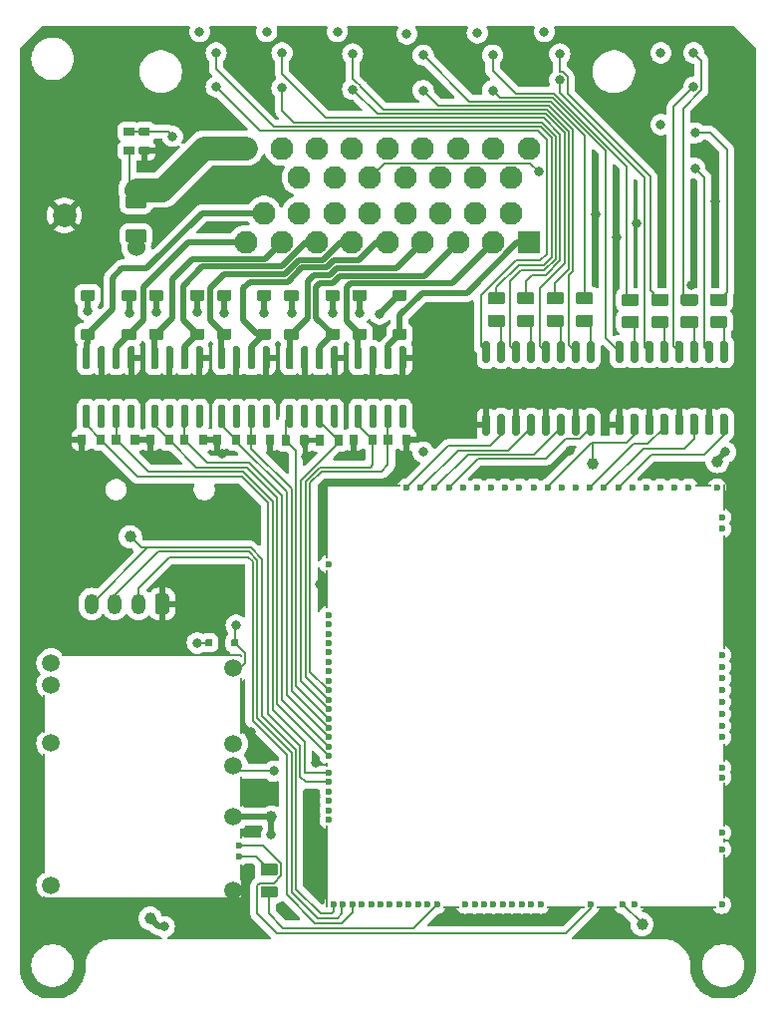
<source format=gtl>
G04 #@! TF.GenerationSoftware,KiCad,Pcbnew,8.0.4-8.0.4-0~ubuntu22.04.1*
G04 #@! TF.CreationDate,2024-07-19T03:37:34+00:00*
G04 #@! TF.ProjectId,PRODashController,50524f44-6173-4684-936f-6e74726f6c6c,rev?*
G04 #@! TF.SameCoordinates,Original*
G04 #@! TF.FileFunction,Copper,L1,Top*
G04 #@! TF.FilePolarity,Positive*
%FSLAX46Y46*%
G04 Gerber Fmt 4.6, Leading zero omitted, Abs format (unit mm)*
G04 Created by KiCad (PCBNEW 8.0.4-8.0.4-0~ubuntu22.04.1) date 2024-07-19 03:37:34*
%MOMM*%
%LPD*%
G01*
G04 APERTURE LIST*
G04 #@! TA.AperFunction,ComponentPad*
%ADD10O,1.200000X1.750000*%
G04 #@! TD*
G04 #@! TA.AperFunction,SMDPad,CuDef*
%ADD11C,1.000000*%
G04 #@! TD*
G04 #@! TA.AperFunction,ComponentPad*
%ADD12R,1.950000X1.950000*%
G04 #@! TD*
G04 #@! TA.AperFunction,ComponentPad*
%ADD13C,1.950000*%
G04 #@! TD*
G04 #@! TA.AperFunction,SMDPad,CuDef*
%ADD14C,2.000000*%
G04 #@! TD*
G04 #@! TA.AperFunction,ComponentPad*
%ADD15C,1.500000*%
G04 #@! TD*
G04 #@! TA.AperFunction,ComponentPad*
%ADD16C,0.600000*%
G04 #@! TD*
G04 #@! TA.AperFunction,SMDPad,CuDef*
%ADD17O,0.200000X3.300000*%
G04 #@! TD*
G04 #@! TA.AperFunction,SMDPad,CuDef*
%ADD18O,0.200000X10.200000*%
G04 #@! TD*
G04 #@! TA.AperFunction,SMDPad,CuDef*
%ADD19O,0.200000X0.300000*%
G04 #@! TD*
G04 #@! TA.AperFunction,SMDPad,CuDef*
%ADD20O,17.000000X0.200000*%
G04 #@! TD*
G04 #@! TA.AperFunction,SMDPad,CuDef*
%ADD21O,15.400000X0.200000*%
G04 #@! TD*
G04 #@! TA.AperFunction,SMDPad,CuDef*
%ADD22O,0.200000X4.800000*%
G04 #@! TD*
G04 #@! TA.AperFunction,SMDPad,CuDef*
%ADD23O,0.200000X2.600000*%
G04 #@! TD*
G04 #@! TA.AperFunction,SMDPad,CuDef*
%ADD24O,0.200000X1.000000*%
G04 #@! TD*
G04 #@! TA.AperFunction,SMDPad,CuDef*
%ADD25O,0.200000X1.500000*%
G04 #@! TD*
G04 #@! TA.AperFunction,SMDPad,CuDef*
%ADD26R,0.200000X3.700000*%
G04 #@! TD*
G04 #@! TA.AperFunction,SMDPad,CuDef*
%ADD27R,0.200000X0.400000*%
G04 #@! TD*
G04 #@! TA.AperFunction,SMDPad,CuDef*
%ADD28R,0.200000X1.600000*%
G04 #@! TD*
G04 #@! TA.AperFunction,SMDPad,CuDef*
%ADD29R,0.200000X9.700000*%
G04 #@! TD*
G04 #@! TA.AperFunction,SMDPad,CuDef*
%ADD30R,0.200000X2.300000*%
G04 #@! TD*
G04 #@! TA.AperFunction,SMDPad,CuDef*
%ADD31R,1.400000X0.200000*%
G04 #@! TD*
G04 #@! TA.AperFunction,SMDPad,CuDef*
%ADD32R,6.400000X0.200000*%
G04 #@! TD*
G04 #@! TA.AperFunction,SMDPad,CuDef*
%ADD33R,1.700000X0.200000*%
G04 #@! TD*
G04 #@! TA.AperFunction,SMDPad,CuDef*
%ADD34R,3.300000X0.200000*%
G04 #@! TD*
G04 #@! TA.AperFunction,SMDPad,CuDef*
%ADD35R,0.200000X7.000000*%
G04 #@! TD*
G04 #@! TA.AperFunction,SMDPad,CuDef*
%ADD36R,0.200000X3.300000*%
G04 #@! TD*
G04 #@! TA.AperFunction,SMDPad,CuDef*
%ADD37R,0.200000X6.300000*%
G04 #@! TD*
G04 #@! TA.AperFunction,ComponentPad*
%ADD38C,1.524000*%
G04 #@! TD*
G04 #@! TA.AperFunction,ViaPad*
%ADD39C,0.800000*%
G04 #@! TD*
G04 #@! TA.AperFunction,Conductor*
%ADD40C,0.200000*%
G04 #@! TD*
G04 #@! TA.AperFunction,Conductor*
%ADD41C,0.500000*%
G04 #@! TD*
G04 #@! TA.AperFunction,Conductor*
%ADD42C,2.000000*%
G04 #@! TD*
G04 APERTURE END LIST*
G04 #@! TO.P,D7,1,K*
G04 #@! TO.N,+12V_RAW*
G04 #@! TA.AperFunction,SMDPad,CuDef*
G36*
G01*
X28690000Y60450000D02*
X29710000Y60450000D01*
G75*
G02*
X29800000Y60360000I0J-90000D01*
G01*
X29800000Y59640000D01*
G75*
G02*
X29710000Y59550000I-90000J0D01*
G01*
X28690000Y59550000D01*
G75*
G02*
X28600000Y59640000I0J90000D01*
G01*
X28600000Y60360000D01*
G75*
G02*
X28690000Y60450000I90000J0D01*
G01*
G37*
G04 #@! TD.AperFunction*
G04 #@! TO.P,D7,2,A*
G04 #@! TO.N,/OUT-7*
G04 #@! TA.AperFunction,SMDPad,CuDef*
G36*
G01*
X28690000Y57150000D02*
X29710000Y57150000D01*
G75*
G02*
X29800000Y57060000I0J-90000D01*
G01*
X29800000Y56340000D01*
G75*
G02*
X29710000Y56250000I-90000J0D01*
G01*
X28690000Y56250000D01*
G75*
G02*
X28600000Y56340000I0J90000D01*
G01*
X28600000Y57060000D01*
G75*
G02*
X28690000Y57150000I90000J0D01*
G01*
G37*
G04 #@! TD.AperFunction*
G04 #@! TD*
G04 #@! TO.P,U4,1,IN1*
G04 #@! TO.N,/Outputs/IN_7*
G04 #@! TA.AperFunction,SMDPad,CuDef*
G36*
G01*
X29210000Y48775000D02*
X28910000Y48775000D01*
G75*
G02*
X28760000Y48925000I0J150000D01*
G01*
X28760000Y50575000D01*
G75*
G02*
X28910000Y50725000I150000J0D01*
G01*
X29210000Y50725000D01*
G75*
G02*
X29360000Y50575000I0J-150000D01*
G01*
X29360000Y48925000D01*
G75*
G02*
X29210000Y48775000I-150000J0D01*
G01*
G37*
G04 #@! TD.AperFunction*
G04 #@! TO.P,U4,2,STATUS1*
G04 #@! TO.N,unconnected-(U4-STATUS1-Pad2)*
G04 #@! TA.AperFunction,SMDPad,CuDef*
G36*
G01*
X30480000Y48775000D02*
X30180000Y48775000D01*
G75*
G02*
X30030000Y48925000I0J150000D01*
G01*
X30030000Y50575000D01*
G75*
G02*
X30180000Y50725000I150000J0D01*
G01*
X30480000Y50725000D01*
G75*
G02*
X30630000Y50575000I0J-150000D01*
G01*
X30630000Y48925000D01*
G75*
G02*
X30480000Y48775000I-150000J0D01*
G01*
G37*
G04 #@! TD.AperFunction*
G04 #@! TO.P,U4,3,IN2*
G04 #@! TO.N,/Outputs/IN_8*
G04 #@! TA.AperFunction,SMDPad,CuDef*
G36*
G01*
X31750000Y48775000D02*
X31450000Y48775000D01*
G75*
G02*
X31300000Y48925000I0J150000D01*
G01*
X31300000Y50575000D01*
G75*
G02*
X31450000Y50725000I150000J0D01*
G01*
X31750000Y50725000D01*
G75*
G02*
X31900000Y50575000I0J-150000D01*
G01*
X31900000Y48925000D01*
G75*
G02*
X31750000Y48775000I-150000J0D01*
G01*
G37*
G04 #@! TD.AperFunction*
G04 #@! TO.P,U4,4,STATUS2*
G04 #@! TO.N,unconnected-(U4-STATUS2-Pad4)*
G04 #@! TA.AperFunction,SMDPad,CuDef*
G36*
G01*
X33020000Y48775000D02*
X32720000Y48775000D01*
G75*
G02*
X32570000Y48925000I0J150000D01*
G01*
X32570000Y50575000D01*
G75*
G02*
X32720000Y50725000I150000J0D01*
G01*
X33020000Y50725000D01*
G75*
G02*
X33170000Y50575000I0J-150000D01*
G01*
X33170000Y48925000D01*
G75*
G02*
X33020000Y48775000I-150000J0D01*
G01*
G37*
G04 #@! TD.AperFunction*
G04 #@! TO.P,U4,5,S2*
G04 #@! TO.N,GND*
G04 #@! TA.AperFunction,SMDPad,CuDef*
G36*
G01*
X33020000Y53725000D02*
X32720000Y53725000D01*
G75*
G02*
X32570000Y53875000I0J150000D01*
G01*
X32570000Y55525000D01*
G75*
G02*
X32720000Y55675000I150000J0D01*
G01*
X33020000Y55675000D01*
G75*
G02*
X33170000Y55525000I0J-150000D01*
G01*
X33170000Y53875000D01*
G75*
G02*
X33020000Y53725000I-150000J0D01*
G01*
G37*
G04 #@! TD.AperFunction*
G04 #@! TO.P,U4,6,D2*
G04 #@! TO.N,/OUT-8*
G04 #@! TA.AperFunction,SMDPad,CuDef*
G36*
G01*
X31750000Y53725000D02*
X31450000Y53725000D01*
G75*
G02*
X31300000Y53875000I0J150000D01*
G01*
X31300000Y55525000D01*
G75*
G02*
X31450000Y55675000I150000J0D01*
G01*
X31750000Y55675000D01*
G75*
G02*
X31900000Y55525000I0J-150000D01*
G01*
X31900000Y53875000D01*
G75*
G02*
X31750000Y53725000I-150000J0D01*
G01*
G37*
G04 #@! TD.AperFunction*
G04 #@! TO.P,U4,7,S1*
G04 #@! TO.N,GND*
G04 #@! TA.AperFunction,SMDPad,CuDef*
G36*
G01*
X30480000Y53725000D02*
X30180000Y53725000D01*
G75*
G02*
X30030000Y53875000I0J150000D01*
G01*
X30030000Y55525000D01*
G75*
G02*
X30180000Y55675000I150000J0D01*
G01*
X30480000Y55675000D01*
G75*
G02*
X30630000Y55525000I0J-150000D01*
G01*
X30630000Y53875000D01*
G75*
G02*
X30480000Y53725000I-150000J0D01*
G01*
G37*
G04 #@! TD.AperFunction*
G04 #@! TO.P,U4,8,D1*
G04 #@! TO.N,/OUT-7*
G04 #@! TA.AperFunction,SMDPad,CuDef*
G36*
G01*
X29210000Y53725000D02*
X28910000Y53725000D01*
G75*
G02*
X28760000Y53875000I0J150000D01*
G01*
X28760000Y55525000D01*
G75*
G02*
X28910000Y55675000I150000J0D01*
G01*
X29210000Y55675000D01*
G75*
G02*
X29360000Y55525000I0J-150000D01*
G01*
X29360000Y53875000D01*
G75*
G02*
X29210000Y53725000I-150000J0D01*
G01*
G37*
G04 #@! TD.AperFunction*
G04 #@! TD*
G04 #@! TO.P,J2,1,Pin_1*
G04 #@! TO.N,GND*
G04 #@! TA.AperFunction,ComponentPad*
G36*
G01*
X13000000Y34425000D02*
X13000000Y33175000D01*
G75*
G02*
X12750000Y32925000I-250000J0D01*
G01*
X12050000Y32925000D01*
G75*
G02*
X11800000Y33175000I0J250000D01*
G01*
X11800000Y34425000D01*
G75*
G02*
X12050000Y34675000I250000J0D01*
G01*
X12750000Y34675000D01*
G75*
G02*
X13000000Y34425000I0J-250000D01*
G01*
G37*
G04 #@! TD.AperFunction*
D10*
G04 #@! TO.P,J2,2,Pin_2*
G04 #@! TO.N,/USB+*
X10400000Y33800000D03*
G04 #@! TO.P,J2,3,Pin_3*
G04 #@! TO.N,/USB-*
X8400000Y33800000D03*
G04 #@! TO.P,J2,4,Pin_4*
G04 #@! TO.N,/VBUS*
X6400000Y33800000D03*
G04 #@! TD*
D11*
G04 #@! TO.P,TP4,1,1*
G04 #@! TO.N,+5VP*
X11400000Y7100000D03*
G04 #@! TD*
G04 #@! TO.P,R21,1*
G04 #@! TO.N,Net-(R21-Pad1)*
G04 #@! TA.AperFunction,SMDPad,CuDef*
G36*
G01*
X52835000Y57230020D02*
X51585000Y57230020D01*
G75*
G02*
X51485000Y57330020I0J100000D01*
G01*
X51485000Y58130020D01*
G75*
G02*
X51585000Y58230020I100000J0D01*
G01*
X52835000Y58230020D01*
G75*
G02*
X52935000Y58130020I0J-100000D01*
G01*
X52935000Y57330020D01*
G75*
G02*
X52835000Y57230020I-100000J0D01*
G01*
G37*
G04 #@! TD.AperFunction*
G04 #@! TO.P,R21,2*
G04 #@! TO.N,Net-(JP16-C)*
G04 #@! TA.AperFunction,SMDPad,CuDef*
G36*
G01*
X52835000Y59130042D02*
X51585000Y59130042D01*
G75*
G02*
X51485000Y59230042I0J100000D01*
G01*
X51485000Y60030042D01*
G75*
G02*
X51585000Y60130042I100000J0D01*
G01*
X52835000Y60130042D01*
G75*
G02*
X52935000Y60030042I0J-100000D01*
G01*
X52935000Y59230042D01*
G75*
G02*
X52835000Y59130042I-100000J0D01*
G01*
G37*
G04 #@! TD.AperFunction*
G04 #@! TD*
G04 #@! TO.P,D10,1,K*
G04 #@! TO.N,+12V_RAW*
G04 #@! TA.AperFunction,SMDPad,CuDef*
G36*
G01*
X9090000Y60450000D02*
X10110000Y60450000D01*
G75*
G02*
X10200000Y60360000I0J-90000D01*
G01*
X10200000Y59640000D01*
G75*
G02*
X10110000Y59550000I-90000J0D01*
G01*
X9090000Y59550000D01*
G75*
G02*
X9000000Y59640000I0J90000D01*
G01*
X9000000Y60360000D01*
G75*
G02*
X9090000Y60450000I90000J0D01*
G01*
G37*
G04 #@! TD.AperFunction*
G04 #@! TO.P,D10,2,A*
G04 #@! TO.N,/OUT-9*
G04 #@! TA.AperFunction,SMDPad,CuDef*
G36*
G01*
X9090000Y57150000D02*
X10110000Y57150000D01*
G75*
G02*
X10200000Y57060000I0J-90000D01*
G01*
X10200000Y56340000D01*
G75*
G02*
X10110000Y56250000I-90000J0D01*
G01*
X9090000Y56250000D01*
G75*
G02*
X9000000Y56340000I0J90000D01*
G01*
X9000000Y57060000D01*
G75*
G02*
X9090000Y57150000I90000J0D01*
G01*
G37*
G04 #@! TD.AperFunction*
G04 #@! TD*
D12*
G04 #@! TO.P,J1,1,1*
G04 #@! TO.N,/OUT-8*
X43550000Y64500000D03*
D13*
G04 #@! TO.P,J1,2,2*
G04 #@! TO.N,/OUT-7*
X40550000Y64500000D03*
G04 #@! TO.P,J1,3,3*
G04 #@! TO.N,/OUT-6*
X37550000Y64500000D03*
G04 #@! TO.P,J1,4,4*
G04 #@! TO.N,/OUT-5*
X34550000Y64500000D03*
G04 #@! TO.P,J1,5,5*
G04 #@! TO.N,/OUT-4*
X31550000Y64500000D03*
G04 #@! TO.P,J1,6,6*
G04 #@! TO.N,/OUT-3*
X28550000Y64500000D03*
G04 #@! TO.P,J1,7,7*
G04 #@! TO.N,/OUT-2*
X25550000Y64500000D03*
G04 #@! TO.P,J1,8,8*
G04 #@! TO.N,/OUT-1*
X22550000Y64500000D03*
G04 #@! TO.P,J1,9,9*
G04 #@! TO.N,/OUT-9*
X19550000Y64500000D03*
G04 #@! TO.P,J1,10,10*
G04 #@! TO.N,/AN5*
X42050000Y67000000D03*
G04 #@! TO.P,J1,11,11*
G04 #@! TO.N,/AN6*
X39050000Y67000000D03*
G04 #@! TO.P,J1,12,12*
G04 #@! TO.N,/AN7*
X36050000Y67000000D03*
G04 #@! TO.P,J1,13,13*
G04 #@! TO.N,/AN1*
X33050000Y67000000D03*
G04 #@! TO.P,J1,14,14*
G04 #@! TO.N,/AN2*
X30050000Y67000000D03*
G04 #@! TO.P,J1,15,15*
G04 #@! TO.N,/AN3*
X27050000Y67000000D03*
G04 #@! TO.P,J1,16,16*
G04 #@! TO.N,/AN4*
X24050000Y67000000D03*
G04 #@! TO.P,J1,17,17*
G04 #@! TO.N,/OUT-10*
X21050000Y67000000D03*
G04 #@! TO.P,J1,18,18*
G04 #@! TO.N,/TEMP2*
X42050000Y70000000D03*
G04 #@! TO.P,J1,19,19*
G04 #@! TO.N,/TEMP1*
X39050000Y70000000D03*
G04 #@! TO.P,J1,20,20*
G04 #@! TO.N,/VSS*
X36050000Y70000000D03*
G04 #@! TO.P,J1,21,21*
G04 #@! TO.N,/CAN-H*
X33050000Y70000000D03*
G04 #@! TO.P,J1,22,22*
G04 #@! TO.N,/CAN-L*
X30050000Y70000000D03*
G04 #@! TO.P,J1,23,23*
G04 #@! TO.N,+5VP*
X27050000Y70000000D03*
G04 #@! TO.P,J1,24,24*
G04 #@! TO.N,GNDA*
X24050000Y70000000D03*
G04 #@! TO.P,J1,25,25*
G04 #@! TO.N,GND*
X21050000Y70000000D03*
G04 #@! TO.P,J1,26,26*
G04 #@! TO.N,/D5*
X43550000Y72500000D03*
G04 #@! TO.P,J1,27,27*
G04 #@! TO.N,/D6*
X40550000Y72500000D03*
G04 #@! TO.P,J1,28,28*
G04 #@! TO.N,/D7*
X37550000Y72500000D03*
G04 #@! TO.P,J1,29,29*
G04 #@! TO.N,/SW_ON*
X34550000Y72500000D03*
G04 #@! TO.P,J1,30,30*
G04 #@! TO.N,/D1*
X31550000Y72500000D03*
G04 #@! TO.P,J1,31,31*
G04 #@! TO.N,/D2*
X28550000Y72500000D03*
G04 #@! TO.P,J1,32,32*
G04 #@! TO.N,/D3*
X25550000Y72500000D03*
G04 #@! TO.P,J1,33,33*
G04 #@! TO.N,/D4*
X22550000Y72500000D03*
G04 #@! TO.P,J1,34,34*
G04 #@! TO.N,+12V*
X19550000Y72500000D03*
G04 #@! TD*
G04 #@! TO.P,R1,1*
G04 #@! TO.N,GND*
G04 #@! TA.AperFunction,SMDPad,CuDef*
G36*
G01*
X11050000Y47360000D02*
X11050000Y48140000D01*
G75*
G02*
X11120000Y48210000I70000J0D01*
G01*
X11680000Y48210000D01*
G75*
G02*
X11750000Y48140000I0J-70000D01*
G01*
X11750000Y47360000D01*
G75*
G02*
X11680000Y47290000I-70000J0D01*
G01*
X11120000Y47290000D01*
G75*
G02*
X11050000Y47360000I0J70000D01*
G01*
G37*
G04 #@! TD.AperFunction*
G04 #@! TO.P,R1,2*
G04 #@! TO.N,/Outputs/IN_1*
G04 #@! TA.AperFunction,SMDPad,CuDef*
G36*
G01*
X12650000Y47360000D02*
X12650000Y48140000D01*
G75*
G02*
X12720000Y48210000I70000J0D01*
G01*
X13280000Y48210000D01*
G75*
G02*
X13350000Y48140000I0J-70000D01*
G01*
X13350000Y47360000D01*
G75*
G02*
X13280000Y47290000I-70000J0D01*
G01*
X12720000Y47290000D01*
G75*
G02*
X12650000Y47360000I0J70000D01*
G01*
G37*
G04 #@! TD.AperFunction*
G04 #@! TD*
G04 #@! TO.P,R16,1*
G04 #@! TO.N,Net-(R16-Pad1)*
G04 #@! TA.AperFunction,SMDPad,CuDef*
G36*
G01*
X43942928Y57342499D02*
X42692928Y57342499D01*
G75*
G02*
X42592928Y57442499I0J100000D01*
G01*
X42592928Y58242499D01*
G75*
G02*
X42692928Y58342499I100000J0D01*
G01*
X43942928Y58342499D01*
G75*
G02*
X44042928Y58242499I0J-100000D01*
G01*
X44042928Y57442499D01*
G75*
G02*
X43942928Y57342499I-100000J0D01*
G01*
G37*
G04 #@! TD.AperFunction*
G04 #@! TO.P,R16,2*
G04 #@! TO.N,Net-(JP6-C)*
G04 #@! TA.AperFunction,SMDPad,CuDef*
G36*
G01*
X43942928Y59242521D02*
X42692928Y59242521D01*
G75*
G02*
X42592928Y59342521I0J100000D01*
G01*
X42592928Y60142521D01*
G75*
G02*
X42692928Y60242521I100000J0D01*
G01*
X43942928Y60242521D01*
G75*
G02*
X44042928Y60142521I0J-100000D01*
G01*
X44042928Y59342521D01*
G75*
G02*
X43942928Y59242521I-100000J0D01*
G01*
G37*
G04 #@! TD.AperFunction*
G04 #@! TD*
D11*
G04 #@! TO.P,TP11,1,1*
G04 #@! TO.N,/Digital Inputs/SW_ON_OUT*
X49000000Y45700000D03*
G04 #@! TD*
D14*
G04 #@! TO.P,TP3,1,1*
G04 #@! TO.N,GND*
X4100000Y66800000D03*
G04 #@! TD*
G04 #@! TO.P,R11,1*
G04 #@! TO.N,/IN_VMAIN*
G04 #@! TA.AperFunction,SMDPad,CuDef*
G36*
G01*
X9210000Y74250000D02*
X9990000Y74250000D01*
G75*
G02*
X10060000Y74180000I0J-70000D01*
G01*
X10060000Y73620000D01*
G75*
G02*
X9990000Y73550000I-70000J0D01*
G01*
X9210000Y73550000D01*
G75*
G02*
X9140000Y73620000I0J70000D01*
G01*
X9140000Y74180000D01*
G75*
G02*
X9210000Y74250000I70000J0D01*
G01*
G37*
G04 #@! TD.AperFunction*
G04 #@! TO.P,R11,2*
G04 #@! TO.N,+12V*
G04 #@! TA.AperFunction,SMDPad,CuDef*
G36*
G01*
X9210000Y72650000D02*
X9990000Y72650000D01*
G75*
G02*
X10060000Y72580000I0J-70000D01*
G01*
X10060000Y72020000D01*
G75*
G02*
X9990000Y71950000I-70000J0D01*
G01*
X9210000Y71950000D01*
G75*
G02*
X9140000Y72020000I0J70000D01*
G01*
X9140000Y72580000D01*
G75*
G02*
X9210000Y72650000I70000J0D01*
G01*
G37*
G04 #@! TD.AperFunction*
G04 #@! TD*
G04 #@! TO.P,U3,1,IN1*
G04 #@! TO.N,/Outputs/IN_5*
G04 #@! TA.AperFunction,SMDPad,CuDef*
G36*
G01*
X23410000Y48775000D02*
X23110000Y48775000D01*
G75*
G02*
X22960000Y48925000I0J150000D01*
G01*
X22960000Y50575000D01*
G75*
G02*
X23110000Y50725000I150000J0D01*
G01*
X23410000Y50725000D01*
G75*
G02*
X23560000Y50575000I0J-150000D01*
G01*
X23560000Y48925000D01*
G75*
G02*
X23410000Y48775000I-150000J0D01*
G01*
G37*
G04 #@! TD.AperFunction*
G04 #@! TO.P,U3,2,STATUS1*
G04 #@! TO.N,unconnected-(U3-STATUS1-Pad2)*
G04 #@! TA.AperFunction,SMDPad,CuDef*
G36*
G01*
X24680000Y48775000D02*
X24380000Y48775000D01*
G75*
G02*
X24230000Y48925000I0J150000D01*
G01*
X24230000Y50575000D01*
G75*
G02*
X24380000Y50725000I150000J0D01*
G01*
X24680000Y50725000D01*
G75*
G02*
X24830000Y50575000I0J-150000D01*
G01*
X24830000Y48925000D01*
G75*
G02*
X24680000Y48775000I-150000J0D01*
G01*
G37*
G04 #@! TD.AperFunction*
G04 #@! TO.P,U3,3,IN2*
G04 #@! TO.N,/Outputs/IN_6*
G04 #@! TA.AperFunction,SMDPad,CuDef*
G36*
G01*
X25950000Y48775000D02*
X25650000Y48775000D01*
G75*
G02*
X25500000Y48925000I0J150000D01*
G01*
X25500000Y50575000D01*
G75*
G02*
X25650000Y50725000I150000J0D01*
G01*
X25950000Y50725000D01*
G75*
G02*
X26100000Y50575000I0J-150000D01*
G01*
X26100000Y48925000D01*
G75*
G02*
X25950000Y48775000I-150000J0D01*
G01*
G37*
G04 #@! TD.AperFunction*
G04 #@! TO.P,U3,4,STATUS2*
G04 #@! TO.N,unconnected-(U3-STATUS2-Pad4)*
G04 #@! TA.AperFunction,SMDPad,CuDef*
G36*
G01*
X27220000Y48775000D02*
X26920000Y48775000D01*
G75*
G02*
X26770000Y48925000I0J150000D01*
G01*
X26770000Y50575000D01*
G75*
G02*
X26920000Y50725000I150000J0D01*
G01*
X27220000Y50725000D01*
G75*
G02*
X27370000Y50575000I0J-150000D01*
G01*
X27370000Y48925000D01*
G75*
G02*
X27220000Y48775000I-150000J0D01*
G01*
G37*
G04 #@! TD.AperFunction*
G04 #@! TO.P,U3,5,S2*
G04 #@! TO.N,GND*
G04 #@! TA.AperFunction,SMDPad,CuDef*
G36*
G01*
X27220000Y53725000D02*
X26920000Y53725000D01*
G75*
G02*
X26770000Y53875000I0J150000D01*
G01*
X26770000Y55525000D01*
G75*
G02*
X26920000Y55675000I150000J0D01*
G01*
X27220000Y55675000D01*
G75*
G02*
X27370000Y55525000I0J-150000D01*
G01*
X27370000Y53875000D01*
G75*
G02*
X27220000Y53725000I-150000J0D01*
G01*
G37*
G04 #@! TD.AperFunction*
G04 #@! TO.P,U3,6,D2*
G04 #@! TO.N,/OUT-6*
G04 #@! TA.AperFunction,SMDPad,CuDef*
G36*
G01*
X25950000Y53725000D02*
X25650000Y53725000D01*
G75*
G02*
X25500000Y53875000I0J150000D01*
G01*
X25500000Y55525000D01*
G75*
G02*
X25650000Y55675000I150000J0D01*
G01*
X25950000Y55675000D01*
G75*
G02*
X26100000Y55525000I0J-150000D01*
G01*
X26100000Y53875000D01*
G75*
G02*
X25950000Y53725000I-150000J0D01*
G01*
G37*
G04 #@! TD.AperFunction*
G04 #@! TO.P,U3,7,S1*
G04 #@! TO.N,GND*
G04 #@! TA.AperFunction,SMDPad,CuDef*
G36*
G01*
X24680000Y53725000D02*
X24380000Y53725000D01*
G75*
G02*
X24230000Y53875000I0J150000D01*
G01*
X24230000Y55525000D01*
G75*
G02*
X24380000Y55675000I150000J0D01*
G01*
X24680000Y55675000D01*
G75*
G02*
X24830000Y55525000I0J-150000D01*
G01*
X24830000Y53875000D01*
G75*
G02*
X24680000Y53725000I-150000J0D01*
G01*
G37*
G04 #@! TD.AperFunction*
G04 #@! TO.P,U3,8,D1*
G04 #@! TO.N,/OUT-5*
G04 #@! TA.AperFunction,SMDPad,CuDef*
G36*
G01*
X23410000Y53725000D02*
X23110000Y53725000D01*
G75*
G02*
X22960000Y53875000I0J150000D01*
G01*
X22960000Y55525000D01*
G75*
G02*
X23110000Y55675000I150000J0D01*
G01*
X23410000Y55675000D01*
G75*
G02*
X23560000Y55525000I0J-150000D01*
G01*
X23560000Y53875000D01*
G75*
G02*
X23410000Y53725000I-150000J0D01*
G01*
G37*
G04 #@! TD.AperFunction*
G04 #@! TD*
G04 #@! TO.P,R12,1*
G04 #@! TO.N,GND*
G04 #@! TA.AperFunction,SMDPad,CuDef*
G36*
G01*
X11290000Y71950000D02*
X10510000Y71950000D01*
G75*
G02*
X10440000Y72020000I0J70000D01*
G01*
X10440000Y72580000D01*
G75*
G02*
X10510000Y72650000I70000J0D01*
G01*
X11290000Y72650000D01*
G75*
G02*
X11360000Y72580000I0J-70000D01*
G01*
X11360000Y72020000D01*
G75*
G02*
X11290000Y71950000I-70000J0D01*
G01*
G37*
G04 #@! TD.AperFunction*
G04 #@! TO.P,R12,2*
G04 #@! TO.N,/IN_VMAIN*
G04 #@! TA.AperFunction,SMDPad,CuDef*
G36*
G01*
X11290000Y73550000D02*
X10510000Y73550000D01*
G75*
G02*
X10440000Y73620000I0J70000D01*
G01*
X10440000Y74180000D01*
G75*
G02*
X10510000Y74250000I70000J0D01*
G01*
X11290000Y74250000D01*
G75*
G02*
X11360000Y74180000I0J-70000D01*
G01*
X11360000Y73620000D01*
G75*
G02*
X11290000Y73550000I-70000J0D01*
G01*
G37*
G04 #@! TD.AperFunction*
G04 #@! TD*
G04 #@! TO.P,U5,1,IN1*
G04 #@! TO.N,/Outputs/IN_10*
G04 #@! TA.AperFunction,SMDPad,CuDef*
G36*
G01*
X6110000Y48775000D02*
X5810000Y48775000D01*
G75*
G02*
X5660000Y48925000I0J150000D01*
G01*
X5660000Y50575000D01*
G75*
G02*
X5810000Y50725000I150000J0D01*
G01*
X6110000Y50725000D01*
G75*
G02*
X6260000Y50575000I0J-150000D01*
G01*
X6260000Y48925000D01*
G75*
G02*
X6110000Y48775000I-150000J0D01*
G01*
G37*
G04 #@! TD.AperFunction*
G04 #@! TO.P,U5,2,STATUS1*
G04 #@! TO.N,unconnected-(U5-STATUS1-Pad2)*
G04 #@! TA.AperFunction,SMDPad,CuDef*
G36*
G01*
X7380000Y48775000D02*
X7080000Y48775000D01*
G75*
G02*
X6930000Y48925000I0J150000D01*
G01*
X6930000Y50575000D01*
G75*
G02*
X7080000Y50725000I150000J0D01*
G01*
X7380000Y50725000D01*
G75*
G02*
X7530000Y50575000I0J-150000D01*
G01*
X7530000Y48925000D01*
G75*
G02*
X7380000Y48775000I-150000J0D01*
G01*
G37*
G04 #@! TD.AperFunction*
G04 #@! TO.P,U5,3,IN2*
G04 #@! TO.N,/Outputs/IN_9*
G04 #@! TA.AperFunction,SMDPad,CuDef*
G36*
G01*
X8650000Y48775000D02*
X8350000Y48775000D01*
G75*
G02*
X8200000Y48925000I0J150000D01*
G01*
X8200000Y50575000D01*
G75*
G02*
X8350000Y50725000I150000J0D01*
G01*
X8650000Y50725000D01*
G75*
G02*
X8800000Y50575000I0J-150000D01*
G01*
X8800000Y48925000D01*
G75*
G02*
X8650000Y48775000I-150000J0D01*
G01*
G37*
G04 #@! TD.AperFunction*
G04 #@! TO.P,U5,4,STATUS2*
G04 #@! TO.N,unconnected-(U5-STATUS2-Pad4)*
G04 #@! TA.AperFunction,SMDPad,CuDef*
G36*
G01*
X9920000Y48775000D02*
X9620000Y48775000D01*
G75*
G02*
X9470000Y48925000I0J150000D01*
G01*
X9470000Y50575000D01*
G75*
G02*
X9620000Y50725000I150000J0D01*
G01*
X9920000Y50725000D01*
G75*
G02*
X10070000Y50575000I0J-150000D01*
G01*
X10070000Y48925000D01*
G75*
G02*
X9920000Y48775000I-150000J0D01*
G01*
G37*
G04 #@! TD.AperFunction*
G04 #@! TO.P,U5,5,S2*
G04 #@! TO.N,GND*
G04 #@! TA.AperFunction,SMDPad,CuDef*
G36*
G01*
X9920000Y53725000D02*
X9620000Y53725000D01*
G75*
G02*
X9470000Y53875000I0J150000D01*
G01*
X9470000Y55525000D01*
G75*
G02*
X9620000Y55675000I150000J0D01*
G01*
X9920000Y55675000D01*
G75*
G02*
X10070000Y55525000I0J-150000D01*
G01*
X10070000Y53875000D01*
G75*
G02*
X9920000Y53725000I-150000J0D01*
G01*
G37*
G04 #@! TD.AperFunction*
G04 #@! TO.P,U5,6,D2*
G04 #@! TO.N,/OUT-9*
G04 #@! TA.AperFunction,SMDPad,CuDef*
G36*
G01*
X8650000Y53725000D02*
X8350000Y53725000D01*
G75*
G02*
X8200000Y53875000I0J150000D01*
G01*
X8200000Y55525000D01*
G75*
G02*
X8350000Y55675000I150000J0D01*
G01*
X8650000Y55675000D01*
G75*
G02*
X8800000Y55525000I0J-150000D01*
G01*
X8800000Y53875000D01*
G75*
G02*
X8650000Y53725000I-150000J0D01*
G01*
G37*
G04 #@! TD.AperFunction*
G04 #@! TO.P,U5,7,S1*
G04 #@! TO.N,GND*
G04 #@! TA.AperFunction,SMDPad,CuDef*
G36*
G01*
X7380000Y53725000D02*
X7080000Y53725000D01*
G75*
G02*
X6930000Y53875000I0J150000D01*
G01*
X6930000Y55525000D01*
G75*
G02*
X7080000Y55675000I150000J0D01*
G01*
X7380000Y55675000D01*
G75*
G02*
X7530000Y55525000I0J-150000D01*
G01*
X7530000Y53875000D01*
G75*
G02*
X7380000Y53725000I-150000J0D01*
G01*
G37*
G04 #@! TD.AperFunction*
G04 #@! TO.P,U5,8,D1*
G04 #@! TO.N,/OUT-10*
G04 #@! TA.AperFunction,SMDPad,CuDef*
G36*
G01*
X6110000Y53725000D02*
X5810000Y53725000D01*
G75*
G02*
X5660000Y53875000I0J150000D01*
G01*
X5660000Y55525000D01*
G75*
G02*
X5810000Y55675000I150000J0D01*
G01*
X6110000Y55675000D01*
G75*
G02*
X6260000Y55525000I0J-150000D01*
G01*
X6260000Y53875000D01*
G75*
G02*
X6110000Y53725000I-150000J0D01*
G01*
G37*
G04 #@! TD.AperFunction*
G04 #@! TD*
G04 #@! TO.P,D1,1,K*
G04 #@! TO.N,+12V_RAW*
G04 #@! TA.AperFunction,SMDPad,CuDef*
G36*
G01*
X11390000Y60450000D02*
X12410000Y60450000D01*
G75*
G02*
X12500000Y60360000I0J-90000D01*
G01*
X12500000Y59640000D01*
G75*
G02*
X12410000Y59550000I-90000J0D01*
G01*
X11390000Y59550000D01*
G75*
G02*
X11300000Y59640000I0J90000D01*
G01*
X11300000Y60360000D01*
G75*
G02*
X11390000Y60450000I90000J0D01*
G01*
G37*
G04 #@! TD.AperFunction*
G04 #@! TO.P,D1,2,A*
G04 #@! TO.N,/OUT-1*
G04 #@! TA.AperFunction,SMDPad,CuDef*
G36*
G01*
X11390000Y57150000D02*
X12410000Y57150000D01*
G75*
G02*
X12500000Y57060000I0J-90000D01*
G01*
X12500000Y56340000D01*
G75*
G02*
X12410000Y56250000I-90000J0D01*
G01*
X11390000Y56250000D01*
G75*
G02*
X11300000Y56340000I0J90000D01*
G01*
X11300000Y57060000D01*
G75*
G02*
X11390000Y57150000I90000J0D01*
G01*
G37*
G04 #@! TD.AperFunction*
G04 #@! TD*
G04 #@! TO.P,R3,1*
G04 #@! TO.N,GND*
G04 #@! TA.AperFunction,SMDPad,CuDef*
G36*
G01*
X16750000Y47360000D02*
X16750000Y48140000D01*
G75*
G02*
X16820000Y48210000I70000J0D01*
G01*
X17380000Y48210000D01*
G75*
G02*
X17450000Y48140000I0J-70000D01*
G01*
X17450000Y47360000D01*
G75*
G02*
X17380000Y47290000I-70000J0D01*
G01*
X16820000Y47290000D01*
G75*
G02*
X16750000Y47360000I0J70000D01*
G01*
G37*
G04 #@! TD.AperFunction*
G04 #@! TO.P,R3,2*
G04 #@! TO.N,/Outputs/IN_3*
G04 #@! TA.AperFunction,SMDPad,CuDef*
G36*
G01*
X18350000Y47360000D02*
X18350000Y48140000D01*
G75*
G02*
X18420000Y48210000I70000J0D01*
G01*
X18980000Y48210000D01*
G75*
G02*
X19050000Y48140000I0J-70000D01*
G01*
X19050000Y47360000D01*
G75*
G02*
X18980000Y47290000I-70000J0D01*
G01*
X18420000Y47290000D01*
G75*
G02*
X18350000Y47360000I0J70000D01*
G01*
G37*
G04 #@! TD.AperFunction*
G04 #@! TD*
G04 #@! TO.P,D6,1,K*
G04 #@! TO.N,+12V_RAW*
G04 #@! TA.AperFunction,SMDPad,CuDef*
G36*
G01*
X26390000Y60450000D02*
X27410000Y60450000D01*
G75*
G02*
X27500000Y60360000I0J-90000D01*
G01*
X27500000Y59640000D01*
G75*
G02*
X27410000Y59550000I-90000J0D01*
G01*
X26390000Y59550000D01*
G75*
G02*
X26300000Y59640000I0J90000D01*
G01*
X26300000Y60360000D01*
G75*
G02*
X26390000Y60450000I90000J0D01*
G01*
G37*
G04 #@! TD.AperFunction*
G04 #@! TO.P,D6,2,A*
G04 #@! TO.N,/OUT-6*
G04 #@! TA.AperFunction,SMDPad,CuDef*
G36*
G01*
X26390000Y57150000D02*
X27410000Y57150000D01*
G75*
G02*
X27500000Y57060000I0J-90000D01*
G01*
X27500000Y56340000D01*
G75*
G02*
X27410000Y56250000I-90000J0D01*
G01*
X26390000Y56250000D01*
G75*
G02*
X26300000Y56340000I0J90000D01*
G01*
X26300000Y57060000D01*
G75*
G02*
X26390000Y57150000I90000J0D01*
G01*
G37*
G04 #@! TD.AperFunction*
G04 #@! TD*
D15*
G04 #@! TO.P,M2,E1,VBAT*
G04 #@! TO.N,Net-(D11-K)*
X18474995Y28324999D03*
G04 #@! TO.P,M2,E2,V12*
G04 #@! TO.N,+12V_PROT*
X18474995Y21925002D03*
G04 #@! TO.P,M2,E3,VIGN*
G04 #@! TO.N,Net-(M1-IN_VIGN_(PA5))*
X18474995Y20024999D03*
G04 #@! TO.P,M2,E4,V5*
G04 #@! TO.N,+5V*
X18474995Y15724999D03*
D16*
G04 #@! TO.P,M2,E5,EN_5VP*
G04 #@! TO.N,/EN_5VP*
X18924994Y13325002D03*
G04 #@! TO.P,M2,E6,PG_5VP*
G04 #@! TO.N,Net-(M2-PG_5VP)*
X18924994Y12325001D03*
D17*
G04 #@! TO.P,M2,S1,GND*
G04 #@! TO.N,GND*
X2324999Y24474999D03*
D18*
X2324999Y15975001D03*
D19*
X2324999Y8874999D03*
D20*
X10724997Y8824999D03*
D21*
X11524998Y29424999D03*
D15*
X18474995Y9474999D03*
D19*
X19124996Y29374999D03*
D22*
X19124996Y25175001D03*
D23*
X19124996Y17824999D03*
D24*
X19124996Y14325002D03*
D25*
X19124996Y11025001D03*
D15*
G04 #@! TO.P,M2,V1,V12_PERM*
G04 #@! TO.N,+12V_RAW*
X2974998Y28775001D03*
G04 #@! TO.P,M2,V2,IN_VIGN*
X2974998Y26925002D03*
G04 #@! TO.P,M2,V3,V12_RAW*
X2974998Y21974999D03*
G04 #@! TO.P,M2,V4,5VP*
G04 #@! TO.N,+5VP*
X2974998Y9925001D03*
G04 #@! TD*
G04 #@! TO.P,R9,1*
G04 #@! TO.N,GND*
G04 #@! TA.AperFunction,SMDPad,CuDef*
G36*
G01*
X5250000Y47360000D02*
X5250000Y48140000D01*
G75*
G02*
X5320000Y48210000I70000J0D01*
G01*
X5880000Y48210000D01*
G75*
G02*
X5950000Y48140000I0J-70000D01*
G01*
X5950000Y47360000D01*
G75*
G02*
X5880000Y47290000I-70000J0D01*
G01*
X5320000Y47290000D01*
G75*
G02*
X5250000Y47360000I0J70000D01*
G01*
G37*
G04 #@! TD.AperFunction*
G04 #@! TO.P,R9,2*
G04 #@! TO.N,/Outputs/IN_10*
G04 #@! TA.AperFunction,SMDPad,CuDef*
G36*
G01*
X6850000Y47360000D02*
X6850000Y48140000D01*
G75*
G02*
X6920000Y48210000I70000J0D01*
G01*
X7480000Y48210000D01*
G75*
G02*
X7550000Y48140000I0J-70000D01*
G01*
X7550000Y47360000D01*
G75*
G02*
X7480000Y47290000I-70000J0D01*
G01*
X6920000Y47290000D01*
G75*
G02*
X6850000Y47360000I0J70000D01*
G01*
G37*
G04 #@! TD.AperFunction*
G04 #@! TD*
D11*
G04 #@! TO.P,TP2,1,1*
G04 #@! TO.N,+5V*
X21700000Y15700000D03*
G04 #@! TD*
G04 #@! TO.P,TP7,1,1*
G04 #@! TO.N,+3.3V*
X53200000Y6600000D03*
G04 #@! TD*
G04 #@! TO.P,R15,1*
G04 #@! TO.N,Net-(R15-Pad1)*
G04 #@! TA.AperFunction,SMDPad,CuDef*
G36*
G01*
X46445856Y57342499D02*
X45195856Y57342499D01*
G75*
G02*
X45095856Y57442499I0J100000D01*
G01*
X45095856Y58242499D01*
G75*
G02*
X45195856Y58342499I100000J0D01*
G01*
X46445856Y58342499D01*
G75*
G02*
X46545856Y58242499I0J-100000D01*
G01*
X46545856Y57442499D01*
G75*
G02*
X46445856Y57342499I-100000J0D01*
G01*
G37*
G04 #@! TD.AperFunction*
G04 #@! TO.P,R15,2*
G04 #@! TO.N,Net-(JP4-C)*
G04 #@! TA.AperFunction,SMDPad,CuDef*
G36*
G01*
X46445856Y59242521D02*
X45195856Y59242521D01*
G75*
G02*
X45095856Y59342521I0J100000D01*
G01*
X45095856Y60142521D01*
G75*
G02*
X45195856Y60242521I100000J0D01*
G01*
X46445856Y60242521D01*
G75*
G02*
X46545856Y60142521I0J-100000D01*
G01*
X46545856Y59342521D01*
G75*
G02*
X46445856Y59242521I-100000J0D01*
G01*
G37*
G04 #@! TD.AperFunction*
G04 #@! TD*
G04 #@! TO.P,R20,1*
G04 #@! TO.N,Net-(R20-Pad1)*
G04 #@! TA.AperFunction,SMDPad,CuDef*
G36*
G01*
X55337928Y57230020D02*
X54087928Y57230020D01*
G75*
G02*
X53987928Y57330020I0J100000D01*
G01*
X53987928Y58130020D01*
G75*
G02*
X54087928Y58230020I100000J0D01*
G01*
X55337928Y58230020D01*
G75*
G02*
X55437928Y58130020I0J-100000D01*
G01*
X55437928Y57330020D01*
G75*
G02*
X55337928Y57230020I-100000J0D01*
G01*
G37*
G04 #@! TD.AperFunction*
G04 #@! TO.P,R20,2*
G04 #@! TO.N,Net-(JP14-C)*
G04 #@! TA.AperFunction,SMDPad,CuDef*
G36*
G01*
X55337928Y59130042D02*
X54087928Y59130042D01*
G75*
G02*
X53987928Y59230042I0J100000D01*
G01*
X53987928Y60030042D01*
G75*
G02*
X54087928Y60130042I100000J0D01*
G01*
X55337928Y60130042D01*
G75*
G02*
X55437928Y60030042I0J-100000D01*
G01*
X55437928Y59230042D01*
G75*
G02*
X55337928Y59130042I-100000J0D01*
G01*
G37*
G04 #@! TD.AperFunction*
G04 #@! TD*
G04 #@! TO.P,U1,1,IN1*
G04 #@! TO.N,/Outputs/IN_1*
G04 #@! TA.AperFunction,SMDPad,CuDef*
G36*
G01*
X11910000Y48775000D02*
X11610000Y48775000D01*
G75*
G02*
X11460000Y48925000I0J150000D01*
G01*
X11460000Y50575000D01*
G75*
G02*
X11610000Y50725000I150000J0D01*
G01*
X11910000Y50725000D01*
G75*
G02*
X12060000Y50575000I0J-150000D01*
G01*
X12060000Y48925000D01*
G75*
G02*
X11910000Y48775000I-150000J0D01*
G01*
G37*
G04 #@! TD.AperFunction*
G04 #@! TO.P,U1,2,STATUS1*
G04 #@! TO.N,unconnected-(U1-STATUS1-Pad2)*
G04 #@! TA.AperFunction,SMDPad,CuDef*
G36*
G01*
X13180000Y48775000D02*
X12880000Y48775000D01*
G75*
G02*
X12730000Y48925000I0J150000D01*
G01*
X12730000Y50575000D01*
G75*
G02*
X12880000Y50725000I150000J0D01*
G01*
X13180000Y50725000D01*
G75*
G02*
X13330000Y50575000I0J-150000D01*
G01*
X13330000Y48925000D01*
G75*
G02*
X13180000Y48775000I-150000J0D01*
G01*
G37*
G04 #@! TD.AperFunction*
G04 #@! TO.P,U1,3,IN2*
G04 #@! TO.N,/Outputs/IN_2*
G04 #@! TA.AperFunction,SMDPad,CuDef*
G36*
G01*
X14450000Y48775000D02*
X14150000Y48775000D01*
G75*
G02*
X14000000Y48925000I0J150000D01*
G01*
X14000000Y50575000D01*
G75*
G02*
X14150000Y50725000I150000J0D01*
G01*
X14450000Y50725000D01*
G75*
G02*
X14600000Y50575000I0J-150000D01*
G01*
X14600000Y48925000D01*
G75*
G02*
X14450000Y48775000I-150000J0D01*
G01*
G37*
G04 #@! TD.AperFunction*
G04 #@! TO.P,U1,4,STATUS2*
G04 #@! TO.N,unconnected-(U1-STATUS2-Pad4)*
G04 #@! TA.AperFunction,SMDPad,CuDef*
G36*
G01*
X15720000Y48775000D02*
X15420000Y48775000D01*
G75*
G02*
X15270000Y48925000I0J150000D01*
G01*
X15270000Y50575000D01*
G75*
G02*
X15420000Y50725000I150000J0D01*
G01*
X15720000Y50725000D01*
G75*
G02*
X15870000Y50575000I0J-150000D01*
G01*
X15870000Y48925000D01*
G75*
G02*
X15720000Y48775000I-150000J0D01*
G01*
G37*
G04 #@! TD.AperFunction*
G04 #@! TO.P,U1,5,S2*
G04 #@! TO.N,GND*
G04 #@! TA.AperFunction,SMDPad,CuDef*
G36*
G01*
X15720000Y53725000D02*
X15420000Y53725000D01*
G75*
G02*
X15270000Y53875000I0J150000D01*
G01*
X15270000Y55525000D01*
G75*
G02*
X15420000Y55675000I150000J0D01*
G01*
X15720000Y55675000D01*
G75*
G02*
X15870000Y55525000I0J-150000D01*
G01*
X15870000Y53875000D01*
G75*
G02*
X15720000Y53725000I-150000J0D01*
G01*
G37*
G04 #@! TD.AperFunction*
G04 #@! TO.P,U1,6,D2*
G04 #@! TO.N,/OUT-2*
G04 #@! TA.AperFunction,SMDPad,CuDef*
G36*
G01*
X14450000Y53725000D02*
X14150000Y53725000D01*
G75*
G02*
X14000000Y53875000I0J150000D01*
G01*
X14000000Y55525000D01*
G75*
G02*
X14150000Y55675000I150000J0D01*
G01*
X14450000Y55675000D01*
G75*
G02*
X14600000Y55525000I0J-150000D01*
G01*
X14600000Y53875000D01*
G75*
G02*
X14450000Y53725000I-150000J0D01*
G01*
G37*
G04 #@! TD.AperFunction*
G04 #@! TO.P,U1,7,S1*
G04 #@! TO.N,GND*
G04 #@! TA.AperFunction,SMDPad,CuDef*
G36*
G01*
X13180000Y53725000D02*
X12880000Y53725000D01*
G75*
G02*
X12730000Y53875000I0J150000D01*
G01*
X12730000Y55525000D01*
G75*
G02*
X12880000Y55675000I150000J0D01*
G01*
X13180000Y55675000D01*
G75*
G02*
X13330000Y55525000I0J-150000D01*
G01*
X13330000Y53875000D01*
G75*
G02*
X13180000Y53725000I-150000J0D01*
G01*
G37*
G04 #@! TD.AperFunction*
G04 #@! TO.P,U1,8,D1*
G04 #@! TO.N,/OUT-1*
G04 #@! TA.AperFunction,SMDPad,CuDef*
G36*
G01*
X11910000Y53725000D02*
X11610000Y53725000D01*
G75*
G02*
X11460000Y53875000I0J150000D01*
G01*
X11460000Y55525000D01*
G75*
G02*
X11610000Y55675000I150000J0D01*
G01*
X11910000Y55675000D01*
G75*
G02*
X12060000Y55525000I0J-150000D01*
G01*
X12060000Y53875000D01*
G75*
G02*
X11910000Y53725000I-150000J0D01*
G01*
G37*
G04 #@! TD.AperFunction*
G04 #@! TD*
G04 #@! TO.P,TP1,1,1*
G04 #@! TO.N,/VBUS*
X9700000Y39500000D03*
G04 #@! TD*
G04 #@! TO.P,R13,1,1*
G04 #@! TO.N,Net-(M2-PG_5VP)*
G04 #@! TA.AperFunction,SMDPad,CuDef*
G36*
G01*
X20875000Y11750001D02*
X22125000Y11750001D01*
G75*
G02*
X22225000Y11650001I0J-100000D01*
G01*
X22225000Y10850001D01*
G75*
G02*
X22125000Y10750001I-100000J0D01*
G01*
X20875000Y10750001D01*
G75*
G02*
X20775000Y10850001I0J100000D01*
G01*
X20775000Y11650001D01*
G75*
G02*
X20875000Y11750001I100000J0D01*
G01*
G37*
G04 #@! TD.AperFunction*
G04 #@! TO.P,R13,2,2*
G04 #@! TO.N,/PG_5VP*
G04 #@! TA.AperFunction,SMDPad,CuDef*
G36*
G01*
X20875000Y9849979D02*
X22125000Y9849979D01*
G75*
G02*
X22225000Y9749979I0J-100000D01*
G01*
X22225000Y8949979D01*
G75*
G02*
X22125000Y8849979I-100000J0D01*
G01*
X20875000Y8849979D01*
G75*
G02*
X20775000Y8949979I0J100000D01*
G01*
X20775000Y9749979D01*
G75*
G02*
X20875000Y9849979I100000J0D01*
G01*
G37*
G04 #@! TD.AperFunction*
G04 #@! TD*
G04 #@! TO.P,D8,1,K*
G04 #@! TO.N,+12V_RAW*
G04 #@! TA.AperFunction,SMDPad,CuDef*
G36*
G01*
X32090000Y60450000D02*
X33110000Y60450000D01*
G75*
G02*
X33200000Y60360000I0J-90000D01*
G01*
X33200000Y59640000D01*
G75*
G02*
X33110000Y59550000I-90000J0D01*
G01*
X32090000Y59550000D01*
G75*
G02*
X32000000Y59640000I0J90000D01*
G01*
X32000000Y60360000D01*
G75*
G02*
X32090000Y60450000I90000J0D01*
G01*
G37*
G04 #@! TD.AperFunction*
G04 #@! TO.P,D8,2,A*
G04 #@! TO.N,/OUT-8*
G04 #@! TA.AperFunction,SMDPad,CuDef*
G36*
G01*
X32090000Y57150000D02*
X33110000Y57150000D01*
G75*
G02*
X33200000Y57060000I0J-90000D01*
G01*
X33200000Y56340000D01*
G75*
G02*
X33110000Y56250000I-90000J0D01*
G01*
X32090000Y56250000D01*
G75*
G02*
X32000000Y56340000I0J90000D01*
G01*
X32000000Y57060000D01*
G75*
G02*
X32090000Y57150000I90000J0D01*
G01*
G37*
G04 #@! TD.AperFunction*
G04 #@! TD*
G04 #@! TO.P,D5,1,K*
G04 #@! TO.N,+12V_RAW*
G04 #@! TA.AperFunction,SMDPad,CuDef*
G36*
G01*
X22890000Y60450000D02*
X23910000Y60450000D01*
G75*
G02*
X24000000Y60360000I0J-90000D01*
G01*
X24000000Y59640000D01*
G75*
G02*
X23910000Y59550000I-90000J0D01*
G01*
X22890000Y59550000D01*
G75*
G02*
X22800000Y59640000I0J90000D01*
G01*
X22800000Y60360000D01*
G75*
G02*
X22890000Y60450000I90000J0D01*
G01*
G37*
G04 #@! TD.AperFunction*
G04 #@! TO.P,D5,2,A*
G04 #@! TO.N,/OUT-5*
G04 #@! TA.AperFunction,SMDPad,CuDef*
G36*
G01*
X22890000Y57150000D02*
X23910000Y57150000D01*
G75*
G02*
X24000000Y57060000I0J-90000D01*
G01*
X24000000Y56340000D01*
G75*
G02*
X23910000Y56250000I-90000J0D01*
G01*
X22890000Y56250000D01*
G75*
G02*
X22800000Y56340000I0J90000D01*
G01*
X22800000Y57060000D01*
G75*
G02*
X22890000Y57150000I90000J0D01*
G01*
G37*
G04 #@! TD.AperFunction*
G04 #@! TD*
G04 #@! TO.P,D4,1,K*
G04 #@! TO.N,+12V_RAW*
G04 #@! TA.AperFunction,SMDPad,CuDef*
G36*
G01*
X20590000Y60450000D02*
X21610000Y60450000D01*
G75*
G02*
X21700000Y60360000I0J-90000D01*
G01*
X21700000Y59640000D01*
G75*
G02*
X21610000Y59550000I-90000J0D01*
G01*
X20590000Y59550000D01*
G75*
G02*
X20500000Y59640000I0J90000D01*
G01*
X20500000Y60360000D01*
G75*
G02*
X20590000Y60450000I90000J0D01*
G01*
G37*
G04 #@! TD.AperFunction*
G04 #@! TO.P,D4,2,A*
G04 #@! TO.N,/OUT-4*
G04 #@! TA.AperFunction,SMDPad,CuDef*
G36*
G01*
X20590000Y57150000D02*
X21610000Y57150000D01*
G75*
G02*
X21700000Y57060000I0J-90000D01*
G01*
X21700000Y56340000D01*
G75*
G02*
X21610000Y56250000I-90000J0D01*
G01*
X20590000Y56250000D01*
G75*
G02*
X20500000Y56340000I0J90000D01*
G01*
X20500000Y57060000D01*
G75*
G02*
X20590000Y57150000I90000J0D01*
G01*
G37*
G04 #@! TD.AperFunction*
G04 #@! TD*
G04 #@! TO.P,U6,1*
G04 #@! TO.N,Net-(R14-Pad1)*
G04 #@! TA.AperFunction,SMDPad,CuDef*
G36*
G01*
X48697500Y56105000D02*
X49022500Y56105000D01*
G75*
G02*
X49185000Y55942500I0J-162500D01*
G01*
X49185000Y54442500D01*
G75*
G02*
X49022500Y54280000I-162500J0D01*
G01*
X48697500Y54280000D01*
G75*
G02*
X48535000Y54442500I0J162500D01*
G01*
X48535000Y55942500D01*
G75*
G02*
X48697500Y56105000I162500J0D01*
G01*
G37*
G04 #@! TD.AperFunction*
G04 #@! TO.P,U6,2*
G04 #@! TO.N,Net-(JP3-C)*
G04 #@! TA.AperFunction,SMDPad,CuDef*
G36*
G01*
X47427500Y56105000D02*
X47752500Y56105000D01*
G75*
G02*
X47915000Y55942500I0J-162500D01*
G01*
X47915000Y54442500D01*
G75*
G02*
X47752500Y54280000I-162500J0D01*
G01*
X47427500Y54280000D01*
G75*
G02*
X47265000Y54442500I0J162500D01*
G01*
X47265000Y55942500D01*
G75*
G02*
X47427500Y56105000I162500J0D01*
G01*
G37*
G04 #@! TD.AperFunction*
G04 #@! TO.P,U6,3*
G04 #@! TO.N,Net-(R15-Pad1)*
G04 #@! TA.AperFunction,SMDPad,CuDef*
G36*
G01*
X46157500Y56105000D02*
X46482500Y56105000D01*
G75*
G02*
X46645000Y55942500I0J-162500D01*
G01*
X46645000Y54442500D01*
G75*
G02*
X46482500Y54280000I-162500J0D01*
G01*
X46157500Y54280000D01*
G75*
G02*
X45995000Y54442500I0J162500D01*
G01*
X45995000Y55942500D01*
G75*
G02*
X46157500Y56105000I162500J0D01*
G01*
G37*
G04 #@! TD.AperFunction*
G04 #@! TO.P,U6,4*
G04 #@! TO.N,Net-(JP5-C)*
G04 #@! TA.AperFunction,SMDPad,CuDef*
G36*
G01*
X44887500Y56105000D02*
X45212500Y56105000D01*
G75*
G02*
X45375000Y55942500I0J-162500D01*
G01*
X45375000Y54442500D01*
G75*
G02*
X45212500Y54280000I-162500J0D01*
G01*
X44887500Y54280000D01*
G75*
G02*
X44725000Y54442500I0J162500D01*
G01*
X44725000Y55942500D01*
G75*
G02*
X44887500Y56105000I162500J0D01*
G01*
G37*
G04 #@! TD.AperFunction*
G04 #@! TO.P,U6,5*
G04 #@! TO.N,Net-(R16-Pad1)*
G04 #@! TA.AperFunction,SMDPad,CuDef*
G36*
G01*
X43617500Y56105000D02*
X43942500Y56105000D01*
G75*
G02*
X44105000Y55942500I0J-162500D01*
G01*
X44105000Y54442500D01*
G75*
G02*
X43942500Y54280000I-162500J0D01*
G01*
X43617500Y54280000D01*
G75*
G02*
X43455000Y54442500I0J162500D01*
G01*
X43455000Y55942500D01*
G75*
G02*
X43617500Y56105000I162500J0D01*
G01*
G37*
G04 #@! TD.AperFunction*
G04 #@! TO.P,U6,6*
G04 #@! TO.N,Net-(JP7-C)*
G04 #@! TA.AperFunction,SMDPad,CuDef*
G36*
G01*
X42347500Y56105000D02*
X42672500Y56105000D01*
G75*
G02*
X42835000Y55942500I0J-162500D01*
G01*
X42835000Y54442500D01*
G75*
G02*
X42672500Y54280000I-162500J0D01*
G01*
X42347500Y54280000D01*
G75*
G02*
X42185000Y54442500I0J162500D01*
G01*
X42185000Y55942500D01*
G75*
G02*
X42347500Y56105000I162500J0D01*
G01*
G37*
G04 #@! TD.AperFunction*
G04 #@! TO.P,U6,7*
G04 #@! TO.N,Net-(R17-Pad1)*
G04 #@! TA.AperFunction,SMDPad,CuDef*
G36*
G01*
X41077500Y56105000D02*
X41402500Y56105000D01*
G75*
G02*
X41565000Y55942500I0J-162500D01*
G01*
X41565000Y54442500D01*
G75*
G02*
X41402500Y54280000I-162500J0D01*
G01*
X41077500Y54280000D01*
G75*
G02*
X40915000Y54442500I0J162500D01*
G01*
X40915000Y55942500D01*
G75*
G02*
X41077500Y56105000I162500J0D01*
G01*
G37*
G04 #@! TD.AperFunction*
G04 #@! TO.P,U6,8*
G04 #@! TO.N,Net-(JP9-C)*
G04 #@! TA.AperFunction,SMDPad,CuDef*
G36*
G01*
X39807500Y56105000D02*
X40132500Y56105000D01*
G75*
G02*
X40295000Y55942500I0J-162500D01*
G01*
X40295000Y54442500D01*
G75*
G02*
X40132500Y54280000I-162500J0D01*
G01*
X39807500Y54280000D01*
G75*
G02*
X39645000Y54442500I0J162500D01*
G01*
X39645000Y55942500D01*
G75*
G02*
X39807500Y56105000I162500J0D01*
G01*
G37*
G04 #@! TD.AperFunction*
G04 #@! TO.P,U6,9*
G04 #@! TO.N,GND*
G04 #@! TA.AperFunction,SMDPad,CuDef*
G36*
G01*
X39807500Y49930000D02*
X40132500Y49930000D01*
G75*
G02*
X40295000Y49767500I0J-162500D01*
G01*
X40295000Y48267500D01*
G75*
G02*
X40132500Y48105000I-162500J0D01*
G01*
X39807500Y48105000D01*
G75*
G02*
X39645000Y48267500I0J162500D01*
G01*
X39645000Y49767500D01*
G75*
G02*
X39807500Y49930000I162500J0D01*
G01*
G37*
G04 #@! TD.AperFunction*
G04 #@! TO.P,U6,10*
G04 #@! TO.N,/Digital Inputs/D4_OUT*
G04 #@! TA.AperFunction,SMDPad,CuDef*
G36*
G01*
X41077500Y49930000D02*
X41402500Y49930000D01*
G75*
G02*
X41565000Y49767500I0J-162500D01*
G01*
X41565000Y48267500D01*
G75*
G02*
X41402500Y48105000I-162500J0D01*
G01*
X41077500Y48105000D01*
G75*
G02*
X40915000Y48267500I0J162500D01*
G01*
X40915000Y49767500D01*
G75*
G02*
X41077500Y49930000I162500J0D01*
G01*
G37*
G04 #@! TD.AperFunction*
G04 #@! TO.P,U6,11*
G04 #@! TO.N,GND*
G04 #@! TA.AperFunction,SMDPad,CuDef*
G36*
G01*
X42347500Y49930000D02*
X42672500Y49930000D01*
G75*
G02*
X42835000Y49767500I0J-162500D01*
G01*
X42835000Y48267500D01*
G75*
G02*
X42672500Y48105000I-162500J0D01*
G01*
X42347500Y48105000D01*
G75*
G02*
X42185000Y48267500I0J162500D01*
G01*
X42185000Y49767500D01*
G75*
G02*
X42347500Y49930000I162500J0D01*
G01*
G37*
G04 #@! TD.AperFunction*
G04 #@! TO.P,U6,12*
G04 #@! TO.N,/Digital Inputs/D3_OUT*
G04 #@! TA.AperFunction,SMDPad,CuDef*
G36*
G01*
X43617500Y49930000D02*
X43942500Y49930000D01*
G75*
G02*
X44105000Y49767500I0J-162500D01*
G01*
X44105000Y48267500D01*
G75*
G02*
X43942500Y48105000I-162500J0D01*
G01*
X43617500Y48105000D01*
G75*
G02*
X43455000Y48267500I0J162500D01*
G01*
X43455000Y49767500D01*
G75*
G02*
X43617500Y49930000I162500J0D01*
G01*
G37*
G04 #@! TD.AperFunction*
G04 #@! TO.P,U6,13*
G04 #@! TO.N,GND*
G04 #@! TA.AperFunction,SMDPad,CuDef*
G36*
G01*
X44887500Y49930000D02*
X45212500Y49930000D01*
G75*
G02*
X45375000Y49767500I0J-162500D01*
G01*
X45375000Y48267500D01*
G75*
G02*
X45212500Y48105000I-162500J0D01*
G01*
X44887500Y48105000D01*
G75*
G02*
X44725000Y48267500I0J162500D01*
G01*
X44725000Y49767500D01*
G75*
G02*
X44887500Y49930000I162500J0D01*
G01*
G37*
G04 #@! TD.AperFunction*
G04 #@! TO.P,U6,14*
G04 #@! TO.N,/Digital Inputs/D2_OUT*
G04 #@! TA.AperFunction,SMDPad,CuDef*
G36*
G01*
X46157500Y49930000D02*
X46482500Y49930000D01*
G75*
G02*
X46645000Y49767500I0J-162500D01*
G01*
X46645000Y48267500D01*
G75*
G02*
X46482500Y48105000I-162500J0D01*
G01*
X46157500Y48105000D01*
G75*
G02*
X45995000Y48267500I0J162500D01*
G01*
X45995000Y49767500D01*
G75*
G02*
X46157500Y49930000I162500J0D01*
G01*
G37*
G04 #@! TD.AperFunction*
G04 #@! TO.P,U6,15*
G04 #@! TO.N,GND*
G04 #@! TA.AperFunction,SMDPad,CuDef*
G36*
G01*
X47427500Y49930000D02*
X47752500Y49930000D01*
G75*
G02*
X47915000Y49767500I0J-162500D01*
G01*
X47915000Y48267500D01*
G75*
G02*
X47752500Y48105000I-162500J0D01*
G01*
X47427500Y48105000D01*
G75*
G02*
X47265000Y48267500I0J162500D01*
G01*
X47265000Y49767500D01*
G75*
G02*
X47427500Y49930000I162500J0D01*
G01*
G37*
G04 #@! TD.AperFunction*
G04 #@! TO.P,U6,16*
G04 #@! TO.N,/Digital Inputs/D1_OUT*
G04 #@! TA.AperFunction,SMDPad,CuDef*
G36*
G01*
X48697500Y49930000D02*
X49022500Y49930000D01*
G75*
G02*
X49185000Y49767500I0J-162500D01*
G01*
X49185000Y48267500D01*
G75*
G02*
X49022500Y48105000I-162500J0D01*
G01*
X48697500Y48105000D01*
G75*
G02*
X48535000Y48267500I0J162500D01*
G01*
X48535000Y49767500D01*
G75*
G02*
X48697500Y49930000I162500J0D01*
G01*
G37*
G04 #@! TD.AperFunction*
G04 #@! TD*
G04 #@! TO.P,R19,1*
G04 #@! TO.N,Net-(R19-Pad1)*
G04 #@! TA.AperFunction,SMDPad,CuDef*
G36*
G01*
X57840856Y57230020D02*
X56590856Y57230020D01*
G75*
G02*
X56490856Y57330020I0J100000D01*
G01*
X56490856Y58130020D01*
G75*
G02*
X56590856Y58230020I100000J0D01*
G01*
X57840856Y58230020D01*
G75*
G02*
X57940856Y58130020I0J-100000D01*
G01*
X57940856Y57330020D01*
G75*
G02*
X57840856Y57230020I-100000J0D01*
G01*
G37*
G04 #@! TD.AperFunction*
G04 #@! TO.P,R19,2*
G04 #@! TO.N,Net-(JP12-C)*
G04 #@! TA.AperFunction,SMDPad,CuDef*
G36*
G01*
X57840856Y59130042D02*
X56590856Y59130042D01*
G75*
G02*
X56490856Y59230042I0J100000D01*
G01*
X56490856Y60030042D01*
G75*
G02*
X56590856Y60130042I100000J0D01*
G01*
X57840856Y60130042D01*
G75*
G02*
X57940856Y60030042I0J-100000D01*
G01*
X57940856Y59230042D01*
G75*
G02*
X57840856Y59130042I-100000J0D01*
G01*
G37*
G04 #@! TD.AperFunction*
G04 #@! TD*
G04 #@! TO.P,R14,1*
G04 #@! TO.N,Net-(R14-Pad1)*
G04 #@! TA.AperFunction,SMDPad,CuDef*
G36*
G01*
X48948784Y57342499D02*
X47698784Y57342499D01*
G75*
G02*
X47598784Y57442499I0J100000D01*
G01*
X47598784Y58242499D01*
G75*
G02*
X47698784Y58342499I100000J0D01*
G01*
X48948784Y58342499D01*
G75*
G02*
X49048784Y58242499I0J-100000D01*
G01*
X49048784Y57442499D01*
G75*
G02*
X48948784Y57342499I-100000J0D01*
G01*
G37*
G04 #@! TD.AperFunction*
G04 #@! TO.P,R14,2*
G04 #@! TO.N,Net-(JP2-C)*
G04 #@! TA.AperFunction,SMDPad,CuDef*
G36*
G01*
X48948784Y59242521D02*
X47698784Y59242521D01*
G75*
G02*
X47598784Y59342521I0J100000D01*
G01*
X47598784Y60142521D01*
G75*
G02*
X47698784Y60242521I100000J0D01*
G01*
X48948784Y60242521D01*
G75*
G02*
X49048784Y60142521I0J-100000D01*
G01*
X49048784Y59342521D01*
G75*
G02*
X48948784Y59242521I-100000J0D01*
G01*
G37*
G04 #@! TD.AperFunction*
G04 #@! TD*
G04 #@! TO.P,R10,1*
G04 #@! TO.N,GND*
G04 #@! TA.AperFunction,SMDPad,CuDef*
G36*
G01*
X10450000Y48140000D02*
X10450000Y47360000D01*
G75*
G02*
X10380000Y47290000I-70000J0D01*
G01*
X9820000Y47290000D01*
G75*
G02*
X9750000Y47360000I0J70000D01*
G01*
X9750000Y48140000D01*
G75*
G02*
X9820000Y48210000I70000J0D01*
G01*
X10380000Y48210000D01*
G75*
G02*
X10450000Y48140000I0J-70000D01*
G01*
G37*
G04 #@! TD.AperFunction*
G04 #@! TO.P,R10,2*
G04 #@! TO.N,/Outputs/IN_9*
G04 #@! TA.AperFunction,SMDPad,CuDef*
G36*
G01*
X8850000Y48140000D02*
X8850000Y47360000D01*
G75*
G02*
X8780000Y47290000I-70000J0D01*
G01*
X8220000Y47290000D01*
G75*
G02*
X8150000Y47360000I0J70000D01*
G01*
X8150000Y48140000D01*
G75*
G02*
X8220000Y48210000I70000J0D01*
G01*
X8780000Y48210000D01*
G75*
G02*
X8850000Y48140000I0J-70000D01*
G01*
G37*
G04 #@! TD.AperFunction*
G04 #@! TD*
G04 #@! TO.P,U2,1,IN1*
G04 #@! TO.N,/Outputs/IN_3*
G04 #@! TA.AperFunction,SMDPad,CuDef*
G36*
G01*
X17610000Y48775000D02*
X17310000Y48775000D01*
G75*
G02*
X17160000Y48925000I0J150000D01*
G01*
X17160000Y50575000D01*
G75*
G02*
X17310000Y50725000I150000J0D01*
G01*
X17610000Y50725000D01*
G75*
G02*
X17760000Y50575000I0J-150000D01*
G01*
X17760000Y48925000D01*
G75*
G02*
X17610000Y48775000I-150000J0D01*
G01*
G37*
G04 #@! TD.AperFunction*
G04 #@! TO.P,U2,2,STATUS1*
G04 #@! TO.N,unconnected-(U2-STATUS1-Pad2)*
G04 #@! TA.AperFunction,SMDPad,CuDef*
G36*
G01*
X18880000Y48775000D02*
X18580000Y48775000D01*
G75*
G02*
X18430000Y48925000I0J150000D01*
G01*
X18430000Y50575000D01*
G75*
G02*
X18580000Y50725000I150000J0D01*
G01*
X18880000Y50725000D01*
G75*
G02*
X19030000Y50575000I0J-150000D01*
G01*
X19030000Y48925000D01*
G75*
G02*
X18880000Y48775000I-150000J0D01*
G01*
G37*
G04 #@! TD.AperFunction*
G04 #@! TO.P,U2,3,IN2*
G04 #@! TO.N,/Outputs/IN_4*
G04 #@! TA.AperFunction,SMDPad,CuDef*
G36*
G01*
X20150000Y48775000D02*
X19850000Y48775000D01*
G75*
G02*
X19700000Y48925000I0J150000D01*
G01*
X19700000Y50575000D01*
G75*
G02*
X19850000Y50725000I150000J0D01*
G01*
X20150000Y50725000D01*
G75*
G02*
X20300000Y50575000I0J-150000D01*
G01*
X20300000Y48925000D01*
G75*
G02*
X20150000Y48775000I-150000J0D01*
G01*
G37*
G04 #@! TD.AperFunction*
G04 #@! TO.P,U2,4,STATUS2*
G04 #@! TO.N,unconnected-(U2-STATUS2-Pad4)*
G04 #@! TA.AperFunction,SMDPad,CuDef*
G36*
G01*
X21420000Y48775000D02*
X21120000Y48775000D01*
G75*
G02*
X20970000Y48925000I0J150000D01*
G01*
X20970000Y50575000D01*
G75*
G02*
X21120000Y50725000I150000J0D01*
G01*
X21420000Y50725000D01*
G75*
G02*
X21570000Y50575000I0J-150000D01*
G01*
X21570000Y48925000D01*
G75*
G02*
X21420000Y48775000I-150000J0D01*
G01*
G37*
G04 #@! TD.AperFunction*
G04 #@! TO.P,U2,5,S2*
G04 #@! TO.N,GND*
G04 #@! TA.AperFunction,SMDPad,CuDef*
G36*
G01*
X21420000Y53725000D02*
X21120000Y53725000D01*
G75*
G02*
X20970000Y53875000I0J150000D01*
G01*
X20970000Y55525000D01*
G75*
G02*
X21120000Y55675000I150000J0D01*
G01*
X21420000Y55675000D01*
G75*
G02*
X21570000Y55525000I0J-150000D01*
G01*
X21570000Y53875000D01*
G75*
G02*
X21420000Y53725000I-150000J0D01*
G01*
G37*
G04 #@! TD.AperFunction*
G04 #@! TO.P,U2,6,D2*
G04 #@! TO.N,/OUT-4*
G04 #@! TA.AperFunction,SMDPad,CuDef*
G36*
G01*
X20150000Y53725000D02*
X19850000Y53725000D01*
G75*
G02*
X19700000Y53875000I0J150000D01*
G01*
X19700000Y55525000D01*
G75*
G02*
X19850000Y55675000I150000J0D01*
G01*
X20150000Y55675000D01*
G75*
G02*
X20300000Y55525000I0J-150000D01*
G01*
X20300000Y53875000D01*
G75*
G02*
X20150000Y53725000I-150000J0D01*
G01*
G37*
G04 #@! TD.AperFunction*
G04 #@! TO.P,U2,7,S1*
G04 #@! TO.N,GND*
G04 #@! TA.AperFunction,SMDPad,CuDef*
G36*
G01*
X18880000Y53725000D02*
X18580000Y53725000D01*
G75*
G02*
X18430000Y53875000I0J150000D01*
G01*
X18430000Y55525000D01*
G75*
G02*
X18580000Y55675000I150000J0D01*
G01*
X18880000Y55675000D01*
G75*
G02*
X19030000Y55525000I0J-150000D01*
G01*
X19030000Y53875000D01*
G75*
G02*
X18880000Y53725000I-150000J0D01*
G01*
G37*
G04 #@! TD.AperFunction*
G04 #@! TO.P,U2,8,D1*
G04 #@! TO.N,/OUT-3*
G04 #@! TA.AperFunction,SMDPad,CuDef*
G36*
G01*
X17610000Y53725000D02*
X17310000Y53725000D01*
G75*
G02*
X17160000Y53875000I0J150000D01*
G01*
X17160000Y55525000D01*
G75*
G02*
X17310000Y55675000I150000J0D01*
G01*
X17610000Y55675000D01*
G75*
G02*
X17760000Y55525000I0J-150000D01*
G01*
X17760000Y53875000D01*
G75*
G02*
X17610000Y53725000I-150000J0D01*
G01*
G37*
G04 #@! TD.AperFunction*
G04 #@! TD*
G04 #@! TO.P,R17,1*
G04 #@! TO.N,Net-(R17-Pad1)*
G04 #@! TA.AperFunction,SMDPad,CuDef*
G36*
G01*
X41440000Y57342499D02*
X40190000Y57342499D01*
G75*
G02*
X40090000Y57442499I0J100000D01*
G01*
X40090000Y58242499D01*
G75*
G02*
X40190000Y58342499I100000J0D01*
G01*
X41440000Y58342499D01*
G75*
G02*
X41540000Y58242499I0J-100000D01*
G01*
X41540000Y57442499D01*
G75*
G02*
X41440000Y57342499I-100000J0D01*
G01*
G37*
G04 #@! TD.AperFunction*
G04 #@! TO.P,R17,2*
G04 #@! TO.N,Net-(JP8-C)*
G04 #@! TA.AperFunction,SMDPad,CuDef*
G36*
G01*
X41440000Y59242521D02*
X40190000Y59242521D01*
G75*
G02*
X40090000Y59342521I0J100000D01*
G01*
X40090000Y60142521D01*
G75*
G02*
X40190000Y60242521I100000J0D01*
G01*
X41440000Y60242521D01*
G75*
G02*
X41540000Y60142521I0J-100000D01*
G01*
X41540000Y59342521D01*
G75*
G02*
X41440000Y59242521I-100000J0D01*
G01*
G37*
G04 #@! TD.AperFunction*
G04 #@! TD*
G04 #@! TO.P,D3,1,K*
G04 #@! TO.N,+12V_RAW*
G04 #@! TA.AperFunction,SMDPad,CuDef*
G36*
G01*
X17190000Y60450000D02*
X18210000Y60450000D01*
G75*
G02*
X18300000Y60360000I0J-90000D01*
G01*
X18300000Y59640000D01*
G75*
G02*
X18210000Y59550000I-90000J0D01*
G01*
X17190000Y59550000D01*
G75*
G02*
X17100000Y59640000I0J90000D01*
G01*
X17100000Y60360000D01*
G75*
G02*
X17190000Y60450000I90000J0D01*
G01*
G37*
G04 #@! TD.AperFunction*
G04 #@! TO.P,D3,2,A*
G04 #@! TO.N,/OUT-3*
G04 #@! TA.AperFunction,SMDPad,CuDef*
G36*
G01*
X17190000Y57150000D02*
X18210000Y57150000D01*
G75*
G02*
X18300000Y57060000I0J-90000D01*
G01*
X18300000Y56340000D01*
G75*
G02*
X18210000Y56250000I-90000J0D01*
G01*
X17190000Y56250000D01*
G75*
G02*
X17100000Y56340000I0J90000D01*
G01*
X17100000Y57060000D01*
G75*
G02*
X17190000Y57150000I90000J0D01*
G01*
G37*
G04 #@! TD.AperFunction*
G04 #@! TD*
G04 #@! TO.P,R4,1*
G04 #@! TO.N,GND*
G04 #@! TA.AperFunction,SMDPad,CuDef*
G36*
G01*
X21950000Y48140000D02*
X21950000Y47360000D01*
G75*
G02*
X21880000Y47290000I-70000J0D01*
G01*
X21320000Y47290000D01*
G75*
G02*
X21250000Y47360000I0J70000D01*
G01*
X21250000Y48140000D01*
G75*
G02*
X21320000Y48210000I70000J0D01*
G01*
X21880000Y48210000D01*
G75*
G02*
X21950000Y48140000I0J-70000D01*
G01*
G37*
G04 #@! TD.AperFunction*
G04 #@! TO.P,R4,2*
G04 #@! TO.N,/Outputs/IN_4*
G04 #@! TA.AperFunction,SMDPad,CuDef*
G36*
G01*
X20350000Y48140000D02*
X20350000Y47360000D01*
G75*
G02*
X20280000Y47290000I-70000J0D01*
G01*
X19720000Y47290000D01*
G75*
G02*
X19650000Y47360000I0J70000D01*
G01*
X19650000Y48140000D01*
G75*
G02*
X19720000Y48210000I70000J0D01*
G01*
X20280000Y48210000D01*
G75*
G02*
X20350000Y48140000I0J-70000D01*
G01*
G37*
G04 #@! TD.AperFunction*
G04 #@! TD*
G04 #@! TO.P,R7,1*
G04 #@! TO.N,GND*
G04 #@! TA.AperFunction,SMDPad,CuDef*
G36*
G01*
X25450000Y47310000D02*
X25450000Y48090000D01*
G75*
G02*
X25520000Y48160000I70000J0D01*
G01*
X26080000Y48160000D01*
G75*
G02*
X26150000Y48090000I0J-70000D01*
G01*
X26150000Y47310000D01*
G75*
G02*
X26080000Y47240000I-70000J0D01*
G01*
X25520000Y47240000D01*
G75*
G02*
X25450000Y47310000I0J70000D01*
G01*
G37*
G04 #@! TD.AperFunction*
G04 #@! TO.P,R7,2*
G04 #@! TO.N,/Outputs/IN_6*
G04 #@! TA.AperFunction,SMDPad,CuDef*
G36*
G01*
X27050000Y47310000D02*
X27050000Y48090000D01*
G75*
G02*
X27120000Y48160000I70000J0D01*
G01*
X27680000Y48160000D01*
G75*
G02*
X27750000Y48090000I0J-70000D01*
G01*
X27750000Y47310000D01*
G75*
G02*
X27680000Y47240000I-70000J0D01*
G01*
X27120000Y47240000D01*
G75*
G02*
X27050000Y47310000I0J70000D01*
G01*
G37*
G04 #@! TD.AperFunction*
G04 #@! TD*
G04 #@! TO.P,R2,1*
G04 #@! TO.N,GND*
G04 #@! TA.AperFunction,SMDPad,CuDef*
G36*
G01*
X16250000Y48140000D02*
X16250000Y47360000D01*
G75*
G02*
X16180000Y47290000I-70000J0D01*
G01*
X15620000Y47290000D01*
G75*
G02*
X15550000Y47360000I0J70000D01*
G01*
X15550000Y48140000D01*
G75*
G02*
X15620000Y48210000I70000J0D01*
G01*
X16180000Y48210000D01*
G75*
G02*
X16250000Y48140000I0J-70000D01*
G01*
G37*
G04 #@! TD.AperFunction*
G04 #@! TO.P,R2,2*
G04 #@! TO.N,/Outputs/IN_2*
G04 #@! TA.AperFunction,SMDPad,CuDef*
G36*
G01*
X14650000Y48140000D02*
X14650000Y47360000D01*
G75*
G02*
X14580000Y47290000I-70000J0D01*
G01*
X14020000Y47290000D01*
G75*
G02*
X13950000Y47360000I0J70000D01*
G01*
X13950000Y48140000D01*
G75*
G02*
X14020000Y48210000I70000J0D01*
G01*
X14580000Y48210000D01*
G75*
G02*
X14650000Y48140000I0J-70000D01*
G01*
G37*
G04 #@! TD.AperFunction*
G04 #@! TD*
G04 #@! TO.P,D9,1,K*
G04 #@! TO.N,+12V_RAW*
G04 #@! TA.AperFunction,SMDPad,CuDef*
G36*
G01*
X5590000Y60450000D02*
X6610000Y60450000D01*
G75*
G02*
X6700000Y60360000I0J-90000D01*
G01*
X6700000Y59640000D01*
G75*
G02*
X6610000Y59550000I-90000J0D01*
G01*
X5590000Y59550000D01*
G75*
G02*
X5500000Y59640000I0J90000D01*
G01*
X5500000Y60360000D01*
G75*
G02*
X5590000Y60450000I90000J0D01*
G01*
G37*
G04 #@! TD.AperFunction*
G04 #@! TO.P,D9,2,A*
G04 #@! TO.N,/OUT-10*
G04 #@! TA.AperFunction,SMDPad,CuDef*
G36*
G01*
X5590000Y57150000D02*
X6610000Y57150000D01*
G75*
G02*
X6700000Y57060000I0J-90000D01*
G01*
X6700000Y56340000D01*
G75*
G02*
X6610000Y56250000I-90000J0D01*
G01*
X5590000Y56250000D01*
G75*
G02*
X5500000Y56340000I0J90000D01*
G01*
X5500000Y57060000D01*
G75*
G02*
X5590000Y57150000I90000J0D01*
G01*
G37*
G04 #@! TD.AperFunction*
G04 #@! TD*
D16*
G04 #@! TO.P,M1,E1,V5A_SWITCHABLE*
G04 #@! TO.N,+5VA*
X26575005Y37175005D03*
G04 #@! TO.P,M1,E2,GNDA*
G04 #@! TO.N,GNDA*
X26574995Y32875005D03*
G04 #@! TO.P,M1,E3,I2C_SCL_(PB10)*
G04 #@! TO.N,unconnected-(M1-I2C_SCL_(PB10)-PadE3)*
X26574995Y32075015D03*
G04 #@! TO.P,M1,E4,I2C_SDA_(PB11)*
G04 #@! TO.N,unconnected-(M1-I2C_SDA_(PB11)-PadE4)*
X26574995Y31275005D03*
G04 #@! TO.P,M1,E5,IN_VIGN_(PA5)*
G04 #@! TO.N,Net-(M1-IN_VIGN_(PA5))*
X26574995Y30475005D03*
G04 #@! TO.P,M1,E6,SPI2_CS_/_CAN2_RX_(PB12)*
G04 #@! TO.N,unconnected-(M1-SPI2_CS_{slash}_CAN2_RX_(PB12)-PadE6)*
X26574995Y29675005D03*
G04 #@! TO.P,M1,E7,SPI2_SCK_/_CAN2_TX_(PB13)*
G04 #@! TO.N,unconnected-(M1-SPI2_SCK_{slash}_CAN2_TX_(PB13)-PadE7)*
X26574995Y28875005D03*
G04 #@! TO.P,M1,E8,SPI2_MISO_(PB14)*
G04 #@! TO.N,unconnected-(M1-SPI2_MISO_(PB14)-PadE8)*
X26574995Y28075005D03*
G04 #@! TO.P,M1,E9,SPI2_MOSI_(PB15)*
G04 #@! TO.N,unconnected-(M1-SPI2_MOSI_(PB15)-PadE9)*
X26574995Y27275005D03*
G04 #@! TO.P,M1,E10,OUT_INJ8_(PD12)*
G04 #@! TO.N,/Outputs/IN_8*
X26574995Y26475005D03*
G04 #@! TO.P,M1,E11,OUT_INJ7_(PD15)*
G04 #@! TO.N,/Outputs/IN_7*
X26574995Y25675005D03*
G04 #@! TO.P,M1,E12,OUT_INJ6_(PA8)*
G04 #@! TO.N,/Outputs/IN_6*
X26574995Y24875005D03*
G04 #@! TO.P,M1,E13,OUT_INJ5_(PD2)*
G04 #@! TO.N,/Outputs/IN_5*
X26574995Y24075005D03*
G04 #@! TO.P,M1,E14,OUT_INJ4_(PD10)*
G04 #@! TO.N,/Outputs/IN_4*
X26574995Y23275005D03*
G04 #@! TO.P,M1,E15,OUT_INJ3_(PD11)*
G04 #@! TO.N,/Outputs/IN_3*
X26574995Y22475005D03*
G04 #@! TO.P,M1,E16,OUT_INJ2_(PA9)*
G04 #@! TO.N,/Outputs/IN_2*
X26575005Y21675015D03*
G04 #@! TO.P,M1,E17,OUT_INJ1_(PD3)*
G04 #@! TO.N,/Outputs/IN_1*
X26574995Y20875005D03*
G04 #@! TO.P,M1,E18,OUT_PWM1_(PD13)*
G04 #@! TO.N,/Outputs/IN_9*
X26574995Y19475005D03*
G04 #@! TO.P,M1,E19,OUT_PWM2_(PC6)*
G04 #@! TO.N,/Outputs/IN_10*
X26574995Y18675015D03*
G04 #@! TO.P,M1,E20,OUT_PWM3_(PC7)*
G04 #@! TO.N,unconnected-(M1-OUT_PWM3_(PC7)-PadE20)*
X26574995Y17875015D03*
G04 #@! TO.P,M1,E21,OUT_PWM4_(PC8)*
G04 #@! TO.N,unconnected-(M1-OUT_PWM4_(PC8)-PadE21)*
X26574995Y17075015D03*
G04 #@! TO.P,M1,E22,OUT_PWM5_(PC9)*
G04 #@! TO.N,unconnected-(M1-OUT_PWM5_(PC9)-PadE22)*
X26574995Y16275015D03*
G04 #@! TO.P,M1,E23,OUT_PWM6_(PD14)*
G04 #@! TO.N,unconnected-(M1-OUT_PWM6_(PD14)-PadE23)*
X26574995Y15475005D03*
D26*
G04 #@! TO.P,M1,G,GND*
G04 #@! TO.N,GND*
X60175005Y10625015D03*
D27*
X60175005Y13675005D03*
D26*
X60175005Y16725015D03*
D28*
X60175005Y21175005D03*
D29*
X60175005Y34825005D03*
D30*
X60175005Y42825005D03*
D31*
X58374995Y43875015D03*
D32*
X56275005Y8075015D03*
D33*
X50225005Y8075015D03*
D34*
X46725005Y8075015D03*
D31*
X36975005Y8075015D03*
D32*
X29475005Y43875015D03*
D35*
X26374995Y11474995D03*
D27*
X26374995Y20175015D03*
D36*
X26374995Y35025015D03*
D37*
X26374995Y40825015D03*
D16*
G04 #@! TO.P,M1,N1,VBUS*
G04 #@! TO.N,/VBUS*
X26974995Y8275005D03*
G04 #@! TO.P,M1,N2,USBM_(PA11)*
G04 #@! TO.N,/USB-*
X27774995Y8275005D03*
G04 #@! TO.P,M1,N3,USBP_(PA12)*
G04 #@! TO.N,/USB+*
X28574995Y8275005D03*
G04 #@! TO.P,M1,N4,USBID_(PA10)*
G04 #@! TO.N,unconnected-(M1-USBID_(PA10)-PadN4)*
X29375005Y8275005D03*
G04 #@! TO.P,M1,N5,SWDIO_(PA13)*
G04 #@! TO.N,unconnected-(M1-SWDIO_(PA13)-PadN5)*
X30174995Y8275005D03*
G04 #@! TO.P,M1,N6,SWCLK_(PA14)*
G04 #@! TO.N,unconnected-(M1-SWCLK_(PA14)-PadN6)*
X30974995Y8275005D03*
G04 #@! TO.P,M1,N7,nReset*
G04 #@! TO.N,unconnected-(M1-nReset-PadN7)*
X31774995Y8275005D03*
G04 #@! TO.P,M1,N8,SWO_(PB3)*
G04 #@! TO.N,unconnected-(M1-SWO_(PB3)-PadN8)*
X32575005Y8275005D03*
G04 #@! TO.P,M1,N9,SPI3_CS_(PA15)*
G04 #@! TO.N,unconnected-(M1-SPI3_CS_(PA15)-PadN9)*
X33374995Y8275015D03*
G04 #@! TO.P,M1,N10,SPI3_SCK_(PC10)*
G04 #@! TO.N,unconnected-(M1-SPI3_SCK_(PC10)-PadN10)*
X34174995Y8275015D03*
G04 #@! TO.P,M1,N11,SPI3_MISO_(PC11)*
G04 #@! TO.N,unconnected-(M1-SPI3_MISO_(PC11)-PadN11)*
X34974995Y8275015D03*
G04 #@! TO.P,M1,N12,SPI3_MOSI_(PC12)*
G04 #@! TO.N,/PG_5VP*
X35774995Y8275015D03*
G04 #@! TO.P,M1,N13,UART2_TX_(PD5)*
G04 #@! TO.N,unconnected-(M1-UART2_TX_(PD5)-PadN13)*
X38175005Y8275015D03*
G04 #@! TO.P,M1,N14,UART2_RX_(PD6)*
G04 #@! TO.N,unconnected-(M1-UART2_RX_(PD6)-PadN14)*
X38975005Y8275015D03*
G04 #@! TO.P,M1,N14a,LED_GREEN*
G04 #@! TO.N,unconnected-(M1-LED_GREEN-PadN14a)*
X39774995Y8275005D03*
G04 #@! TO.P,M1,N14b,LED_YELLOW*
G04 #@! TO.N,unconnected-(M1-LED_YELLOW-PadN14b)*
X40575005Y8275005D03*
G04 #@! TO.P,M1,N15,V33_SWITCHABLE*
G04 #@! TO.N,+3.3VA*
X41375005Y8275005D03*
G04 #@! TO.P,M1,N16,BOOT0*
G04 #@! TO.N,unconnected-(M1-BOOT0-PadN16)*
X42175005Y8275005D03*
G04 #@! TO.P,M1,N17,VBAT*
G04 #@! TO.N,Net-(D11-K)*
X42975005Y8275005D03*
G04 #@! TO.P,M1,N18,UART8_RX_(PE0)*
G04 #@! TO.N,unconnected-(M1-UART8_RX_(PE0)-PadN18)*
X43775005Y8275015D03*
G04 #@! TO.P,M1,N19,UART8_TX_(PE1)*
G04 #@! TO.N,unconnected-(M1-UART8_TX_(PE1)-PadN19)*
X44575005Y8275015D03*
G04 #@! TO.P,M1,N20,OUT_PWR_EN_(PE10)*
G04 #@! TO.N,/EN_5VP*
X48875005Y8275015D03*
G04 #@! TO.P,M1,N21,V33*
G04 #@! TO.N,+3.3V*
X51575005Y8275015D03*
G04 #@! TO.P,M1,N22,VCC*
G04 #@! TO.N,+5V*
X52574995Y8275015D03*
G04 #@! TO.P,M1,N23,V33*
G04 #@! TO.N,unconnected-(M1-V33-PadN23)*
X59975005Y8275015D03*
G04 #@! TO.P,M1,S1,IN_D4_(PE15)*
G04 #@! TO.N,/Digital Inputs/D4_OUT*
X33174985Y43675015D03*
G04 #@! TO.P,M1,S2,IN_D3_(PE14)*
G04 #@! TO.N,/Digital Inputs/D3_OUT*
X34374995Y43675015D03*
G04 #@! TO.P,M1,S3,IN_D2_(PE13)*
G04 #@! TO.N,/Digital Inputs/D2_OUT*
X35574995Y43675015D03*
G04 #@! TO.P,M1,S4,IN_D1_(PE12)*
G04 #@! TO.N,/Digital Inputs/D1_OUT*
X36774995Y43675015D03*
G04 #@! TO.P,M1,S5,VREF2*
G04 #@! TO.N,unconnected-(M1-VREF2-PadS5)*
X37974995Y43675015D03*
G04 #@! TO.P,M1,S6,IN_AUX4_(PC5)*
G04 #@! TO.N,/AN4*
X39174995Y43675015D03*
G04 #@! TO.P,M1,S7,IN_AUX3_(PA7)*
G04 #@! TO.N,/AN3*
X40374995Y43675015D03*
G04 #@! TO.P,M1,S8,IN_AUX2_(PC4/PE9)*
G04 #@! TO.N,/AN2*
X41574995Y43675015D03*
G04 #@! TO.P,M1,S9,IN_AUX1_(PB0)*
G04 #@! TO.N,/AN1*
X42774995Y43675015D03*
G04 #@! TO.P,M1,S10,IN_O2S2_(PA1)*
G04 #@! TO.N,/AN7*
X43974995Y43675015D03*
G04 #@! TO.P,M1,S11,IN_O2S_/_CAN_WAKEUP_(PA0)*
G04 #@! TO.N,/Digital Inputs/SW_ON_OUT*
X45174995Y43675015D03*
G04 #@! TO.P,M1,S12,IN_MAP2_(PC1)*
G04 #@! TO.N,/AN6*
X46374995Y43675015D03*
G04 #@! TO.P,M1,S13,IN_MAP1_(PC0)*
G04 #@! TO.N,/AN5*
X47574995Y43675015D03*
G04 #@! TO.P,M1,S14,IN_CRANK_(PB1)*
G04 #@! TO.N,/Digital Inputs/D6_OUT*
X48774995Y43675015D03*
G04 #@! TO.P,M1,S15,IN_KNOCK_(PA2)*
G04 #@! TO.N,/Digital Inputs/D5_OUT*
X49974995Y43675015D03*
G04 #@! TO.P,M1,S16,IN_CAM_(PA6)*
G04 #@! TO.N,/Digital Inputs/D7_OUT*
X51174995Y43675015D03*
G04 #@! TO.P,M1,S17,IN_VSS_(PE11)*
G04 #@! TO.N,/VSS*
X52374995Y43675015D03*
G04 #@! TO.P,M1,S18,IN_TPS_(PA4)*
G04 #@! TO.N,/IN_VMAIN*
X53575005Y43675015D03*
G04 #@! TO.P,M1,S19,IN_PPS_(PA3)*
G04 #@! TO.N,unconnected-(M1-IN_PPS_(PA3)-PadS19)*
X54775005Y43675015D03*
G04 #@! TO.P,M1,S20,IN_IAT_(PC3)*
G04 #@! TO.N,/TEMP1*
X55975005Y43675015D03*
G04 #@! TO.P,M1,S21,IN_CLT_(PC2)*
G04 #@! TO.N,/TEMP2*
X57175005Y43675015D03*
G04 #@! TO.P,M1,S22,VREF1*
G04 #@! TO.N,unconnected-(M1-VREF1-PadS22)*
X59575005Y43675015D03*
G04 #@! TO.P,M1,W1,GNDA*
G04 #@! TO.N,GNDA*
X59975005Y41175005D03*
G04 #@! TO.P,M1,W2,V5A_SWITCHABLE*
G04 #@! TO.N,unconnected-(M1-V5A_SWITCHABLE-PadW2)*
X59975005Y40175005D03*
G04 #@! TO.P,M1,W3,IGN8_(PE6)*
G04 #@! TO.N,unconnected-(M1-IGN8_(PE6)-PadW3)*
X59975005Y29475015D03*
G04 #@! TO.P,M1,W4,IGN7_(PB9)*
G04 #@! TO.N,unconnected-(M1-IGN7_(PB9)-PadW4)*
X59975005Y28475005D03*
G04 #@! TO.P,M1,W5,IGN6_(PB8)*
G04 #@! TO.N,unconnected-(M1-IGN6_(PB8)-PadW5)*
X59975005Y27475015D03*
G04 #@! TO.P,M1,W6,IGN5_(PE2)*
G04 #@! TO.N,unconnected-(M1-IGN5_(PE2)-PadW6)*
X59975005Y26475015D03*
G04 #@! TO.P,M1,W7,IGN4_(PE3)*
G04 #@! TO.N,unconnected-(M1-IGN4_(PE3)-PadW7)*
X59975005Y25475015D03*
G04 #@! TO.P,M1,W8,IGN3_(PE4)*
G04 #@! TO.N,unconnected-(M1-IGN3_(PE4)-PadW8)*
X59975005Y24475015D03*
G04 #@! TO.P,M1,W9,IGN2_(PE5)*
G04 #@! TO.N,unconnected-(M1-IGN2_(PE5)-PadW9)*
X59975005Y23475015D03*
G04 #@! TO.P,M1,W10,IGN1_(PC13)*
G04 #@! TO.N,unconnected-(M1-IGN1_(PC13)-PadW10)*
X59975005Y22475015D03*
G04 #@! TO.P,M1,W11,CANH*
G04 #@! TO.N,/CAN-H*
X59975005Y19875015D03*
G04 #@! TO.P,M1,W12,CANL*
G04 #@! TO.N,/CAN-L*
X59975005Y19075015D03*
G04 #@! TO.P,M1,W13,V33_REF*
G04 #@! TO.N,unconnected-(M1-V33_REF-PadW13)*
X59975005Y14375005D03*
G04 #@! TO.P,M1,W14,V5A_SWITCHABLE*
G04 #@! TO.N,unconnected-(M1-V5A_SWITCHABLE-PadW14)*
X59975005Y12975015D03*
G04 #@! TD*
G04 #@! TO.P,R5,1*
G04 #@! TO.N,GND*
G04 #@! TA.AperFunction,SMDPad,CuDef*
G36*
G01*
X24850000Y48090000D02*
X24850000Y47310000D01*
G75*
G02*
X24780000Y47240000I-70000J0D01*
G01*
X24220000Y47240000D01*
G75*
G02*
X24150000Y47310000I0J70000D01*
G01*
X24150000Y48090000D01*
G75*
G02*
X24220000Y48160000I70000J0D01*
G01*
X24780000Y48160000D01*
G75*
G02*
X24850000Y48090000I0J-70000D01*
G01*
G37*
G04 #@! TD.AperFunction*
G04 #@! TO.P,R5,2*
G04 #@! TO.N,/Outputs/IN_5*
G04 #@! TA.AperFunction,SMDPad,CuDef*
G36*
G01*
X23250000Y48090000D02*
X23250000Y47310000D01*
G75*
G02*
X23180000Y47240000I-70000J0D01*
G01*
X22620000Y47240000D01*
G75*
G02*
X22550000Y47310000I0J70000D01*
G01*
X22550000Y48090000D01*
G75*
G02*
X22620000Y48160000I70000J0D01*
G01*
X23180000Y48160000D01*
G75*
G02*
X23250000Y48090000I0J-70000D01*
G01*
G37*
G04 #@! TD.AperFunction*
G04 #@! TD*
G04 #@! TO.P,R8,1*
G04 #@! TO.N,GND*
G04 #@! TA.AperFunction,SMDPad,CuDef*
G36*
G01*
X33550000Y48140000D02*
X33550000Y47360000D01*
G75*
G02*
X33480000Y47290000I-70000J0D01*
G01*
X32920000Y47290000D01*
G75*
G02*
X32850000Y47360000I0J70000D01*
G01*
X32850000Y48140000D01*
G75*
G02*
X32920000Y48210000I70000J0D01*
G01*
X33480000Y48210000D01*
G75*
G02*
X33550000Y48140000I0J-70000D01*
G01*
G37*
G04 #@! TD.AperFunction*
G04 #@! TO.P,R8,2*
G04 #@! TO.N,/Outputs/IN_8*
G04 #@! TA.AperFunction,SMDPad,CuDef*
G36*
G01*
X31950000Y48140000D02*
X31950000Y47360000D01*
G75*
G02*
X31880000Y47290000I-70000J0D01*
G01*
X31320000Y47290000D01*
G75*
G02*
X31250000Y47360000I0J70000D01*
G01*
X31250000Y48140000D01*
G75*
G02*
X31320000Y48210000I70000J0D01*
G01*
X31880000Y48210000D01*
G75*
G02*
X31950000Y48140000I0J-70000D01*
G01*
G37*
G04 #@! TD.AperFunction*
G04 #@! TD*
D38*
G04 #@! TO.P,F1,1,1*
G04 #@! TO.N,+12V*
X10200000Y68950000D03*
G04 #@! TA.AperFunction,SMDPad,CuDef*
G36*
G01*
X9300000Y67605010D02*
X9300000Y68295010D01*
G75*
G02*
X9530000Y68525010I230000J0D01*
G01*
X10870000Y68525010D01*
G75*
G02*
X11100000Y68295010I0J-230000D01*
G01*
X11100000Y67605010D01*
G75*
G02*
X10870000Y67375010I-230000J0D01*
G01*
X9530000Y67375010D01*
G75*
G02*
X9300000Y67605010I0J230000D01*
G01*
G37*
G04 #@! TD.AperFunction*
G04 #@! TO.P,F1,2,2*
G04 #@! TO.N,+12V_RAW*
G04 #@! TA.AperFunction,SMDPad,CuDef*
G36*
G01*
X9300000Y64704990D02*
X9300000Y65394990D01*
G75*
G02*
X9530000Y65624990I230000J0D01*
G01*
X10870000Y65624990D01*
G75*
G02*
X11100000Y65394990I0J-230000D01*
G01*
X11100000Y64704990D01*
G75*
G02*
X10870000Y64474990I-230000J0D01*
G01*
X9530000Y64474990D01*
G75*
G02*
X9300000Y64704990I0J230000D01*
G01*
G37*
G04 #@! TD.AperFunction*
X10200000Y64050000D03*
G04 #@! TD*
G04 #@! TO.P,D11,1,K*
G04 #@! TO.N,Net-(D11-K)*
G04 #@! TA.AperFunction,SMDPad,CuDef*
G36*
G01*
X18840000Y30200000D02*
X18360000Y30200000D01*
G75*
G02*
X18300000Y30260000I0J60000D01*
G01*
X18300000Y30740000D01*
G75*
G02*
X18360000Y30800000I60000J0D01*
G01*
X18840000Y30800000D01*
G75*
G02*
X18900000Y30740000I0J-60000D01*
G01*
X18900000Y30260000D01*
G75*
G02*
X18840000Y30200000I-60000J0D01*
G01*
G37*
G04 #@! TD.AperFunction*
G04 #@! TO.P,D11,2,A*
G04 #@! TO.N,Net-(BT1-+)*
G04 #@! TA.AperFunction,SMDPad,CuDef*
G36*
G01*
X16640000Y30200000D02*
X16160000Y30200000D01*
G75*
G02*
X16100000Y30260000I0J60000D01*
G01*
X16100000Y30740000D01*
G75*
G02*
X16160000Y30800000I60000J0D01*
G01*
X16640000Y30800000D01*
G75*
G02*
X16700000Y30740000I0J-60000D01*
G01*
X16700000Y30260000D01*
G75*
G02*
X16640000Y30200000I-60000J0D01*
G01*
G37*
G04 #@! TD.AperFunction*
G04 #@! TD*
G04 #@! TO.P,R18,1*
G04 #@! TO.N,Net-(R18-Pad1)*
G04 #@! TA.AperFunction,SMDPad,CuDef*
G36*
G01*
X60343784Y57230020D02*
X59093784Y57230020D01*
G75*
G02*
X58993784Y57330020I0J100000D01*
G01*
X58993784Y58130020D01*
G75*
G02*
X59093784Y58230020I100000J0D01*
G01*
X60343784Y58230020D01*
G75*
G02*
X60443784Y58130020I0J-100000D01*
G01*
X60443784Y57330020D01*
G75*
G02*
X60343784Y57230020I-100000J0D01*
G01*
G37*
G04 #@! TD.AperFunction*
G04 #@! TO.P,R18,2*
G04 #@! TO.N,Net-(JP10-C)*
G04 #@! TA.AperFunction,SMDPad,CuDef*
G36*
G01*
X60343784Y59130042D02*
X59093784Y59130042D01*
G75*
G02*
X58993784Y59230042I0J100000D01*
G01*
X58993784Y60030042D01*
G75*
G02*
X59093784Y60130042I100000J0D01*
G01*
X60343784Y60130042D01*
G75*
G02*
X60443784Y60030042I0J-100000D01*
G01*
X60443784Y59230042D01*
G75*
G02*
X60343784Y59130042I-100000J0D01*
G01*
G37*
G04 #@! TD.AperFunction*
G04 #@! TD*
D11*
G04 #@! TO.P,TP5,1,1*
G04 #@! TO.N,GNDA*
X59600000Y45900000D03*
G04 #@! TD*
G04 #@! TO.P,D2,1,K*
G04 #@! TO.N,+12V_RAW*
G04 #@! TA.AperFunction,SMDPad,CuDef*
G36*
G01*
X14890000Y60450000D02*
X15910000Y60450000D01*
G75*
G02*
X16000000Y60360000I0J-90000D01*
G01*
X16000000Y59640000D01*
G75*
G02*
X15910000Y59550000I-90000J0D01*
G01*
X14890000Y59550000D01*
G75*
G02*
X14800000Y59640000I0J90000D01*
G01*
X14800000Y60360000D01*
G75*
G02*
X14890000Y60450000I90000J0D01*
G01*
G37*
G04 #@! TD.AperFunction*
G04 #@! TO.P,D2,2,A*
G04 #@! TO.N,/OUT-2*
G04 #@! TA.AperFunction,SMDPad,CuDef*
G36*
G01*
X14890000Y57150000D02*
X15910000Y57150000D01*
G75*
G02*
X16000000Y57060000I0J-90000D01*
G01*
X16000000Y56340000D01*
G75*
G02*
X15910000Y56250000I-90000J0D01*
G01*
X14890000Y56250000D01*
G75*
G02*
X14800000Y56340000I0J90000D01*
G01*
X14800000Y57060000D01*
G75*
G02*
X14890000Y57150000I90000J0D01*
G01*
G37*
G04 #@! TD.AperFunction*
G04 #@! TD*
G04 #@! TO.P,R6,1*
G04 #@! TO.N,GND*
G04 #@! TA.AperFunction,SMDPad,CuDef*
G36*
G01*
X28350000Y47360000D02*
X28350000Y48140000D01*
G75*
G02*
X28420000Y48210000I70000J0D01*
G01*
X28980000Y48210000D01*
G75*
G02*
X29050000Y48140000I0J-70000D01*
G01*
X29050000Y47360000D01*
G75*
G02*
X28980000Y47290000I-70000J0D01*
G01*
X28420000Y47290000D01*
G75*
G02*
X28350000Y47360000I0J70000D01*
G01*
G37*
G04 #@! TD.AperFunction*
G04 #@! TO.P,R6,2*
G04 #@! TO.N,/Outputs/IN_7*
G04 #@! TA.AperFunction,SMDPad,CuDef*
G36*
G01*
X29950000Y47360000D02*
X29950000Y48140000D01*
G75*
G02*
X30020000Y48210000I70000J0D01*
G01*
X30580000Y48210000D01*
G75*
G02*
X30650000Y48140000I0J-70000D01*
G01*
X30650000Y47360000D01*
G75*
G02*
X30580000Y47290000I-70000J0D01*
G01*
X30020000Y47290000D01*
G75*
G02*
X29950000Y47360000I0J70000D01*
G01*
G37*
G04 #@! TD.AperFunction*
G04 #@! TD*
G04 #@! TO.P,U7,1*
G04 #@! TO.N,Net-(R18-Pad1)*
G04 #@! TA.AperFunction,SMDPad,CuDef*
G36*
G01*
X60007500Y56130000D02*
X60332500Y56130000D01*
G75*
G02*
X60495000Y55967500I0J-162500D01*
G01*
X60495000Y54467500D01*
G75*
G02*
X60332500Y54305000I-162500J0D01*
G01*
X60007500Y54305000D01*
G75*
G02*
X59845000Y54467500I0J162500D01*
G01*
X59845000Y55967500D01*
G75*
G02*
X60007500Y56130000I162500J0D01*
G01*
G37*
G04 #@! TD.AperFunction*
G04 #@! TO.P,U7,2*
G04 #@! TO.N,Net-(JP11-C)*
G04 #@! TA.AperFunction,SMDPad,CuDef*
G36*
G01*
X58737500Y56130000D02*
X59062500Y56130000D01*
G75*
G02*
X59225000Y55967500I0J-162500D01*
G01*
X59225000Y54467500D01*
G75*
G02*
X59062500Y54305000I-162500J0D01*
G01*
X58737500Y54305000D01*
G75*
G02*
X58575000Y54467500I0J162500D01*
G01*
X58575000Y55967500D01*
G75*
G02*
X58737500Y56130000I162500J0D01*
G01*
G37*
G04 #@! TD.AperFunction*
G04 #@! TO.P,U7,3*
G04 #@! TO.N,Net-(R19-Pad1)*
G04 #@! TA.AperFunction,SMDPad,CuDef*
G36*
G01*
X57467500Y56130000D02*
X57792500Y56130000D01*
G75*
G02*
X57955000Y55967500I0J-162500D01*
G01*
X57955000Y54467500D01*
G75*
G02*
X57792500Y54305000I-162500J0D01*
G01*
X57467500Y54305000D01*
G75*
G02*
X57305000Y54467500I0J162500D01*
G01*
X57305000Y55967500D01*
G75*
G02*
X57467500Y56130000I162500J0D01*
G01*
G37*
G04 #@! TD.AperFunction*
G04 #@! TO.P,U7,4*
G04 #@! TO.N,Net-(JP13-C)*
G04 #@! TA.AperFunction,SMDPad,CuDef*
G36*
G01*
X56197500Y56130000D02*
X56522500Y56130000D01*
G75*
G02*
X56685000Y55967500I0J-162500D01*
G01*
X56685000Y54467500D01*
G75*
G02*
X56522500Y54305000I-162500J0D01*
G01*
X56197500Y54305000D01*
G75*
G02*
X56035000Y54467500I0J162500D01*
G01*
X56035000Y55967500D01*
G75*
G02*
X56197500Y56130000I162500J0D01*
G01*
G37*
G04 #@! TD.AperFunction*
G04 #@! TO.P,U7,5*
G04 #@! TO.N,Net-(R20-Pad1)*
G04 #@! TA.AperFunction,SMDPad,CuDef*
G36*
G01*
X54927500Y56130000D02*
X55252500Y56130000D01*
G75*
G02*
X55415000Y55967500I0J-162500D01*
G01*
X55415000Y54467500D01*
G75*
G02*
X55252500Y54305000I-162500J0D01*
G01*
X54927500Y54305000D01*
G75*
G02*
X54765000Y54467500I0J162500D01*
G01*
X54765000Y55967500D01*
G75*
G02*
X54927500Y56130000I162500J0D01*
G01*
G37*
G04 #@! TD.AperFunction*
G04 #@! TO.P,U7,6*
G04 #@! TO.N,Net-(JP15-C)*
G04 #@! TA.AperFunction,SMDPad,CuDef*
G36*
G01*
X53657500Y56130000D02*
X53982500Y56130000D01*
G75*
G02*
X54145000Y55967500I0J-162500D01*
G01*
X54145000Y54467500D01*
G75*
G02*
X53982500Y54305000I-162500J0D01*
G01*
X53657500Y54305000D01*
G75*
G02*
X53495000Y54467500I0J162500D01*
G01*
X53495000Y55967500D01*
G75*
G02*
X53657500Y56130000I162500J0D01*
G01*
G37*
G04 #@! TD.AperFunction*
G04 #@! TO.P,U7,7*
G04 #@! TO.N,Net-(R21-Pad1)*
G04 #@! TA.AperFunction,SMDPad,CuDef*
G36*
G01*
X52387500Y56130000D02*
X52712500Y56130000D01*
G75*
G02*
X52875000Y55967500I0J-162500D01*
G01*
X52875000Y54467500D01*
G75*
G02*
X52712500Y54305000I-162500J0D01*
G01*
X52387500Y54305000D01*
G75*
G02*
X52225000Y54467500I0J162500D01*
G01*
X52225000Y55967500D01*
G75*
G02*
X52387500Y56130000I162500J0D01*
G01*
G37*
G04 #@! TD.AperFunction*
G04 #@! TO.P,U7,8*
G04 #@! TO.N,Net-(JP17-C)*
G04 #@! TA.AperFunction,SMDPad,CuDef*
G36*
G01*
X51117500Y56130000D02*
X51442500Y56130000D01*
G75*
G02*
X51605000Y55967500I0J-162500D01*
G01*
X51605000Y54467500D01*
G75*
G02*
X51442500Y54305000I-162500J0D01*
G01*
X51117500Y54305000D01*
G75*
G02*
X50955000Y54467500I0J162500D01*
G01*
X50955000Y55967500D01*
G75*
G02*
X51117500Y56130000I162500J0D01*
G01*
G37*
G04 #@! TD.AperFunction*
G04 #@! TO.P,U7,9*
G04 #@! TO.N,GND*
G04 #@! TA.AperFunction,SMDPad,CuDef*
G36*
G01*
X51117500Y49955000D02*
X51442500Y49955000D01*
G75*
G02*
X51605000Y49792500I0J-162500D01*
G01*
X51605000Y48292500D01*
G75*
G02*
X51442500Y48130000I-162500J0D01*
G01*
X51117500Y48130000D01*
G75*
G02*
X50955000Y48292500I0J162500D01*
G01*
X50955000Y49792500D01*
G75*
G02*
X51117500Y49955000I162500J0D01*
G01*
G37*
G04 #@! TD.AperFunction*
G04 #@! TO.P,U7,10*
G04 #@! TO.N,/Digital Inputs/SW_ON_OUT*
G04 #@! TA.AperFunction,SMDPad,CuDef*
G36*
G01*
X52387500Y49955000D02*
X52712500Y49955000D01*
G75*
G02*
X52875000Y49792500I0J-162500D01*
G01*
X52875000Y48292500D01*
G75*
G02*
X52712500Y48130000I-162500J0D01*
G01*
X52387500Y48130000D01*
G75*
G02*
X52225000Y48292500I0J162500D01*
G01*
X52225000Y49792500D01*
G75*
G02*
X52387500Y49955000I162500J0D01*
G01*
G37*
G04 #@! TD.AperFunction*
G04 #@! TO.P,U7,11*
G04 #@! TO.N,GND*
G04 #@! TA.AperFunction,SMDPad,CuDef*
G36*
G01*
X53657500Y49955000D02*
X53982500Y49955000D01*
G75*
G02*
X54145000Y49792500I0J-162500D01*
G01*
X54145000Y48292500D01*
G75*
G02*
X53982500Y48130000I-162500J0D01*
G01*
X53657500Y48130000D01*
G75*
G02*
X53495000Y48292500I0J162500D01*
G01*
X53495000Y49792500D01*
G75*
G02*
X53657500Y49955000I162500J0D01*
G01*
G37*
G04 #@! TD.AperFunction*
G04 #@! TO.P,U7,12*
G04 #@! TO.N,/Digital Inputs/D6_OUT*
G04 #@! TA.AperFunction,SMDPad,CuDef*
G36*
G01*
X54927500Y49955000D02*
X55252500Y49955000D01*
G75*
G02*
X55415000Y49792500I0J-162500D01*
G01*
X55415000Y48292500D01*
G75*
G02*
X55252500Y48130000I-162500J0D01*
G01*
X54927500Y48130000D01*
G75*
G02*
X54765000Y48292500I0J162500D01*
G01*
X54765000Y49792500D01*
G75*
G02*
X54927500Y49955000I162500J0D01*
G01*
G37*
G04 #@! TD.AperFunction*
G04 #@! TO.P,U7,13*
G04 #@! TO.N,GND*
G04 #@! TA.AperFunction,SMDPad,CuDef*
G36*
G01*
X56197500Y49955000D02*
X56522500Y49955000D01*
G75*
G02*
X56685000Y49792500I0J-162500D01*
G01*
X56685000Y48292500D01*
G75*
G02*
X56522500Y48130000I-162500J0D01*
G01*
X56197500Y48130000D01*
G75*
G02*
X56035000Y48292500I0J162500D01*
G01*
X56035000Y49792500D01*
G75*
G02*
X56197500Y49955000I162500J0D01*
G01*
G37*
G04 #@! TD.AperFunction*
G04 #@! TO.P,U7,14*
G04 #@! TO.N,/Digital Inputs/D5_OUT*
G04 #@! TA.AperFunction,SMDPad,CuDef*
G36*
G01*
X57467500Y49955000D02*
X57792500Y49955000D01*
G75*
G02*
X57955000Y49792500I0J-162500D01*
G01*
X57955000Y48292500D01*
G75*
G02*
X57792500Y48130000I-162500J0D01*
G01*
X57467500Y48130000D01*
G75*
G02*
X57305000Y48292500I0J162500D01*
G01*
X57305000Y49792500D01*
G75*
G02*
X57467500Y49955000I162500J0D01*
G01*
G37*
G04 #@! TD.AperFunction*
G04 #@! TO.P,U7,15*
G04 #@! TO.N,GND*
G04 #@! TA.AperFunction,SMDPad,CuDef*
G36*
G01*
X58737500Y49955000D02*
X59062500Y49955000D01*
G75*
G02*
X59225000Y49792500I0J-162500D01*
G01*
X59225000Y48292500D01*
G75*
G02*
X59062500Y48130000I-162500J0D01*
G01*
X58737500Y48130000D01*
G75*
G02*
X58575000Y48292500I0J162500D01*
G01*
X58575000Y49792500D01*
G75*
G02*
X58737500Y49955000I162500J0D01*
G01*
G37*
G04 #@! TD.AperFunction*
G04 #@! TO.P,U7,16*
G04 #@! TO.N,/Digital Inputs/D7_OUT*
G04 #@! TA.AperFunction,SMDPad,CuDef*
G36*
G01*
X60007500Y49955000D02*
X60332500Y49955000D01*
G75*
G02*
X60495000Y49792500I0J-162500D01*
G01*
X60495000Y48292500D01*
G75*
G02*
X60332500Y48130000I-162500J0D01*
G01*
X60007500Y48130000D01*
G75*
G02*
X59845000Y48292500I0J162500D01*
G01*
X59845000Y49792500D01*
G75*
G02*
X60007500Y49955000I162500J0D01*
G01*
G37*
G04 #@! TD.AperFunction*
G04 #@! TD*
D39*
G04 #@! TO.N,Net-(BT1-+)*
X15400000Y30500000D03*
G04 #@! TO.N,GND*
X23100000Y7600000D03*
X17500000Y46600000D03*
X47100000Y46800000D03*
X25500000Y77700000D03*
X61500000Y13700000D03*
X25500000Y20300000D03*
X25400000Y10400000D03*
X19700000Y78500000D03*
X51000000Y64900000D03*
X19200000Y68400000D03*
X25300000Y14400000D03*
X1400000Y20100000D03*
X1400000Y12900000D03*
X22500000Y46100000D03*
X52700000Y66100000D03*
X37500000Y80600000D03*
X37100000Y7100000D03*
X60500000Y75600000D03*
X45400000Y7000000D03*
X34700000Y53300000D03*
X17200000Y65700000D03*
X11400000Y71000000D03*
X13700000Y81600000D03*
X57400000Y60900000D03*
X18500000Y74700000D03*
X59400000Y68000000D03*
X33000000Y45600000D03*
X49300000Y66900000D03*
X40600000Y52200000D03*
X20000000Y22900000D03*
X19200000Y69900000D03*
X54100000Y45100000D03*
X24600000Y46300000D03*
X59300000Y75600000D03*
X28700000Y46400000D03*
X5600000Y7900000D03*
X58900000Y51200000D03*
X17000000Y7900000D03*
X43300000Y80700000D03*
X25500000Y80300000D03*
X20000000Y14400000D03*
X18000000Y68400000D03*
X19800000Y80600000D03*
X25800000Y35500000D03*
X12400000Y30800000D03*
X18000000Y69900000D03*
X16800000Y68400000D03*
X37300000Y57700000D03*
X37500000Y52800000D03*
X15500000Y34200000D03*
X16800000Y69900000D03*
X12600000Y46300000D03*
X20800000Y17700000D03*
X30900000Y56700000D03*
X1400000Y11400000D03*
X1400000Y18500000D03*
X61000000Y34900000D03*
X49400000Y81100000D03*
X14100000Y75500000D03*
X31600000Y80300000D03*
X42500000Y53200000D03*
X53500000Y77700000D03*
X7400000Y80000000D03*
X47600000Y51700000D03*
G04 #@! TO.N,+12V_RAW*
X30900000Y58400000D03*
X11900000Y58600000D03*
X9600000Y58500000D03*
X6100000Y58700000D03*
X17700000Y58500000D03*
X21100000Y58500000D03*
X15400000Y58600000D03*
X29200000Y58500000D03*
X23400000Y58500000D03*
X26900000Y58500000D03*
G04 #@! TO.N,Net-(D11-K)*
X18700000Y32000000D03*
G04 #@! TO.N,/IN_VMAIN*
X13300000Y73500000D03*
X34600000Y46700000D03*
G04 #@! TO.N,GNDA*
X60300000Y46700000D03*
G04 #@! TO.N,Net-(M1-IN_VIGN_(PA5))*
X21900000Y19600000D03*
G04 #@! TO.N,+5V*
X21700000Y14200000D03*
G04 #@! TO.N,/CAN-L*
X44400000Y70500000D03*
G04 #@! TO.N,+12V_PROT*
X21300000Y82400000D03*
X44900000Y82400000D03*
X54800000Y74500000D03*
X33200000Y82200000D03*
X27300000Y82400000D03*
X15600000Y82400000D03*
X39200000Y82300000D03*
X54800000Y80600000D03*
G04 #@! TO.N,+5VP*
X12600000Y6400000D03*
G04 #@! TO.N,Net-(JP2-C)*
X34600000Y80400000D03*
G04 #@! TO.N,Net-(JP4-C)*
X28600000Y80500000D03*
G04 #@! TO.N,Net-(JP6-C)*
X22600000Y80600000D03*
G04 #@! TO.N,Net-(JP8-C)*
X17000000Y80600000D03*
G04 #@! TO.N,Net-(JP10-C)*
X57700000Y73800000D03*
G04 #@! TO.N,Net-(JP12-C)*
X57600000Y80600000D03*
G04 #@! TO.N,Net-(JP14-C)*
X46200000Y80500000D03*
G04 #@! TO.N,Net-(JP16-C)*
X40500000Y80400000D03*
G04 #@! TO.N,Net-(JP3-C)*
X34600000Y77400000D03*
G04 #@! TO.N,Net-(JP5-C)*
X28600000Y77500000D03*
G04 #@! TO.N,Net-(JP7-C)*
X22600000Y77600000D03*
G04 #@! TO.N,Net-(JP9-C)*
X17000000Y77700000D03*
G04 #@! TO.N,Net-(JP11-C)*
X57700000Y70800000D03*
G04 #@! TO.N,Net-(JP13-C)*
X57600000Y77700000D03*
G04 #@! TO.N,Net-(JP15-C)*
X46200000Y78300000D03*
G04 #@! TO.N,Net-(JP17-C)*
X40500000Y77400000D03*
G04 #@! TD*
D40*
G04 #@! TO.N,Net-(BT1-+)*
X15400000Y30500000D02*
X16400000Y30500000D01*
G04 #@! TO.N,GND*
X1400000Y23550000D02*
X2324999Y24474999D01*
X1400000Y20100000D02*
X1400000Y23550000D01*
X61475005Y13675005D02*
X61500000Y13700000D01*
X26374995Y20175015D02*
X25624985Y20175015D01*
X60175005Y13675005D02*
X61475005Y13675005D01*
X25624985Y20175015D02*
X25500000Y20300000D01*
D41*
G04 #@! TO.N,+12V_RAW*
X9600000Y60000000D02*
X9600000Y58500000D01*
X32600000Y60000000D02*
X32500000Y60000000D01*
X11900000Y60000000D02*
X11900000Y58600000D01*
X15400000Y60000000D02*
X15400000Y58600000D01*
X26900000Y60000000D02*
X26900000Y58500000D01*
X21100000Y60000000D02*
X21100000Y58500000D01*
X17700000Y60000000D02*
X17700000Y58500000D01*
X32500000Y60000000D02*
X30900000Y58400000D01*
X23400000Y60000000D02*
X23400000Y58500000D01*
X6100000Y60000000D02*
X6100000Y58700000D01*
X29200000Y60000000D02*
X29200000Y58500000D01*
G04 #@! TO.N,/OUT-1*
X21150000Y63100000D02*
X22550000Y64500000D01*
X13300000Y61400000D02*
X15000000Y63100000D01*
X11760000Y56560000D02*
X11900000Y56700000D01*
X11760000Y54700000D02*
X11760000Y56560000D01*
X15000000Y63100000D02*
X21150000Y63100000D01*
X13300000Y58100000D02*
X13300000Y61400000D01*
X11900000Y56700000D02*
X13300000Y58100000D01*
G04 #@! TO.N,/OUT-2*
X14200000Y57900000D02*
X14200000Y60800000D01*
X14200000Y60800000D02*
X15850000Y62450000D01*
X22550000Y62450000D02*
X24600000Y64500000D01*
X14300000Y55600000D02*
X15400000Y56700000D01*
X15850000Y62450000D02*
X22550000Y62450000D01*
X15400000Y56700000D02*
X14200000Y57900000D01*
X24600000Y64500000D02*
X25550000Y64500000D01*
X14300000Y54700000D02*
X14300000Y55600000D01*
G04 #@! TO.N,/OUT-3*
X27600000Y64500000D02*
X28550000Y64500000D01*
X17460000Y54700000D02*
X17460000Y56460000D01*
X17700000Y61800000D02*
X22819238Y61800000D01*
X24019238Y63000000D02*
X26100000Y63000000D01*
X16500000Y60600000D02*
X17700000Y61800000D01*
X17460000Y56460000D02*
X17700000Y56700000D01*
X16500000Y57900000D02*
X16500000Y60600000D01*
X17700000Y56700000D02*
X16500000Y57900000D01*
X26100000Y63000000D02*
X27600000Y64500000D01*
X22819238Y61800000D02*
X24019238Y63000000D01*
G04 #@! TO.N,/OUT-4*
X30600000Y64500000D02*
X31550000Y64500000D01*
X20000000Y55600000D02*
X20000000Y54700000D01*
X29100000Y63000000D02*
X30600000Y64500000D01*
X23088476Y61150000D02*
X24288476Y62350000D01*
X21100000Y56700000D02*
X20500001Y56700000D01*
X24288476Y62350000D02*
X26369239Y62350000D01*
X19300000Y57900001D02*
X19300000Y60600000D01*
X19300000Y60600000D02*
X19850000Y61150000D01*
X27019238Y63000000D02*
X29100000Y63000000D01*
X21100000Y56700000D02*
X20000000Y55600000D01*
X26369239Y62350000D02*
X27019238Y63000000D01*
X19850000Y61150000D02*
X23088476Y61150000D01*
X20500001Y56700000D02*
X19300000Y57900001D01*
G04 #@! TO.N,/OUT-5*
X26638478Y61700000D02*
X27238477Y62300000D01*
X24800000Y61200000D02*
X25300000Y61700000D01*
X25300000Y61700000D02*
X26638478Y61700000D01*
X32350000Y62300000D02*
X34550000Y64500000D01*
X23260000Y56560000D02*
X23400000Y56700000D01*
X23260000Y54700000D02*
X23260000Y56560000D01*
X23400000Y56700000D02*
X24800000Y58100000D01*
X24800000Y58100000D02*
X24800000Y61200000D01*
X27238477Y62300000D02*
X32350000Y62300000D01*
G04 #@! TO.N,/OUT-6*
X25500000Y58100000D02*
X25500000Y60700000D01*
X25500000Y60700000D02*
X25850000Y61050000D01*
X25800000Y54700000D02*
X25800000Y55600000D01*
X34700000Y61650000D02*
X37550000Y64500000D01*
X25850000Y61050000D02*
X26907717Y61050000D01*
X25800000Y55600000D02*
X26900000Y56700000D01*
X26900000Y56700000D02*
X25500000Y58100000D01*
X26907717Y61050000D02*
X27507716Y61650000D01*
X27507716Y61650000D02*
X34700000Y61650000D01*
G04 #@! TO.N,/OUT-7*
X37050000Y61000000D02*
X40550000Y64500000D01*
X29200000Y56700000D02*
X28100000Y57800000D01*
X29060000Y54700000D02*
X29060000Y56560000D01*
X28100000Y60700000D02*
X28400000Y61000000D01*
X29060000Y56560000D02*
X29200000Y56700000D01*
X28400000Y61000000D02*
X37050000Y61000000D01*
X28100000Y57800000D02*
X28100000Y60700000D01*
G04 #@! TO.N,/OUT-8*
X31600000Y55700000D02*
X32600000Y56700000D01*
X31600000Y54700000D02*
X31600000Y55700000D01*
X42600000Y64500000D02*
X43550000Y64500000D01*
X32600000Y58300000D02*
X34500000Y60200000D01*
X38300000Y60200000D02*
X42600000Y64500000D01*
X32600000Y56700000D02*
X32600000Y58300000D01*
X34500000Y60200000D02*
X38300000Y60200000D01*
G04 #@! TO.N,/OUT-9*
X9600000Y56700000D02*
X10800000Y57900000D01*
X8500000Y55600000D02*
X9600000Y56700000D01*
X14600000Y64500000D02*
X19550000Y64500000D01*
X10800000Y57900000D02*
X10800000Y60700000D01*
X8500000Y54700000D02*
X8500000Y55600000D01*
X10800000Y60700000D02*
X14600000Y64500000D01*
G04 #@! TO.N,/OUT-10*
X8200000Y61500000D02*
X9000000Y62300000D01*
X6100000Y56700000D02*
X8200000Y58800000D01*
X9000000Y62300000D02*
X11100000Y62300000D01*
X5960000Y55860000D02*
X5960000Y54700000D01*
X6100000Y56700000D02*
X6100000Y56000000D01*
X11100000Y62300000D02*
X15800000Y67000000D01*
X6100000Y56000000D02*
X5960000Y55860000D01*
X15800000Y67000000D02*
X21050000Y67000000D01*
X8200000Y58800000D02*
X8200000Y61500000D01*
D40*
G04 #@! TO.N,Net-(D11-K)*
X19024999Y28324999D02*
X18474995Y28324999D01*
X18600000Y31900000D02*
X18700000Y32000000D01*
X18600000Y30500000D02*
X18600000Y31900000D01*
X19474996Y29625004D02*
X19474996Y28774996D01*
X19474996Y28774996D02*
X19024999Y28324999D01*
X18600000Y30500000D02*
X19474996Y29625004D01*
G04 #@! TO.N,+12V*
X9600000Y69550000D02*
X10200000Y68950000D01*
D42*
X12450000Y68950000D02*
X16000000Y72500000D01*
X16000000Y72500000D02*
X19550000Y72500000D01*
X10200000Y68950000D02*
X12450000Y68950000D01*
D40*
X9600000Y72300000D02*
X9600000Y69550000D01*
G04 #@! TO.N,/USB+*
X13011397Y37775000D02*
X10400000Y35163603D01*
X28574995Y7574995D02*
X27700000Y6700000D01*
X10400000Y35163603D02*
X10400000Y33800000D01*
X25381800Y6700000D02*
X22975000Y9106800D01*
X22975000Y21025000D02*
X20100000Y23900000D01*
X20100000Y23900000D02*
X20100000Y37400000D01*
X22975000Y9106800D02*
X22975000Y21025000D01*
X27700000Y6700000D02*
X25381800Y6700000D01*
X20100000Y37400000D02*
X19725000Y37775000D01*
X19725000Y37775000D02*
X13011397Y37775000D01*
X28574995Y8275005D02*
X28574995Y7574995D01*
G04 #@! TO.N,/USB-*
X27300000Y7100000D02*
X25618200Y7100000D01*
X20500000Y24100000D02*
X20500000Y37518200D01*
X8400000Y34500000D02*
X8400000Y33800000D01*
X19793200Y38225000D02*
X12125000Y38225000D01*
X23400000Y21200000D02*
X20500000Y24100000D01*
X27700000Y7500000D02*
X27300000Y7100000D01*
X12125000Y38225000D02*
X8400000Y34500000D01*
X20500000Y37518200D02*
X19793200Y38225000D01*
X23400000Y9318200D02*
X23400000Y21200000D01*
X27700000Y8200010D02*
X27700000Y7500000D01*
X25618200Y7100000D02*
X23400000Y9318200D01*
X27774995Y8275005D02*
X27700000Y8200010D01*
G04 #@! TO.N,/VBUS*
X26974995Y7674995D02*
X26974995Y8275005D01*
X11175000Y38575000D02*
X19938174Y38575000D01*
X20900000Y37613174D02*
X20900000Y24300000D01*
X26800000Y7500000D02*
X26974995Y7674995D01*
X23800000Y21400000D02*
X23800000Y9600000D01*
X19938174Y38575000D02*
X20900000Y37613174D01*
X25900000Y7500000D02*
X26800000Y7500000D01*
X11175000Y38575000D02*
X10625000Y38575000D01*
X20900000Y24300000D02*
X23800000Y21400000D01*
X6400000Y33800000D02*
X11175000Y38575000D01*
X23800000Y9600000D02*
X25900000Y7500000D01*
X10625000Y38575000D02*
X9700000Y39500000D01*
G04 #@! TO.N,/IN_VMAIN*
X10900000Y73900000D02*
X12900000Y73900000D01*
X12900000Y73900000D02*
X13300000Y73500000D01*
X9600000Y73900000D02*
X10900000Y73900000D01*
D41*
G04 #@! TO.N,GNDA*
X59600000Y46000000D02*
X60300000Y46700000D01*
X59600000Y45900000D02*
X59600000Y46000000D01*
D40*
G04 #@! TO.N,Net-(M1-IN_VIGN_(PA5))*
X18899994Y19600000D02*
X21900000Y19600000D01*
X18474995Y20024999D02*
X18899994Y19600000D01*
G04 #@! TO.N,/Outputs/IN_8*
X31600000Y45600000D02*
X31600000Y47750000D01*
X31600000Y49750000D02*
X31600000Y47750000D01*
X25000000Y44100000D02*
X25950000Y45050000D01*
X25000000Y28050000D02*
X25000000Y44100000D01*
X25950000Y45050000D02*
X31050000Y45050000D01*
X31050000Y45050000D02*
X31600000Y45600000D01*
X26574995Y26475005D02*
X25000000Y28050000D01*
G04 #@! TO.N,/Outputs/IN_7*
X25805026Y45400000D02*
X30100000Y45400000D01*
X29060000Y48990000D02*
X29060000Y49750000D01*
X26561086Y25675005D02*
X24600000Y27636091D01*
X30300000Y47750000D02*
X29060000Y48990000D01*
X24600000Y27636091D02*
X24600000Y44194974D01*
X24600000Y44194974D02*
X25805026Y45400000D01*
X26574995Y25675005D02*
X26561086Y25675005D01*
X30100000Y45400000D02*
X30300000Y45600000D01*
X30300000Y45600000D02*
X30300000Y47750000D01*
G04 #@! TO.N,/Outputs/IN_6*
X27400000Y47700000D02*
X25800000Y49300000D01*
X24200000Y44300000D02*
X27400000Y47500000D01*
X24200000Y27250000D02*
X24200000Y44300000D01*
X27400000Y47500000D02*
X27400000Y47700000D01*
X25800000Y49300000D02*
X25800000Y49750000D01*
X26574995Y24875005D02*
X24200000Y27250000D01*
G04 #@! TO.N,/Outputs/IN_5*
X22900000Y49390000D02*
X23260000Y49750000D01*
X22900000Y47700000D02*
X22900000Y49390000D01*
X26574995Y24075005D02*
X23800000Y26850000D01*
X23800000Y46800000D02*
X22900000Y47700000D01*
X23800000Y26850000D02*
X23800000Y46800000D01*
G04 #@! TO.N,/Outputs/IN_4*
X23400000Y43600000D02*
X20000000Y47000000D01*
X20000000Y47000000D02*
X20000000Y47750000D01*
X26574995Y23275005D02*
X23400000Y26450000D01*
X20000000Y47750000D02*
X20000000Y49750000D01*
X23400000Y26450000D02*
X23400000Y43600000D01*
G04 #@! TO.N,/Outputs/IN_3*
X17460000Y49750000D02*
X17460000Y48990000D01*
X23000000Y43300000D02*
X18700000Y47600000D01*
X26574995Y22475005D02*
X23000000Y26050000D01*
X17460000Y48990000D02*
X18700000Y47750000D01*
X23000000Y26050000D02*
X23000000Y43300000D01*
X18700000Y47600000D02*
X18700000Y47750000D01*
G04 #@! TO.N,/Outputs/IN_2*
X22600000Y43000000D02*
X19800000Y45800000D01*
X22600000Y25650020D02*
X22600000Y43000000D01*
X14300000Y49750000D02*
X14300000Y47750000D01*
X19800000Y45800000D02*
X16250000Y45800000D01*
X26575005Y21675015D02*
X22600000Y25650020D01*
X16250000Y45800000D02*
X14300000Y47750000D01*
G04 #@! TO.N,/Outputs/IN_1*
X26574995Y20875005D02*
X26574995Y20897207D01*
X13000000Y47750000D02*
X11760000Y48990000D01*
X15350000Y45400000D02*
X13000000Y47750000D01*
X22200000Y42800000D02*
X19600000Y45400000D01*
X22200000Y25272202D02*
X22200000Y42800000D01*
X19600000Y45400000D02*
X15350000Y45400000D01*
X11760000Y48990000D02*
X11760000Y49750000D01*
X26574995Y20897207D02*
X22200000Y25272202D01*
G04 #@! TO.N,/Outputs/IN_9*
X21800000Y24800000D02*
X21800000Y42500000D01*
X26574995Y19475005D02*
X24500000Y19475005D01*
X24500000Y19475005D02*
X24500000Y22100000D01*
X24500000Y22100000D02*
X21800000Y24800000D01*
X21800000Y42500000D02*
X19300000Y45000000D01*
X19300000Y45000000D02*
X11250000Y45000000D01*
X11250000Y45000000D02*
X8500000Y47750000D01*
X8500000Y47750000D02*
X8500000Y49750000D01*
G04 #@! TO.N,/Outputs/IN_10*
X5960000Y49750000D02*
X5960000Y48990000D01*
X24150000Y19150000D02*
X24150000Y21750000D01*
X24150000Y21750000D02*
X21400000Y24500000D01*
X21400000Y42405026D02*
X19205026Y44600000D01*
X19205026Y44600000D02*
X10350000Y44600000D01*
X21400000Y24500000D02*
X21400000Y42405026D01*
X24624985Y18675015D02*
X24150000Y19150000D01*
X10350000Y44600000D02*
X7200000Y47750000D01*
X26574995Y18675015D02*
X24624985Y18675015D01*
X5960000Y48990000D02*
X7200000Y47750000D01*
G04 #@! TO.N,/PG_5VP*
X21500000Y9349979D02*
X21500000Y7500000D01*
X21500000Y7500000D02*
X22700000Y6300000D01*
X22700000Y6300000D02*
X33799980Y6300000D01*
X33799980Y6300000D02*
X35774995Y8275015D01*
G04 #@! TO.N,/EN_5VP*
X20500000Y9872726D02*
X20500000Y7500000D01*
X22500000Y10727254D02*
X21872746Y10100000D01*
X22500000Y11772748D02*
X22500000Y10727254D01*
X20727274Y10100000D02*
X20500000Y9872726D01*
X21872746Y10100000D02*
X20727274Y10100000D01*
X20947746Y13325002D02*
X22500000Y11772748D01*
X22200000Y5800000D02*
X46699990Y5800000D01*
X48875005Y7975015D02*
X48875005Y8275015D01*
X20500000Y7500000D02*
X22200000Y5800000D01*
X46699990Y5800000D02*
X48875005Y7975015D01*
X18924994Y13325002D02*
X20947746Y13325002D01*
G04 #@! TO.N,+3.3V*
X51575005Y8275015D02*
X53200000Y6650020D01*
X53200000Y6650020D02*
X53200000Y6600000D01*
D41*
G04 #@! TO.N,+5V*
X21700000Y15700000D02*
X21700000Y14200000D01*
X21675001Y15724999D02*
X21700000Y15700000D01*
X18474995Y15724999D02*
X21675001Y15724999D01*
D40*
G04 #@! TO.N,/Digital Inputs/D4_OUT*
X36699970Y47200000D02*
X40300000Y47200000D01*
X41240000Y48140000D02*
X41240000Y49017500D01*
X33174985Y43675015D02*
X36699970Y47200000D01*
X40300000Y47200000D02*
X41240000Y48140000D01*
G04 #@! TO.N,/Digital Inputs/D3_OUT*
X41842866Y46850000D02*
X43780000Y48787134D01*
X37549980Y46850000D02*
X41842866Y46850000D01*
X34374995Y43675015D02*
X37549980Y46850000D01*
X43780000Y48787134D02*
X43780000Y49017500D01*
G04 #@! TO.N,/Digital Inputs/D2_OUT*
X35574995Y43675015D02*
X38399980Y46500000D01*
X38399980Y46500000D02*
X44032866Y46500000D01*
X46320000Y48787134D02*
X46320000Y49017500D01*
X44032866Y46500000D02*
X46320000Y48787134D01*
G04 #@! TO.N,/Digital Inputs/D1_OUT*
X36774995Y43675015D02*
X39249980Y46150000D01*
X46755000Y47855000D02*
X47927866Y47855000D01*
X39249980Y46150000D02*
X45050000Y46150000D01*
X47927866Y47855000D02*
X48860000Y48787134D01*
X45050000Y46150000D02*
X46755000Y47855000D01*
X48860000Y48787134D02*
X48860000Y49017500D01*
G04 #@! TO.N,/Digital Inputs/SW_ON_OUT*
X48900000Y47500000D02*
X51919999Y47500000D01*
X45174995Y43774995D02*
X48900000Y47500000D01*
X49000000Y47400000D02*
X48900000Y47500000D01*
X52550000Y48130001D02*
X52550000Y49042500D01*
X49000000Y45700000D02*
X49000000Y47400000D01*
X45174995Y43675015D02*
X45174995Y43774995D01*
X51919999Y47500000D02*
X52550000Y48130001D01*
G04 #@! TO.N,/Digital Inputs/D6_OUT*
X53700000Y47400000D02*
X55090000Y48790000D01*
X52499980Y47400000D02*
X53700000Y47400000D01*
X55090000Y48790000D02*
X55090000Y49042500D01*
X48774995Y43675015D02*
X52499980Y47400000D01*
G04 #@! TO.N,/Digital Inputs/D5_OUT*
X53299980Y47000000D02*
X56800000Y47000000D01*
X57630000Y47830000D02*
X57630000Y49042500D01*
X49974995Y43675015D02*
X53299980Y47000000D01*
X56800000Y47000000D02*
X57630000Y47830000D01*
G04 #@! TO.N,/Digital Inputs/D7_OUT*
X51174995Y43675015D02*
X53999980Y46500000D01*
X60170000Y48170000D02*
X60170000Y49042500D01*
X58500000Y46500000D02*
X60170000Y48170000D01*
X53999980Y46500000D02*
X58500000Y46500000D01*
G04 #@! TO.N,/CAN-L*
X43675000Y71225000D02*
X31275000Y71225000D01*
X44400000Y70500000D02*
X43675000Y71225000D01*
X31275000Y71225000D02*
X30050000Y70000000D01*
G04 #@! TO.N,Net-(M2-PG_5VP)*
X18924994Y12325001D02*
X20425000Y12325001D01*
X20425000Y12325001D02*
X21500000Y11250001D01*
D41*
G04 #@! TO.N,+5VP*
X12600000Y6400000D02*
X12100000Y6400000D01*
X12100000Y6400000D02*
X11400000Y7100000D01*
D40*
G04 #@! TO.N,Net-(R14-Pad1)*
X48860000Y57306283D02*
X48323784Y57842499D01*
X48860000Y55192500D02*
X48860000Y57306283D01*
G04 #@! TO.N,Net-(JP2-C)*
X38550000Y76450000D02*
X45439948Y76450000D01*
X34600000Y80400000D02*
X38550000Y76450000D01*
X48323784Y73566164D02*
X48323784Y59742521D01*
X45439948Y76450000D02*
X48323784Y73566164D01*
G04 #@! TO.N,Net-(R15-Pad1)*
X46320000Y55192500D02*
X46320000Y57343355D01*
X46320000Y57343355D02*
X45820856Y57842499D01*
G04 #@! TO.N,Net-(JP4-C)*
X28869239Y78150000D02*
X29250000Y77769239D01*
X47000000Y62200000D02*
X45820856Y61020856D01*
X28600000Y80500000D02*
X28600000Y78400000D01*
X28850000Y78150000D02*
X28869239Y78150000D01*
X29250000Y77750000D02*
X31250000Y75750000D01*
X45820856Y61020856D02*
X45820856Y59742521D01*
X45150000Y75750000D02*
X47000000Y73900000D01*
X29250000Y77769239D02*
X29250000Y77750000D01*
X31250000Y75750000D02*
X45150000Y75750000D01*
X28600000Y78400000D02*
X28850000Y78150000D01*
X47000000Y73900000D02*
X47000000Y62200000D01*
G04 #@! TO.N,Net-(R16-Pad1)*
X43780000Y55192500D02*
X43780000Y57380427D01*
X43780000Y57380427D02*
X43317928Y57842499D01*
G04 #@! TO.N,Net-(JP6-C)*
X46250000Y73644974D02*
X46250000Y62960052D01*
X22600000Y78800000D02*
X26350000Y75050000D01*
X22600000Y80600000D02*
X22600000Y78800000D01*
X46250000Y62960052D02*
X45039948Y61750000D01*
X44844974Y75050000D02*
X46250000Y73644974D01*
X26350000Y75050000D02*
X44844974Y75050000D01*
X43850000Y61750000D02*
X43317928Y61217928D01*
X45039948Y61750000D02*
X43850000Y61750000D01*
X43317928Y61217928D02*
X43317928Y59742521D01*
G04 #@! TO.N,Net-(R17-Pad1)*
X41240000Y57417499D02*
X40815000Y57842499D01*
X41240000Y55192500D02*
X41240000Y57417499D01*
G04 #@! TO.N,Net-(JP8-C)*
X17000000Y80600000D02*
X17000000Y79200000D01*
X17000000Y79200000D02*
X21900000Y74300000D01*
X40815000Y60715000D02*
X40815000Y59742521D01*
X45500000Y63200000D02*
X44900000Y62600000D01*
X45500000Y73400000D02*
X45500000Y63200000D01*
X44900000Y62600000D02*
X42700000Y62600000D01*
X42700000Y62600000D02*
X40815000Y60715000D01*
X44600000Y74300000D02*
X45500000Y73400000D01*
X21900000Y74300000D02*
X44600000Y74300000D01*
G04 #@! TO.N,Net-(R18-Pad1)*
X60170000Y57278804D02*
X59718784Y57730020D01*
X60170000Y55217500D02*
X60170000Y57278804D01*
G04 #@! TO.N,Net-(JP10-C)*
X60400000Y72400000D02*
X60400000Y60311258D01*
X60400000Y60311258D02*
X59718784Y59630042D01*
X59000000Y73800000D02*
X60400000Y72400000D01*
X57700000Y73800000D02*
X59000000Y73800000D01*
G04 #@! TO.N,Net-(R19-Pad1)*
X57630000Y55217500D02*
X57630000Y57315876D01*
X57630000Y57315876D02*
X57215856Y57730020D01*
G04 #@! TO.N,Net-(JP12-C)*
X56700000Y75880761D02*
X56700000Y60145898D01*
X57600000Y80600000D02*
X58250000Y79950000D01*
X56700000Y60145898D02*
X57215856Y59630042D01*
X58250000Y79950000D02*
X58250000Y77430761D01*
X58250000Y77430761D02*
X56700000Y75880761D01*
G04 #@! TO.N,Net-(R20-Pad1)*
X55090000Y57352948D02*
X54712928Y57730020D01*
X55090000Y55217500D02*
X55090000Y57352948D01*
G04 #@! TO.N,Net-(JP14-C)*
X46850000Y78569239D02*
X46850000Y77150000D01*
X46200000Y80500000D02*
X46200000Y78950000D01*
X53900000Y60442970D02*
X54712928Y59630042D01*
X46469239Y78950000D02*
X46850000Y78569239D01*
X53900000Y70100000D02*
X53900000Y60442970D01*
X46200000Y78950000D02*
X46469239Y78950000D01*
X46850000Y77150000D02*
X53900000Y70100000D01*
G04 #@! TO.N,Net-(R21-Pad1)*
X52550000Y57390020D02*
X52210000Y57730020D01*
X52550000Y55217500D02*
X52550000Y57390020D01*
G04 #@! TO.N,Net-(JP16-C)*
X40500000Y79100000D02*
X42450000Y77150000D01*
X40500000Y80400000D02*
X40500000Y79100000D01*
X45729896Y77150000D02*
X51900000Y70979896D01*
X51900000Y70979896D02*
X51900000Y59940042D01*
X51900000Y59940042D02*
X52210000Y59630042D01*
X42450000Y77150000D02*
X45729896Y77150000D01*
G04 #@! TO.N,Net-(JP3-C)*
X47000000Y61705026D02*
X47000000Y55782500D01*
X45294974Y76100000D02*
X47350000Y74044974D01*
X47350000Y74044974D02*
X47350000Y62055026D01*
X47350000Y62055026D02*
X47000000Y61705026D01*
X35900000Y76100000D02*
X45294974Y76100000D01*
X34600000Y77400000D02*
X35900000Y76100000D01*
X47000000Y55782500D02*
X47590000Y55192500D01*
G04 #@! TO.N,Net-(JP5-C)*
X46600000Y73800000D02*
X46600000Y62700000D01*
X44500000Y60600000D02*
X44500000Y55742500D01*
X30700000Y75400000D02*
X45000000Y75400000D01*
X45000000Y75400000D02*
X46600000Y73800000D01*
X28600000Y77500000D02*
X30700000Y75400000D01*
X44500000Y55742500D02*
X45050000Y55192500D01*
X46600000Y62700000D02*
X44500000Y60600000D01*
G04 #@! TO.N,Net-(JP7-C)*
X23600000Y74700000D02*
X44700000Y74700000D01*
X42000000Y61200000D02*
X42000000Y55702500D01*
X44894974Y62100000D02*
X42900000Y62100000D01*
X22600000Y77600000D02*
X22600000Y75700000D01*
X45900000Y63105026D02*
X44894974Y62100000D01*
X45900000Y73500000D02*
X45900000Y63105026D01*
X42900000Y62100000D02*
X42000000Y61200000D01*
X44700000Y74700000D02*
X45900000Y73500000D01*
X22600000Y75700000D02*
X23600000Y74700000D01*
X42000000Y55702500D02*
X42510000Y55192500D01*
G04 #@! TO.N,Net-(JP9-C)*
X44550000Y62950000D02*
X42450000Y62950000D01*
X45100000Y63500000D02*
X44550000Y62950000D01*
X17000000Y77700000D02*
X20750000Y73950000D01*
X20750000Y73950000D02*
X44350000Y73950000D01*
X45100000Y73200000D02*
X45100000Y63500000D01*
X44350000Y73950000D02*
X45100000Y73200000D01*
X39500000Y55662500D02*
X39970000Y55192500D01*
X42450000Y62950000D02*
X39500000Y60000000D01*
X39500000Y60000000D02*
X39500000Y55662500D01*
G04 #@! TO.N,Net-(JP11-C)*
X58500000Y70000000D02*
X58500000Y55617500D01*
X58500000Y55617500D02*
X58900000Y55217500D01*
X57700000Y70800000D02*
X58500000Y70000000D01*
G04 #@! TO.N,Net-(JP13-C)*
X57600000Y77700000D02*
X55900000Y76000000D01*
X55900000Y76000000D02*
X55900000Y55677500D01*
X55900000Y55677500D02*
X56360000Y55217500D01*
G04 #@! TO.N,Net-(JP15-C)*
X53400000Y70000000D02*
X53400000Y55637500D01*
X46200000Y77200000D02*
X53400000Y70000000D01*
X53400000Y55637500D02*
X53820000Y55217500D01*
X46200000Y78300000D02*
X46200000Y77200000D01*
G04 #@! TO.N,Net-(JP17-C)*
X45584922Y76800000D02*
X50100000Y72284922D01*
X50100000Y72284922D02*
X50100000Y56397500D01*
X40500000Y77400000D02*
X41100000Y76800000D01*
X41100000Y76800000D02*
X45584922Y76800000D01*
X50100000Y56397500D02*
X51280000Y55217500D01*
G04 #@! TD*
G04 #@! TA.AperFunction,Conductor*
G04 #@! TO.N,GND*
G36*
X30055643Y57996180D02*
G01*
X30113691Y57957294D01*
X30125836Y57939890D01*
X30167466Y57867786D01*
X30167465Y57867786D01*
X30294129Y57727112D01*
X30447265Y57615852D01*
X30447270Y57615849D01*
X30620192Y57538858D01*
X30620197Y57538856D01*
X30805354Y57499500D01*
X30805355Y57499500D01*
X30994644Y57499500D01*
X30994646Y57499500D01*
X31179803Y57538856D01*
X31352730Y57615849D01*
X31505871Y57727112D01*
X31632533Y57867784D01*
X31632534Y57867786D01*
X31633350Y57868692D01*
X31692837Y57905341D01*
X31762694Y57904010D01*
X31820742Y57865124D01*
X31848552Y57801027D01*
X31849500Y57785720D01*
X31849500Y57680473D01*
X31829815Y57613434D01*
X31797336Y57582459D01*
X31798650Y57580747D01*
X31792204Y57575801D01*
X31792202Y57575800D01*
X31668851Y57481149D01*
X31574198Y57357795D01*
X31514699Y57214152D01*
X31514698Y57214150D01*
X31499500Y57098702D01*
X31499500Y56712231D01*
X31479815Y56645192D01*
X31463181Y56624550D01*
X31017045Y56178414D01*
X30982525Y56126747D01*
X30982514Y56126730D01*
X30978860Y56121263D01*
X30925242Y56076465D01*
X30855916Y56067767D01*
X30812646Y56083436D01*
X30740196Y56126283D01*
X30740193Y56126284D01*
X30582495Y56172100D01*
X30582489Y56172101D01*
X30545649Y56175000D01*
X30424500Y56175000D01*
X30357461Y56194685D01*
X30311706Y56247489D01*
X30300500Y56299000D01*
X30300499Y57098704D01*
X30285303Y57214143D01*
X30285301Y57214150D01*
X30285301Y57214151D01*
X30225800Y57357798D01*
X30131149Y57481149D01*
X30007798Y57575800D01*
X30007794Y57575802D01*
X29858010Y57637845D01*
X29803607Y57681686D01*
X29781542Y57747980D01*
X29798821Y57815680D01*
X29813309Y57835374D01*
X29926302Y57960864D01*
X29985786Y57997511D01*
X30055643Y57996180D01*
G37*
G04 #@! TD.AperFunction*
G04 #@! TA.AperFunction,Conductor*
G36*
X50905703Y71124512D02*
G01*
X50912181Y71118480D01*
X51263181Y70767480D01*
X51296666Y70706157D01*
X51299500Y70679799D01*
X51299500Y60629036D01*
X51279815Y60561997D01*
X51250987Y60530661D01*
X51156720Y60458327D01*
X51060463Y60332883D01*
X50999956Y60186806D01*
X50999955Y60186804D01*
X50984500Y60069405D01*
X50984500Y59190678D01*
X50999953Y59073288D01*
X50999956Y59073279D01*
X51046147Y58961763D01*
X51060464Y58927200D01*
X51156718Y58801759D01*
X51187153Y58778406D01*
X51228354Y58721979D01*
X51232509Y58652232D01*
X51198296Y58591312D01*
X51187159Y58581662D01*
X51156719Y58558304D01*
X51156718Y58558303D01*
X51060463Y58432861D01*
X50999956Y58286784D01*
X50999955Y58286782D01*
X50984500Y58169383D01*
X50984500Y57290656D01*
X50999953Y57173266D01*
X50999956Y57173257D01*
X51055661Y57038772D01*
X51060464Y57027178D01*
X51156718Y56901737D01*
X51220397Y56852875D01*
X51261599Y56796449D01*
X51265754Y56726703D01*
X51231542Y56665782D01*
X51169825Y56633029D01*
X51144911Y56630500D01*
X51063901Y56630500D01*
X50997117Y56624432D01*
X50997114Y56624431D01*
X50861390Y56582138D01*
X50791529Y56580988D01*
X50732137Y56617789D01*
X50702069Y56680858D01*
X50700500Y56700524D01*
X50700500Y71030799D01*
X50720185Y71097838D01*
X50772989Y71143593D01*
X50842147Y71153537D01*
X50905703Y71124512D01*
G37*
G04 #@! TD.AperFunction*
G04 #@! TA.AperFunction,Conductor*
G36*
X49129487Y72405754D02*
G01*
X49135965Y72399722D01*
X49463181Y72072506D01*
X49496666Y72011183D01*
X49499500Y71984825D01*
X49499500Y60728304D01*
X49479815Y60661265D01*
X49427011Y60615510D01*
X49357853Y60605566D01*
X49300014Y60629928D01*
X49251625Y60667058D01*
X49105546Y60727566D01*
X49089519Y60729676D01*
X49032098Y60737236D01*
X48968201Y60765503D01*
X48929731Y60823828D01*
X48924284Y60860175D01*
X48924284Y72312041D01*
X48943969Y72379080D01*
X48996773Y72424835D01*
X49065931Y72434779D01*
X49129487Y72405754D01*
G37*
G04 #@! TD.AperFunction*
G04 #@! TA.AperFunction,Conductor*
G36*
X52705703Y69844616D02*
G01*
X52712181Y69838584D01*
X52763181Y69787584D01*
X52796666Y69726261D01*
X52799500Y69699903D01*
X52799500Y60754543D01*
X52779815Y60687504D01*
X52727011Y60641749D01*
X52675500Y60630543D01*
X52624500Y60630543D01*
X52557461Y60650228D01*
X52511706Y60703032D01*
X52500500Y60754543D01*
X52500500Y69750903D01*
X52520185Y69817942D01*
X52572989Y69863697D01*
X52642147Y69873641D01*
X52705703Y69844616D01*
G37*
G04 #@! TD.AperFunction*
G04 #@! TA.AperFunction,Conductor*
G36*
X57450266Y69932465D02*
G01*
X57605354Y69899500D01*
X57699903Y69899500D01*
X57766942Y69879815D01*
X57787584Y69863181D01*
X57863181Y69787584D01*
X57896666Y69726261D01*
X57899500Y69699903D01*
X57899500Y60754543D01*
X57879815Y60687504D01*
X57827011Y60641749D01*
X57775500Y60630543D01*
X57424500Y60630543D01*
X57357461Y60650228D01*
X57311706Y60703032D01*
X57300500Y60754543D01*
X57300500Y69811172D01*
X57320185Y69878211D01*
X57372989Y69923966D01*
X57442147Y69933910D01*
X57450266Y69932465D01*
G37*
G04 #@! TD.AperFunction*
G04 #@! TA.AperFunction,Conductor*
G36*
X58766942Y73179815D02*
G01*
X58787584Y73163181D01*
X59763181Y72187584D01*
X59796666Y72126261D01*
X59799500Y72099903D01*
X59799500Y60754543D01*
X59779815Y60687504D01*
X59727011Y60641749D01*
X59675500Y60630543D01*
X59224500Y60630543D01*
X59157461Y60650228D01*
X59111706Y60703032D01*
X59100500Y60754543D01*
X59100500Y69910941D01*
X59100501Y69910954D01*
X59100501Y70079055D01*
X59100501Y70079057D01*
X59059577Y70231785D01*
X59002221Y70331128D01*
X58980520Y70368716D01*
X58868716Y70480520D01*
X58868715Y70480521D01*
X58864385Y70484851D01*
X58864374Y70484861D01*
X58641779Y70707456D01*
X58608294Y70768779D01*
X58605460Y70795137D01*
X58605460Y70799998D01*
X58601136Y70841140D01*
X58585674Y70988256D01*
X58527179Y71168284D01*
X58432533Y71332216D01*
X58305871Y71472888D01*
X58302276Y71475500D01*
X58152734Y71584149D01*
X58152729Y71584152D01*
X57979807Y71661143D01*
X57979802Y71661145D01*
X57834001Y71692135D01*
X57794646Y71700500D01*
X57605354Y71700500D01*
X57605352Y71700500D01*
X57450280Y71667539D01*
X57380613Y71672855D01*
X57324880Y71714993D01*
X57300775Y71780573D01*
X57300500Y71788829D01*
X57300500Y72811172D01*
X57320185Y72878211D01*
X57372989Y72923966D01*
X57442147Y72933910D01*
X57450266Y72932465D01*
X57605354Y72899500D01*
X57605355Y72899500D01*
X57794644Y72899500D01*
X57794646Y72899500D01*
X57979803Y72938856D01*
X58152730Y73015849D01*
X58305871Y73127112D01*
X58334109Y73158473D01*
X58393595Y73195121D01*
X58426258Y73199500D01*
X58699903Y73199500D01*
X58766942Y73179815D01*
G37*
G04 #@! TD.AperFunction*
G04 #@! TA.AperFunction,Conductor*
G36*
X19777766Y66229815D02*
G01*
X19814535Y66193322D01*
X19837049Y66158862D01*
X19857237Y66091972D01*
X19838058Y66024787D01*
X19785599Y65978636D01*
X19716517Y65968173D01*
X19712833Y65968731D01*
X19672264Y65975500D01*
X19672263Y65975500D01*
X19427737Y65975500D01*
X19387173Y65968731D01*
X19186541Y65935252D01*
X18955270Y65855857D01*
X18955265Y65855855D01*
X18740212Y65739474D01*
X18740208Y65739471D01*
X18547252Y65589287D01*
X18547242Y65589278D01*
X18381632Y65409379D01*
X18314536Y65306679D01*
X18261390Y65261322D01*
X18210727Y65250500D01*
X15411230Y65250500D01*
X15344191Y65270185D01*
X15298436Y65322989D01*
X15288492Y65392147D01*
X15317517Y65455703D01*
X15323549Y65462181D01*
X16074549Y66213181D01*
X16135872Y66246666D01*
X16162230Y66249500D01*
X19710727Y66249500D01*
X19777766Y66229815D01*
G37*
G04 #@! TD.AperFunction*
G04 #@! TA.AperFunction,Conductor*
G36*
X12395252Y73279815D02*
G01*
X12441007Y73227011D01*
X12446144Y73213818D01*
X12472818Y73131723D01*
X12472821Y73131716D01*
X12567467Y72967784D01*
X12672289Y72851368D01*
X12694129Y72827112D01*
X12847265Y72715852D01*
X12847270Y72715849D01*
X13020192Y72638858D01*
X13020197Y72638856D01*
X13205354Y72599500D01*
X13205355Y72599500D01*
X13394644Y72599500D01*
X13394646Y72599500D01*
X13579803Y72638856D01*
X13752730Y72715849D01*
X13752734Y72715853D01*
X13756361Y72717467D01*
X13825611Y72726753D01*
X13888888Y72697125D01*
X13926102Y72637990D01*
X13925438Y72568123D01*
X13894479Y72516507D01*
X11864792Y70486819D01*
X11803469Y70453334D01*
X11777111Y70450500D01*
X10324500Y70450500D01*
X10257461Y70470185D01*
X10211706Y70522989D01*
X10200500Y70574500D01*
X10200500Y71346131D01*
X10220185Y71413170D01*
X10272989Y71458925D01*
X10342147Y71468869D01*
X10356595Y71465905D01*
X10361198Y71464672D01*
X10472637Y71450001D01*
X10649999Y71450001D01*
X11150000Y71450001D01*
X11327364Y71450001D01*
X11438792Y71464670D01*
X11438803Y71464673D01*
X11577455Y71522104D01*
X11577456Y71522104D01*
X11696528Y71613472D01*
X11787896Y71732544D01*
X11787896Y71732545D01*
X11845327Y71871197D01*
X11845328Y71871201D01*
X11859999Y71982630D01*
X11860000Y71982644D01*
X11860000Y72050000D01*
X11150000Y72050000D01*
X11150000Y71450001D01*
X10649999Y71450001D01*
X10650000Y71450002D01*
X10650000Y72426000D01*
X10669685Y72493039D01*
X10722489Y72538794D01*
X10774000Y72550000D01*
X11859999Y72550000D01*
X11859999Y72617365D01*
X11845330Y72728793D01*
X11845327Y72728804D01*
X11787896Y72867456D01*
X11787896Y72867457D01*
X11696527Y72986531D01*
X11677267Y73001309D01*
X11636064Y73057737D01*
X11631909Y73127483D01*
X11666121Y73188403D01*
X11677263Y73198057D01*
X11696886Y73213114D01*
X11725947Y73250989D01*
X11782374Y73292189D01*
X11824322Y73299500D01*
X12328213Y73299500D01*
X12395252Y73279815D01*
G37*
G04 #@! TD.AperFunction*
G04 #@! TA.AperFunction,Conductor*
G36*
X14711823Y82879815D02*
G01*
X14757578Y82827011D01*
X14767522Y82757853D01*
X14762715Y82737182D01*
X14761102Y82732216D01*
X14714326Y82588256D01*
X14694540Y82400000D01*
X14714326Y82211744D01*
X14714327Y82211741D01*
X14772818Y82031723D01*
X14772821Y82031716D01*
X14867467Y81867784D01*
X14874224Y81860280D01*
X14994129Y81727112D01*
X15147265Y81615852D01*
X15147270Y81615849D01*
X15320192Y81538858D01*
X15320197Y81538856D01*
X15505354Y81499500D01*
X15505355Y81499500D01*
X15694644Y81499500D01*
X15694646Y81499500D01*
X15879803Y81538856D01*
X16052730Y81615849D01*
X16205871Y81727112D01*
X16332533Y81867784D01*
X16427179Y82031716D01*
X16485674Y82211744D01*
X16505460Y82400000D01*
X16485674Y82588256D01*
X16444980Y82713500D01*
X16437285Y82737182D01*
X16435290Y82807023D01*
X16471370Y82866856D01*
X16534071Y82897684D01*
X16555216Y82899500D01*
X20344784Y82899500D01*
X20411823Y82879815D01*
X20457578Y82827011D01*
X20467522Y82757853D01*
X20462715Y82737182D01*
X20461102Y82732216D01*
X20414326Y82588256D01*
X20394540Y82400000D01*
X20414326Y82211744D01*
X20414327Y82211741D01*
X20472818Y82031723D01*
X20472821Y82031716D01*
X20567467Y81867784D01*
X20574224Y81860280D01*
X20694129Y81727112D01*
X20847265Y81615852D01*
X20847270Y81615849D01*
X21020192Y81538858D01*
X21020197Y81538856D01*
X21205354Y81499500D01*
X21205355Y81499500D01*
X21394644Y81499500D01*
X21394646Y81499500D01*
X21579803Y81538856D01*
X21752730Y81615849D01*
X21905871Y81727112D01*
X22032533Y81867784D01*
X22127179Y82031716D01*
X22185674Y82211744D01*
X22205460Y82400000D01*
X22185674Y82588256D01*
X22144980Y82713500D01*
X22137285Y82737182D01*
X22135290Y82807023D01*
X22171370Y82866856D01*
X22234071Y82897684D01*
X22255216Y82899500D01*
X26344784Y82899500D01*
X26411823Y82879815D01*
X26457578Y82827011D01*
X26467522Y82757853D01*
X26462715Y82737182D01*
X26461102Y82732216D01*
X26414326Y82588256D01*
X26394540Y82400000D01*
X26414326Y82211744D01*
X26414327Y82211741D01*
X26472818Y82031723D01*
X26472821Y82031716D01*
X26567467Y81867784D01*
X26574224Y81860280D01*
X26694129Y81727112D01*
X26847265Y81615852D01*
X26847270Y81615849D01*
X27020192Y81538858D01*
X27020197Y81538856D01*
X27205354Y81499500D01*
X27205355Y81499500D01*
X27394644Y81499500D01*
X27394646Y81499500D01*
X27579803Y81538856D01*
X27752730Y81615849D01*
X27905871Y81727112D01*
X28032533Y81867784D01*
X28127179Y82031716D01*
X28185674Y82211744D01*
X28205460Y82400000D01*
X28185674Y82588256D01*
X28144980Y82713500D01*
X28137285Y82737182D01*
X28135290Y82807023D01*
X28171370Y82866856D01*
X28234071Y82897684D01*
X28255216Y82899500D01*
X32349274Y82899500D01*
X32416313Y82879815D01*
X32462068Y82827011D01*
X32472012Y82757853D01*
X32456661Y82713500D01*
X32372821Y82568285D01*
X32372818Y82568278D01*
X32318142Y82400000D01*
X32314326Y82388256D01*
X32294540Y82200000D01*
X32314326Y82011744D01*
X32314327Y82011741D01*
X32372818Y81831723D01*
X32372821Y81831716D01*
X32467467Y81667784D01*
X32514227Y81615852D01*
X32594129Y81527112D01*
X32747265Y81415852D01*
X32747270Y81415849D01*
X32920192Y81338858D01*
X32920197Y81338856D01*
X33105354Y81299500D01*
X33105355Y81299500D01*
X33294644Y81299500D01*
X33294646Y81299500D01*
X33479803Y81338856D01*
X33652730Y81415849D01*
X33805871Y81527112D01*
X33932533Y81667784D01*
X34027179Y81831716D01*
X34085674Y82011744D01*
X34105460Y82200000D01*
X34085674Y82388256D01*
X34027179Y82568284D01*
X33943339Y82713500D01*
X33926866Y82781401D01*
X33949719Y82847427D01*
X34004640Y82890618D01*
X34050726Y82899500D01*
X38291540Y82899500D01*
X38358579Y82879815D01*
X38404334Y82827011D01*
X38414278Y82757853D01*
X38398927Y82713503D01*
X38385832Y82690820D01*
X38372821Y82668285D01*
X38372818Y82668278D01*
X38314327Y82488260D01*
X38314326Y82488256D01*
X38294540Y82300000D01*
X38314326Y82111744D01*
X38314327Y82111741D01*
X38372818Y81931723D01*
X38372821Y81931716D01*
X38467467Y81767784D01*
X38561229Y81663651D01*
X38594129Y81627112D01*
X38747265Y81515852D01*
X38747270Y81515849D01*
X38920192Y81438858D01*
X38920197Y81438856D01*
X39105354Y81399500D01*
X39105355Y81399500D01*
X39294644Y81399500D01*
X39294646Y81399500D01*
X39479803Y81438856D01*
X39652730Y81515849D01*
X39805871Y81627112D01*
X39932533Y81767784D01*
X40027179Y81931716D01*
X40085674Y82111744D01*
X40105460Y82300000D01*
X40085674Y82488256D01*
X40027179Y82668284D01*
X40001072Y82713502D01*
X39984600Y82781400D01*
X40007452Y82847427D01*
X40062374Y82890617D01*
X40108460Y82899500D01*
X43944784Y82899500D01*
X44011823Y82879815D01*
X44057578Y82827011D01*
X44067522Y82757853D01*
X44062715Y82737182D01*
X44061102Y82732216D01*
X44014326Y82588256D01*
X43994540Y82400000D01*
X44014326Y82211744D01*
X44014327Y82211741D01*
X44072818Y82031723D01*
X44072821Y82031716D01*
X44167467Y81867784D01*
X44174224Y81860280D01*
X44294129Y81727112D01*
X44447265Y81615852D01*
X44447270Y81615849D01*
X44620192Y81538858D01*
X44620197Y81538856D01*
X44805354Y81499500D01*
X44805355Y81499500D01*
X44994644Y81499500D01*
X44994646Y81499500D01*
X45179803Y81538856D01*
X45352730Y81615849D01*
X45505871Y81727112D01*
X45632533Y81867784D01*
X45727179Y82031716D01*
X45785674Y82211744D01*
X45805460Y82400000D01*
X45785674Y82588256D01*
X45744980Y82713500D01*
X45737285Y82737182D01*
X45735290Y82807023D01*
X45771370Y82866856D01*
X45834071Y82897684D01*
X45855216Y82899500D01*
X60965588Y82899500D01*
X61032627Y82879815D01*
X61053269Y82863181D01*
X62863181Y81053269D01*
X62896666Y80991946D01*
X62899500Y80965588D01*
X62899500Y2853482D01*
X62899305Y2846529D01*
X62883859Y2571499D01*
X62882302Y2557681D01*
X62836745Y2289550D01*
X62833651Y2275993D01*
X62758358Y2014645D01*
X62753765Y2001520D01*
X62649685Y1750249D01*
X62643652Y1737721D01*
X62512092Y1499681D01*
X62504694Y1487907D01*
X62347306Y1266088D01*
X62338635Y1255216D01*
X62157408Y1052425D01*
X62147576Y1042593D01*
X61944785Y861366D01*
X61933913Y852695D01*
X61712094Y695307D01*
X61700320Y687909D01*
X61462280Y556348D01*
X61449751Y550315D01*
X61198482Y446237D01*
X61185358Y441644D01*
X60924006Y366349D01*
X60910449Y363255D01*
X60642319Y317698D01*
X60628501Y316141D01*
X60353472Y300695D01*
X60346519Y300500D01*
X59852378Y300500D01*
X59845425Y300695D01*
X59570396Y316141D01*
X59556578Y317698D01*
X59288446Y363256D01*
X59274889Y366350D01*
X59013541Y441643D01*
X59000416Y446236D01*
X58749146Y550316D01*
X58736618Y556349D01*
X58498572Y687913D01*
X58486807Y695306D01*
X58264982Y852699D01*
X58254128Y861355D01*
X58051320Y1042594D01*
X58041489Y1052425D01*
X57860250Y1255233D01*
X57851586Y1266099D01*
X57694203Y1487910D01*
X57686816Y1499665D01*
X57555243Y1737728D01*
X57549217Y1750242D01*
X57445134Y2001520D01*
X57440542Y2014643D01*
X57365248Y2275994D01*
X57362154Y2289551D01*
X57337626Y2433912D01*
X57316595Y2557691D01*
X57315041Y2571491D01*
X57299592Y2846588D01*
X57299397Y2853540D01*
X57299397Y3048635D01*
X57299400Y3048646D01*
X57299400Y3100005D01*
X58293348Y3100005D01*
X58293348Y3099996D01*
X58313513Y2830899D01*
X58373561Y2567812D01*
X58373563Y2567805D01*
X58472154Y2316602D01*
X58607082Y2082898D01*
X58671979Y2001520D01*
X58775339Y1871911D01*
X58954926Y1705280D01*
X58973156Y1688365D01*
X59196123Y1536349D01*
X59439256Y1419262D01*
X59697125Y1339720D01*
X59697126Y1339720D01*
X59697129Y1339719D01*
X59963960Y1299501D01*
X59963965Y1299501D01*
X59963968Y1299500D01*
X59963969Y1299500D01*
X60233825Y1299500D01*
X60233826Y1299500D01*
X60233833Y1299501D01*
X60500664Y1339719D01*
X60500665Y1339720D01*
X60500669Y1339720D01*
X60758538Y1419262D01*
X61001672Y1536349D01*
X61224638Y1688365D01*
X61422458Y1871915D01*
X61590712Y2082898D01*
X61725640Y2316602D01*
X61824231Y2567805D01*
X61884280Y2830897D01*
X61904446Y3100000D01*
X61901457Y3139882D01*
X61884280Y3369102D01*
X61855003Y3497374D01*
X61824231Y3632195D01*
X61725640Y3883398D01*
X61590712Y4117102D01*
X61422458Y4328085D01*
X61422457Y4328086D01*
X61422454Y4328090D01*
X61224638Y4511635D01*
X61201163Y4527640D01*
X61001672Y4663651D01*
X61001666Y4663654D01*
X61001665Y4663655D01*
X61001664Y4663656D01*
X60758540Y4780737D01*
X60758542Y4780737D01*
X60500670Y4860280D01*
X60500664Y4860282D01*
X60233833Y4900500D01*
X60233826Y4900500D01*
X59963968Y4900500D01*
X59963960Y4900500D01*
X59697129Y4860282D01*
X59697123Y4860280D01*
X59439255Y4780738D01*
X59196127Y4663654D01*
X58973155Y4511635D01*
X58775339Y4328090D01*
X58607082Y4117102D01*
X58472155Y3883401D01*
X58472153Y3883397D01*
X58373563Y3632196D01*
X58373561Y3632189D01*
X58313513Y3369102D01*
X58293348Y3100005D01*
X57299400Y3100005D01*
X57299400Y3233109D01*
X57292126Y3293007D01*
X57267312Y3497377D01*
X57203603Y3755853D01*
X57199721Y3766088D01*
X57187554Y3798171D01*
X57109203Y4004765D01*
X56985488Y4240484D01*
X56834262Y4459571D01*
X56657731Y4658834D01*
X56458469Y4835364D01*
X56239381Y4986590D01*
X56003662Y5110304D01*
X55754754Y5204703D01*
X55754749Y5204704D01*
X55496278Y5268411D01*
X55496276Y5268412D01*
X55496273Y5268412D01*
X55332953Y5288243D01*
X55232005Y5300500D01*
X55232003Y5300500D01*
X55138779Y5300500D01*
X47349086Y5300500D01*
X47282047Y5320185D01*
X47236292Y5372989D01*
X47226348Y5442147D01*
X47255373Y5505703D01*
X47261405Y5512181D01*
X47780941Y6031716D01*
X49355525Y7606299D01*
X49370797Y7632753D01*
X49390501Y7658435D01*
X49504821Y7772753D01*
X49600794Y7925493D01*
X49624052Y7991961D01*
X49664773Y8048736D01*
X49729726Y8074483D01*
X49741093Y8075005D01*
X50708917Y8075005D01*
X50775956Y8055320D01*
X50821711Y8002516D01*
X50825958Y7991960D01*
X50849215Y7925494D01*
X50849217Y7925491D01*
X50884209Y7869802D01*
X50945189Y7772753D01*
X51072743Y7645199D01*
X51225483Y7549226D01*
X51395750Y7489647D01*
X51482674Y7479854D01*
X51547085Y7452789D01*
X51556470Y7444315D01*
X52171669Y6829116D01*
X52205154Y6767793D01*
X52207391Y6729282D01*
X52194659Y6600001D01*
X52213975Y6403871D01*
X52213976Y6403868D01*
X52256377Y6264090D01*
X52271188Y6215267D01*
X52364086Y6041468D01*
X52364090Y6041461D01*
X52489116Y5889117D01*
X52641460Y5764091D01*
X52641467Y5764087D01*
X52815266Y5671189D01*
X52815269Y5671189D01*
X52815273Y5671186D01*
X53003868Y5613976D01*
X53200000Y5594659D01*
X53396132Y5613976D01*
X53584727Y5671186D01*
X53758538Y5764090D01*
X53910883Y5889117D01*
X54035910Y6041462D01*
X54128814Y6215273D01*
X54186024Y6403868D01*
X54205341Y6600000D01*
X54186024Y6796132D01*
X54128814Y6984727D01*
X54128811Y6984731D01*
X54128811Y6984734D01*
X54035913Y7158533D01*
X54035909Y7158540D01*
X53910883Y7310884D01*
X53758539Y7435910D01*
X53758532Y7435914D01*
X53584733Y7528812D01*
X53584727Y7528814D01*
X53412921Y7580931D01*
X53396129Y7586025D01*
X53304955Y7595004D01*
X53240168Y7621165D01*
X53199809Y7678199D01*
X53196692Y7747999D01*
X53212114Y7784377D01*
X53300784Y7925493D01*
X53324042Y7991961D01*
X53364763Y8048736D01*
X53429716Y8074483D01*
X53441083Y8075005D01*
X59108917Y8075005D01*
X59175956Y8055320D01*
X59221711Y8002516D01*
X59225958Y7991960D01*
X59249215Y7925494D01*
X59249217Y7925491D01*
X59284209Y7869802D01*
X59345189Y7772753D01*
X59472743Y7645199D01*
X59492554Y7632751D01*
X59625261Y7549365D01*
X59625483Y7549226D01*
X59683823Y7528812D01*
X59795750Y7489647D01*
X59795755Y7489646D01*
X59975001Y7469450D01*
X59975005Y7469450D01*
X59975009Y7469450D01*
X60154254Y7489646D01*
X60154257Y7489647D01*
X60154260Y7489647D01*
X60324527Y7549226D01*
X60477267Y7645199D01*
X60604821Y7772753D01*
X60700794Y7925493D01*
X60760373Y8095760D01*
X60777677Y8249335D01*
X60780570Y8275012D01*
X60780570Y8275019D01*
X60760374Y8454265D01*
X60760373Y8454270D01*
X60727187Y8549111D01*
X60700794Y8624537D01*
X60604821Y8777277D01*
X60477267Y8904831D01*
X60384052Y8963402D01*
X60324529Y9000803D01*
X60324528Y9000804D01*
X60258049Y9024066D01*
X60201274Y9064788D01*
X60175527Y9129741D01*
X60175005Y9141107D01*
X60175005Y12108923D01*
X60194690Y12175962D01*
X60247494Y12221717D01*
X60258051Y12225965D01*
X60265818Y12228683D01*
X60324527Y12249226D01*
X60477267Y12345199D01*
X60604821Y12472753D01*
X60700794Y12625493D01*
X60760373Y12795760D01*
X60760374Y12795766D01*
X60780570Y12975012D01*
X60780570Y12975019D01*
X60760374Y13154265D01*
X60760373Y13154270D01*
X60700793Y13324539D01*
X60661587Y13386935D01*
X60604821Y13477277D01*
X60494769Y13587329D01*
X60461284Y13648652D01*
X60466268Y13718344D01*
X60494769Y13762691D01*
X60604821Y13872743D01*
X60700794Y14025483D01*
X60760373Y14195750D01*
X60780570Y14375005D01*
X60760373Y14554260D01*
X60700794Y14724527D01*
X60676368Y14763400D01*
X60604820Y14877268D01*
X60477267Y15004821D01*
X60324529Y15100793D01*
X60324528Y15100794D01*
X60258049Y15124056D01*
X60201274Y15164778D01*
X60175527Y15229731D01*
X60175005Y15241097D01*
X60175005Y18208923D01*
X60194690Y18275962D01*
X60247494Y18321717D01*
X60258051Y18325965D01*
X60265818Y18328683D01*
X60324527Y18349226D01*
X60477267Y18445199D01*
X60604821Y18572753D01*
X60700794Y18725493D01*
X60760373Y18895760D01*
X60763905Y18927107D01*
X60780570Y19075012D01*
X60780570Y19075019D01*
X60760374Y19254265D01*
X60760371Y19254278D01*
X60698494Y19431110D01*
X60700642Y19431862D01*
X60691040Y19490143D01*
X60699397Y19518604D01*
X60698494Y19518920D01*
X60760371Y19695753D01*
X60760374Y19695766D01*
X60780570Y19875012D01*
X60780570Y19875019D01*
X60760374Y20054265D01*
X60760373Y20054270D01*
X60742684Y20104821D01*
X60700794Y20224537D01*
X60690118Y20241527D01*
X60658148Y20292407D01*
X60604821Y20377277D01*
X60477267Y20504831D01*
X60444398Y20525484D01*
X60324529Y20600803D01*
X60324528Y20600804D01*
X60258049Y20624066D01*
X60201274Y20664788D01*
X60175527Y20729741D01*
X60175005Y20741107D01*
X60175005Y21608923D01*
X60194690Y21675962D01*
X60247494Y21721717D01*
X60258051Y21725965D01*
X60265818Y21728683D01*
X60324527Y21749226D01*
X60477267Y21845199D01*
X60604821Y21972753D01*
X60700794Y22125493D01*
X60760373Y22295760D01*
X60766972Y22354325D01*
X60780570Y22475012D01*
X60780570Y22475019D01*
X60760374Y22654265D01*
X60760373Y22654270D01*
X60700793Y22824540D01*
X60647696Y22909042D01*
X60628695Y22976279D01*
X60647696Y23040988D01*
X60700793Y23125491D01*
X60760373Y23295761D01*
X60760374Y23295766D01*
X60780570Y23475012D01*
X60780570Y23475019D01*
X60760374Y23654265D01*
X60760373Y23654270D01*
X60700793Y23824540D01*
X60647696Y23909042D01*
X60628695Y23976279D01*
X60647696Y24040988D01*
X60700793Y24125491D01*
X60760373Y24295761D01*
X60760374Y24295766D01*
X60780570Y24475012D01*
X60780570Y24475019D01*
X60760374Y24654265D01*
X60760373Y24654270D01*
X60700793Y24824540D01*
X60647696Y24909042D01*
X60628695Y24976279D01*
X60647696Y25040988D01*
X60700793Y25125491D01*
X60760373Y25295761D01*
X60760374Y25295766D01*
X60780570Y25475012D01*
X60780570Y25475019D01*
X60760374Y25654265D01*
X60760373Y25654270D01*
X60700793Y25824540D01*
X60647696Y25909042D01*
X60628695Y25976279D01*
X60647696Y26040988D01*
X60700793Y26125491D01*
X60760373Y26295761D01*
X60760374Y26295766D01*
X60780570Y26475012D01*
X60780570Y26475019D01*
X60760374Y26654265D01*
X60760373Y26654270D01*
X60700793Y26824540D01*
X60647696Y26909042D01*
X60628695Y26976279D01*
X60647696Y27040988D01*
X60700793Y27125491D01*
X60706912Y27142978D01*
X60760373Y27295760D01*
X60766972Y27354325D01*
X60780570Y27475012D01*
X60780570Y27475019D01*
X60760374Y27654265D01*
X60760373Y27654270D01*
X60700793Y27824540D01*
X60647699Y27909037D01*
X60628698Y27976274D01*
X60647699Y28040983D01*
X60700793Y28125481D01*
X60700794Y28125483D01*
X60760373Y28295750D01*
X60760374Y28295756D01*
X60780570Y28475002D01*
X60780570Y28475009D01*
X60760374Y28654255D01*
X60760373Y28654260D01*
X60745855Y28695750D01*
X60700794Y28824527D01*
X60647691Y28909039D01*
X60628692Y28976274D01*
X60647692Y29040982D01*
X60656035Y29054260D01*
X60700794Y29125493D01*
X60760373Y29295760D01*
X60763722Y29325483D01*
X60780570Y29475012D01*
X60780570Y29475019D01*
X60760374Y29654265D01*
X60760373Y29654270D01*
X60700794Y29824537D01*
X60604821Y29977277D01*
X60477267Y30104831D01*
X60324529Y30200803D01*
X60324528Y30200804D01*
X60260358Y30223258D01*
X60258048Y30224067D01*
X60201274Y30264788D01*
X60175527Y30329741D01*
X60175005Y30341107D01*
X60175005Y39308913D01*
X60194690Y39375952D01*
X60247494Y39421707D01*
X60258051Y39425955D01*
X60265818Y39428673D01*
X60324527Y39449216D01*
X60477267Y39545189D01*
X60604821Y39672743D01*
X60700794Y39825483D01*
X60760373Y39995750D01*
X60767447Y40058533D01*
X60780570Y40175002D01*
X60780570Y40175009D01*
X60760374Y40354255D01*
X60760373Y40354260D01*
X60700793Y40524530D01*
X60647696Y40609032D01*
X60628695Y40676269D01*
X60647696Y40740978D01*
X60700793Y40825481D01*
X60760373Y40995751D01*
X60760374Y40995756D01*
X60780570Y41175002D01*
X60780570Y41175009D01*
X60760374Y41354255D01*
X60760373Y41354260D01*
X60700793Y41524529D01*
X60604820Y41677268D01*
X60477267Y41804821D01*
X60324529Y41900793D01*
X60324528Y41900794D01*
X60258049Y41924056D01*
X60201274Y41964778D01*
X60175527Y42029731D01*
X60175005Y42041097D01*
X60175005Y43091976D01*
X60194690Y43159015D01*
X60202060Y43169291D01*
X60204815Y43172748D01*
X60204821Y43172753D01*
X60300794Y43325493D01*
X60360373Y43495760D01*
X60370955Y43589679D01*
X60380570Y43675012D01*
X60380570Y43675019D01*
X60360374Y43854265D01*
X60360373Y43854270D01*
X60355939Y43866942D01*
X60300794Y44024537D01*
X60204821Y44177277D01*
X60077267Y44304831D01*
X60071846Y44308237D01*
X59924528Y44400804D01*
X59754259Y44460384D01*
X59754254Y44460385D01*
X59575009Y44480580D01*
X59575001Y44480580D01*
X59395755Y44460385D01*
X59395750Y44460384D01*
X59225481Y44400804D01*
X59072742Y44304831D01*
X58945189Y44177278D01*
X58849217Y44024540D01*
X58849215Y44024537D01*
X58825951Y43958050D01*
X58785230Y43901274D01*
X58720277Y43875527D01*
X58708910Y43875005D01*
X58041100Y43875005D01*
X57974061Y43894690D01*
X57928306Y43947494D01*
X57924059Y43958050D01*
X57900794Y44024537D01*
X57900792Y44024540D01*
X57890812Y44040423D01*
X57804821Y44177277D01*
X57677267Y44304831D01*
X57671846Y44308237D01*
X57524528Y44400804D01*
X57354259Y44460384D01*
X57354254Y44460385D01*
X57175009Y44480580D01*
X57175001Y44480580D01*
X56995755Y44460385D01*
X56995750Y44460384D01*
X56825481Y44400804D01*
X56672742Y44304831D01*
X56662686Y44294774D01*
X56601363Y44261289D01*
X56531671Y44266273D01*
X56487324Y44294774D01*
X56477267Y44304831D01*
X56324528Y44400804D01*
X56154259Y44460384D01*
X56154254Y44460385D01*
X55975009Y44480580D01*
X55975001Y44480580D01*
X55795755Y44460385D01*
X55795750Y44460384D01*
X55625481Y44400804D01*
X55472742Y44304831D01*
X55462686Y44294774D01*
X55401363Y44261289D01*
X55331671Y44266273D01*
X55287324Y44294774D01*
X55277267Y44304831D01*
X55124528Y44400804D01*
X54954259Y44460384D01*
X54954254Y44460385D01*
X54775009Y44480580D01*
X54775001Y44480580D01*
X54595755Y44460385D01*
X54595750Y44460384D01*
X54425481Y44400804D01*
X54272742Y44304831D01*
X54262686Y44294774D01*
X54201363Y44261289D01*
X54131671Y44266273D01*
X54087324Y44294774D01*
X54077267Y44304831D01*
X53924528Y44400804D01*
X53754259Y44460384D01*
X53754254Y44460385D01*
X53575009Y44480580D01*
X53575001Y44480580D01*
X53395755Y44460385D01*
X53395750Y44460384D01*
X53225481Y44400804D01*
X53072742Y44304831D01*
X53062681Y44294769D01*
X53001358Y44261284D01*
X52931666Y44266268D01*
X52887319Y44294769D01*
X52877257Y44304831D01*
X52871836Y44308237D01*
X52825545Y44360571D01*
X52814895Y44429625D01*
X52843270Y44493473D01*
X52850113Y44500900D01*
X54212396Y45863181D01*
X54273719Y45896666D01*
X54300077Y45899500D01*
X58413331Y45899500D01*
X58413347Y45899499D01*
X58482321Y45899499D01*
X58549360Y45879814D01*
X58595115Y45827010D01*
X58605724Y45787653D01*
X58613975Y45703871D01*
X58613976Y45703868D01*
X58669465Y45520945D01*
X58671188Y45515267D01*
X58764086Y45341468D01*
X58764090Y45341461D01*
X58889116Y45189117D01*
X59041460Y45064091D01*
X59041467Y45064087D01*
X59215266Y44971189D01*
X59215269Y44971189D01*
X59215273Y44971186D01*
X59403868Y44913976D01*
X59600000Y44894659D01*
X59796132Y44913976D01*
X59984727Y44971186D01*
X60158538Y45064090D01*
X60310883Y45189117D01*
X60435910Y45341462D01*
X60528814Y45515273D01*
X60586024Y45703868D01*
X60593143Y45776158D01*
X60619303Y45840945D01*
X60666107Y45877282D01*
X60752730Y45915849D01*
X60905871Y46027112D01*
X61032533Y46167784D01*
X61127179Y46331716D01*
X61185674Y46511744D01*
X61205460Y46700000D01*
X61185674Y46888256D01*
X61127179Y47068284D01*
X61032533Y47232216D01*
X60905871Y47372888D01*
X60869521Y47399298D01*
X60752734Y47484149D01*
X60752732Y47484150D01*
X60750726Y47485043D01*
X60695601Y47509587D01*
X60642365Y47554838D01*
X60622044Y47621687D01*
X60641090Y47688911D01*
X60681883Y47728979D01*
X60744388Y47766764D01*
X60858236Y47880612D01*
X60941531Y48018398D01*
X60989430Y48172113D01*
X60995500Y48238909D01*
X60995499Y49846090D01*
X60995499Y49846091D01*
X60995499Y49846099D01*
X60989431Y49912883D01*
X60989428Y49912894D01*
X60941532Y50066599D01*
X60941531Y50066600D01*
X60941531Y50066602D01*
X60858236Y50204388D01*
X60858234Y50204390D01*
X60858233Y50204392D01*
X60744391Y50318234D01*
X60647953Y50376533D01*
X60606602Y50401531D01*
X60452887Y50449430D01*
X60452885Y50449431D01*
X60452883Y50449431D01*
X60406117Y50453681D01*
X60386091Y50455500D01*
X60386088Y50455500D01*
X59953901Y50455500D01*
X59887117Y50449432D01*
X59887106Y50449429D01*
X59733401Y50401533D01*
X59598666Y50320082D01*
X59531111Y50302246D01*
X59470366Y50320082D01*
X59336396Y50401071D01*
X59182794Y50448934D01*
X59150000Y50451915D01*
X59150000Y48916500D01*
X59130315Y48849461D01*
X59077511Y48803706D01*
X59026000Y48792500D01*
X58774000Y48792500D01*
X58706961Y48812185D01*
X58661206Y48864989D01*
X58650000Y48916500D01*
X58650000Y50451915D01*
X58617205Y50448934D01*
X58463603Y50401071D01*
X58329633Y50320082D01*
X58262078Y50302246D01*
X58201335Y50320082D01*
X58066602Y50401531D01*
X57912887Y50449430D01*
X57912885Y50449431D01*
X57912883Y50449431D01*
X57866117Y50453681D01*
X57846091Y50455500D01*
X57846088Y50455500D01*
X57413901Y50455500D01*
X57347117Y50449432D01*
X57347106Y50449429D01*
X57193401Y50401533D01*
X57058666Y50320082D01*
X56991111Y50302246D01*
X56930366Y50320082D01*
X56796396Y50401071D01*
X56642794Y50448934D01*
X56610000Y50451915D01*
X56610000Y48916500D01*
X56590315Y48849461D01*
X56537511Y48803706D01*
X56486000Y48792500D01*
X56234000Y48792500D01*
X56166961Y48812185D01*
X56121206Y48864989D01*
X56110000Y48916500D01*
X56110000Y50451915D01*
X56109999Y50451915D01*
X56077205Y50448934D01*
X55923603Y50401071D01*
X55789633Y50320082D01*
X55722078Y50302246D01*
X55661335Y50320082D01*
X55526602Y50401531D01*
X55372887Y50449430D01*
X55372885Y50449431D01*
X55372883Y50449431D01*
X55326117Y50453681D01*
X55306091Y50455500D01*
X55306088Y50455500D01*
X54873901Y50455500D01*
X54807117Y50449432D01*
X54807106Y50449429D01*
X54653401Y50401533D01*
X54518666Y50320082D01*
X54451111Y50302246D01*
X54390366Y50320082D01*
X54256396Y50401071D01*
X54102794Y50448934D01*
X54070000Y50451915D01*
X54070000Y48916500D01*
X54050315Y48849461D01*
X53997511Y48803706D01*
X53946000Y48792500D01*
X53694000Y48792500D01*
X53626961Y48812185D01*
X53581206Y48864989D01*
X53570000Y48916500D01*
X53570000Y50451915D01*
X53569999Y50451915D01*
X53537205Y50448934D01*
X53383603Y50401071D01*
X53249633Y50320082D01*
X53182078Y50302246D01*
X53121335Y50320082D01*
X52986602Y50401531D01*
X52832887Y50449430D01*
X52832885Y50449431D01*
X52832883Y50449431D01*
X52786117Y50453681D01*
X52766091Y50455500D01*
X52766088Y50455500D01*
X52333901Y50455500D01*
X52267117Y50449432D01*
X52267106Y50449429D01*
X52113401Y50401533D01*
X51978666Y50320082D01*
X51911111Y50302246D01*
X51850366Y50320082D01*
X51716396Y50401071D01*
X51562794Y50448934D01*
X51530000Y50451915D01*
X51530000Y48916500D01*
X51510315Y48849461D01*
X51457511Y48803706D01*
X51406000Y48792500D01*
X50455000Y48792500D01*
X50455000Y48238959D01*
X50455294Y48235723D01*
X50441758Y48167177D01*
X50393312Y48116831D01*
X50331803Y48100500D01*
X49809500Y48100500D01*
X49742461Y48120185D01*
X49696706Y48172989D01*
X49685500Y48224500D01*
X49685499Y49821099D01*
X49683232Y49846044D01*
X50455000Y49846044D01*
X50455000Y49292500D01*
X51030000Y49292500D01*
X51030000Y50451915D01*
X51029999Y50451915D01*
X50997205Y50448934D01*
X50843603Y50401071D01*
X50705919Y50317837D01*
X50592163Y50204081D01*
X50508929Y50066397D01*
X50461065Y49912793D01*
X50455000Y49846044D01*
X49683232Y49846044D01*
X49679431Y49887883D01*
X49679428Y49887894D01*
X49631532Y50041599D01*
X49631531Y50041600D01*
X49631531Y50041602D01*
X49548236Y50179388D01*
X49548234Y50179390D01*
X49548233Y50179392D01*
X49434391Y50293234D01*
X49419483Y50302246D01*
X49296602Y50376531D01*
X49142887Y50424430D01*
X49142885Y50424431D01*
X49142883Y50424431D01*
X49096117Y50428681D01*
X49076091Y50430500D01*
X49076088Y50430500D01*
X48643901Y50430500D01*
X48577117Y50424432D01*
X48577106Y50424429D01*
X48423401Y50376533D01*
X48423398Y50376531D01*
X48300517Y50302246D01*
X48288666Y50295082D01*
X48221111Y50277246D01*
X48160366Y50295082D01*
X48026396Y50376071D01*
X47872794Y50423934D01*
X47840000Y50426915D01*
X47840000Y48891500D01*
X47820315Y48824461D01*
X47767511Y48778706D01*
X47716000Y48767500D01*
X47464000Y48767500D01*
X47396961Y48787185D01*
X47351206Y48839989D01*
X47340000Y48891500D01*
X47340000Y50426915D01*
X47307205Y50423934D01*
X47153603Y50376071D01*
X47019633Y50295082D01*
X46952078Y50277246D01*
X46891335Y50295082D01*
X46756602Y50376531D01*
X46602887Y50424430D01*
X46602885Y50424431D01*
X46602883Y50424431D01*
X46556117Y50428681D01*
X46536091Y50430500D01*
X46536088Y50430500D01*
X46103901Y50430500D01*
X46037117Y50424432D01*
X46037106Y50424429D01*
X45883401Y50376533D01*
X45883398Y50376531D01*
X45760517Y50302246D01*
X45748666Y50295082D01*
X45681111Y50277246D01*
X45620366Y50295082D01*
X45486396Y50376071D01*
X45332794Y50423934D01*
X45300000Y50426915D01*
X45300000Y48891500D01*
X45280315Y48824461D01*
X45227511Y48778706D01*
X45176000Y48767500D01*
X44924000Y48767500D01*
X44856961Y48787185D01*
X44811206Y48839989D01*
X44800000Y48891500D01*
X44800000Y50426915D01*
X44799999Y50426915D01*
X44767205Y50423934D01*
X44613603Y50376071D01*
X44479633Y50295082D01*
X44412078Y50277246D01*
X44351335Y50295082D01*
X44216602Y50376531D01*
X44062887Y50424430D01*
X44062885Y50424431D01*
X44062883Y50424431D01*
X44016117Y50428681D01*
X43996091Y50430500D01*
X43996088Y50430500D01*
X43563901Y50430500D01*
X43497117Y50424432D01*
X43497106Y50424429D01*
X43343401Y50376533D01*
X43343398Y50376531D01*
X43220517Y50302246D01*
X43208666Y50295082D01*
X43141111Y50277246D01*
X43080366Y50295082D01*
X42946396Y50376071D01*
X42792794Y50423934D01*
X42760000Y50426915D01*
X42760000Y48891500D01*
X42740315Y48824461D01*
X42687511Y48778706D01*
X42636000Y48767500D01*
X42384000Y48767500D01*
X42316961Y48787185D01*
X42271206Y48839989D01*
X42260000Y48891500D01*
X42260000Y50426915D01*
X42259999Y50426915D01*
X42227205Y50423934D01*
X42073603Y50376071D01*
X41939633Y50295082D01*
X41872078Y50277246D01*
X41811335Y50295082D01*
X41676602Y50376531D01*
X41522887Y50424430D01*
X41522885Y50424431D01*
X41522883Y50424431D01*
X41476117Y50428681D01*
X41456091Y50430500D01*
X41456088Y50430500D01*
X41023901Y50430500D01*
X40957117Y50424432D01*
X40957106Y50424429D01*
X40803401Y50376533D01*
X40803398Y50376531D01*
X40680517Y50302246D01*
X40668666Y50295082D01*
X40601111Y50277246D01*
X40540366Y50295082D01*
X40406396Y50376071D01*
X40252794Y50423934D01*
X40220000Y50426915D01*
X40220000Y48891500D01*
X40200315Y48824461D01*
X40147511Y48778706D01*
X40096000Y48767500D01*
X39145000Y48767500D01*
X39145000Y48213957D01*
X39151065Y48147208D01*
X39198930Y47993603D01*
X39201925Y47988648D01*
X39219760Y47921093D01*
X39198241Y47854620D01*
X39144200Y47810333D01*
X39095807Y47800500D01*
X36786640Y47800500D01*
X36786624Y47800501D01*
X36779028Y47800501D01*
X36620913Y47800501D01*
X36544549Y47780039D01*
X36468184Y47759577D01*
X36468179Y47759574D01*
X36331260Y47680525D01*
X36331252Y47680519D01*
X35641831Y46991099D01*
X35580508Y46957614D01*
X35510816Y46962598D01*
X35454883Y47004470D01*
X35436219Y47040463D01*
X35427182Y47068276D01*
X35427180Y47068280D01*
X35427179Y47068284D01*
X35332533Y47232216D01*
X35205871Y47372888D01*
X35169521Y47399298D01*
X35052734Y47484149D01*
X35052729Y47484152D01*
X34879807Y47561143D01*
X34879802Y47561145D01*
X34734001Y47592135D01*
X34694646Y47600500D01*
X34505354Y47600500D01*
X34472897Y47593602D01*
X34320197Y47561145D01*
X34320192Y47561143D01*
X34168788Y47493732D01*
X34099538Y47484447D01*
X34066321Y47500000D01*
X33450000Y47500000D01*
X33450000Y46790001D01*
X33517360Y46790001D01*
X33556589Y46795166D01*
X33625625Y46784401D01*
X33677881Y46738022D01*
X33696096Y46685191D01*
X33714326Y46511744D01*
X33714327Y46511741D01*
X33772818Y46331723D01*
X33772821Y46331716D01*
X33867467Y46167784D01*
X33942248Y46084732D01*
X33994129Y46027112D01*
X34147265Y45915852D01*
X34147270Y45915849D01*
X34272583Y45860055D01*
X34325820Y45814805D01*
X34346141Y45747956D01*
X34327095Y45680732D01*
X34309828Y45659095D01*
X33156450Y44505717D01*
X33095127Y44472232D01*
X33082653Y44470178D01*
X32995735Y44460385D01*
X32825463Y44400805D01*
X32672722Y44304831D01*
X32545169Y44177278D01*
X32449197Y44024540D01*
X32449195Y44024537D01*
X32425931Y43958050D01*
X32385210Y43901274D01*
X32320257Y43875527D01*
X32308890Y43875005D01*
X26375005Y43875005D01*
X26375005Y38041097D01*
X26355320Y37974058D01*
X26302516Y37928303D01*
X26291961Y37924056D01*
X26225481Y37900794D01*
X26225480Y37900793D01*
X26072742Y37804821D01*
X25945189Y37677268D01*
X25849216Y37524528D01*
X25841542Y37502596D01*
X25800820Y37445820D01*
X25735867Y37420073D01*
X25667305Y37433529D01*
X25616903Y37481917D01*
X25600500Y37543551D01*
X25600500Y43799903D01*
X25620185Y43866942D01*
X25636819Y43887584D01*
X26162416Y44413181D01*
X26223739Y44446666D01*
X26250097Y44449500D01*
X30963331Y44449500D01*
X30963347Y44449499D01*
X30970943Y44449499D01*
X31129054Y44449499D01*
X31129057Y44449499D01*
X31281785Y44490423D01*
X31353424Y44531784D01*
X31418716Y44569480D01*
X31530520Y44681284D01*
X31530520Y44681286D01*
X31540724Y44691489D01*
X31540728Y44691494D01*
X31958506Y45109272D01*
X31958511Y45109276D01*
X31968714Y45119480D01*
X31968716Y45119480D01*
X32080520Y45231284D01*
X32159577Y45368216D01*
X32200500Y45520943D01*
X32200500Y46825679D01*
X32220185Y46892718D01*
X32249010Y46924052D01*
X32286886Y46953114D01*
X32301939Y46972732D01*
X32358364Y47013935D01*
X32428110Y47018092D01*
X32489032Y46983881D01*
X32498691Y46972733D01*
X32513469Y46953473D01*
X32632544Y46862104D01*
X32771196Y46804673D01*
X32771200Y46804672D01*
X32882636Y46790001D01*
X32949999Y46790002D01*
X32950000Y46790002D01*
X32950000Y47876000D01*
X32969685Y47943039D01*
X33022489Y47988794D01*
X33074000Y48000000D01*
X34049999Y48000000D01*
X34049999Y48177365D01*
X34035330Y48288793D01*
X34035327Y48288804D01*
X33977896Y48427456D01*
X33977896Y48427457D01*
X33886528Y48546529D01*
X33767456Y48637897D01*
X33767453Y48637898D01*
X33733078Y48652137D01*
X33678675Y48695978D01*
X33656611Y48762273D01*
X33661456Y48801293D01*
X33667598Y48822431D01*
X33670500Y48859306D01*
X33670500Y49821044D01*
X39145000Y49821044D01*
X39145000Y49267500D01*
X39720000Y49267500D01*
X39720000Y50426915D01*
X39719999Y50426915D01*
X39687205Y50423934D01*
X39533603Y50376071D01*
X39395919Y50292837D01*
X39282163Y50179081D01*
X39198929Y50041397D01*
X39151065Y49887793D01*
X39145000Y49821044D01*
X33670500Y49821044D01*
X33670500Y50640694D01*
X33667598Y50677569D01*
X33621744Y50835398D01*
X33538081Y50976865D01*
X33538079Y50976867D01*
X33538076Y50976871D01*
X33421870Y51093077D01*
X33421862Y51093083D01*
X33280396Y51176745D01*
X33280393Y51176746D01*
X33122573Y51222598D01*
X33122567Y51222599D01*
X33085701Y51225500D01*
X33085694Y51225500D01*
X32654306Y51225500D01*
X32654298Y51225500D01*
X32617432Y51222599D01*
X32617426Y51222598D01*
X32459606Y51176746D01*
X32459603Y51176745D01*
X32318137Y51093083D01*
X32311969Y51088298D01*
X32310072Y51090744D01*
X32261358Y51064143D01*
X32191666Y51069127D01*
X32159296Y51089931D01*
X32158031Y51088298D01*
X32151862Y51093083D01*
X32010396Y51176745D01*
X32010393Y51176746D01*
X31852573Y51222598D01*
X31852567Y51222599D01*
X31815701Y51225500D01*
X31815694Y51225500D01*
X31384306Y51225500D01*
X31384298Y51225500D01*
X31347432Y51222599D01*
X31347426Y51222598D01*
X31189606Y51176746D01*
X31189603Y51176745D01*
X31048137Y51093083D01*
X31041969Y51088298D01*
X31040072Y51090744D01*
X30991358Y51064143D01*
X30921666Y51069127D01*
X30889296Y51089931D01*
X30888031Y51088298D01*
X30881862Y51093083D01*
X30740396Y51176745D01*
X30740393Y51176746D01*
X30582573Y51222598D01*
X30582567Y51222599D01*
X30545701Y51225500D01*
X30545694Y51225500D01*
X30114306Y51225500D01*
X30114298Y51225500D01*
X30077432Y51222599D01*
X30077426Y51222598D01*
X29919606Y51176746D01*
X29919603Y51176745D01*
X29778137Y51093083D01*
X29771969Y51088298D01*
X29770072Y51090744D01*
X29721358Y51064143D01*
X29651666Y51069127D01*
X29619296Y51089931D01*
X29618031Y51088298D01*
X29611862Y51093083D01*
X29470396Y51176745D01*
X29470393Y51176746D01*
X29312573Y51222598D01*
X29312567Y51222599D01*
X29275701Y51225500D01*
X29275694Y51225500D01*
X28844306Y51225500D01*
X28844298Y51225500D01*
X28807432Y51222599D01*
X28807426Y51222598D01*
X28649606Y51176746D01*
X28649603Y51176745D01*
X28508137Y51093083D01*
X28508129Y51093077D01*
X28391923Y50976871D01*
X28391917Y50976863D01*
X28308255Y50835397D01*
X28308254Y50835394D01*
X28262402Y50677574D01*
X28262401Y50677568D01*
X28259500Y50640702D01*
X28259500Y48859299D01*
X28262401Y48822437D01*
X28262401Y48822433D01*
X28262402Y48822431D01*
X28264928Y48813736D01*
X28265322Y48812382D01*
X28265122Y48742513D01*
X28227179Y48683843D01*
X28193699Y48663227D01*
X28132535Y48637892D01*
X28089602Y48604949D01*
X28024433Y48579756D01*
X27966666Y48588765D01*
X27920254Y48607989D01*
X27865850Y48651829D01*
X27843785Y48718123D01*
X27848629Y48757141D01*
X27867598Y48822431D01*
X27870500Y48859306D01*
X27870500Y50640694D01*
X27867598Y50677569D01*
X27821744Y50835398D01*
X27738081Y50976865D01*
X27738079Y50976867D01*
X27738076Y50976871D01*
X27621870Y51093077D01*
X27621862Y51093083D01*
X27480396Y51176745D01*
X27480393Y51176746D01*
X27322573Y51222598D01*
X27322567Y51222599D01*
X27285701Y51225500D01*
X27285694Y51225500D01*
X26854306Y51225500D01*
X26854298Y51225500D01*
X26817432Y51222599D01*
X26817426Y51222598D01*
X26659606Y51176746D01*
X26659603Y51176745D01*
X26518137Y51093083D01*
X26511969Y51088298D01*
X26510072Y51090744D01*
X26461358Y51064143D01*
X26391666Y51069127D01*
X26359296Y51089931D01*
X26358031Y51088298D01*
X26351862Y51093083D01*
X26210396Y51176745D01*
X26210393Y51176746D01*
X26052573Y51222598D01*
X26052567Y51222599D01*
X26015701Y51225500D01*
X26015694Y51225500D01*
X25584306Y51225500D01*
X25584298Y51225500D01*
X25547432Y51222599D01*
X25547426Y51222598D01*
X25389606Y51176746D01*
X25389603Y51176745D01*
X25248137Y51093083D01*
X25241969Y51088298D01*
X25240072Y51090744D01*
X25191358Y51064143D01*
X25121666Y51069127D01*
X25089296Y51089931D01*
X25088031Y51088298D01*
X25081862Y51093083D01*
X24940396Y51176745D01*
X24940393Y51176746D01*
X24782573Y51222598D01*
X24782567Y51222599D01*
X24745701Y51225500D01*
X24745694Y51225500D01*
X24314306Y51225500D01*
X24314298Y51225500D01*
X24277432Y51222599D01*
X24277426Y51222598D01*
X24119606Y51176746D01*
X24119603Y51176745D01*
X23978137Y51093083D01*
X23971969Y51088298D01*
X23970072Y51090744D01*
X23921358Y51064143D01*
X23851666Y51069127D01*
X23819296Y51089931D01*
X23818031Y51088298D01*
X23811862Y51093083D01*
X23670396Y51176745D01*
X23670393Y51176746D01*
X23512573Y51222598D01*
X23512567Y51222599D01*
X23475701Y51225500D01*
X23475694Y51225500D01*
X23044306Y51225500D01*
X23044298Y51225500D01*
X23007432Y51222599D01*
X23007426Y51222598D01*
X22849606Y51176746D01*
X22849603Y51176745D01*
X22708137Y51093083D01*
X22708129Y51093077D01*
X22591923Y50976871D01*
X22591917Y50976863D01*
X22508255Y50835397D01*
X22508254Y50835394D01*
X22462402Y50677574D01*
X22462401Y50677568D01*
X22459500Y50640702D01*
X22459500Y49850098D01*
X22439815Y49783059D01*
X22423181Y49762417D01*
X22419481Y49758718D01*
X22419479Y49758715D01*
X22369361Y49671906D01*
X22369359Y49671904D01*
X22340425Y49621791D01*
X22340424Y49621790D01*
X22340423Y49621785D01*
X22314274Y49524198D01*
X22277909Y49464539D01*
X22215062Y49434010D01*
X22145687Y49442305D01*
X22091809Y49486791D01*
X22070535Y49553343D01*
X22070500Y49556293D01*
X22070500Y50640687D01*
X22070499Y50640702D01*
X22067598Y50677568D01*
X22067597Y50677574D01*
X22021745Y50835394D01*
X22021744Y50835397D01*
X22021744Y50835398D01*
X21938081Y50976865D01*
X21938079Y50976867D01*
X21938076Y50976871D01*
X21821870Y51093077D01*
X21821862Y51093083D01*
X21680396Y51176745D01*
X21680393Y51176746D01*
X21522573Y51222598D01*
X21522567Y51222599D01*
X21485701Y51225500D01*
X21485694Y51225500D01*
X21054306Y51225500D01*
X21054298Y51225500D01*
X21017432Y51222599D01*
X21017426Y51222598D01*
X20859606Y51176746D01*
X20859603Y51176745D01*
X20718137Y51093083D01*
X20711969Y51088298D01*
X20710072Y51090744D01*
X20661358Y51064143D01*
X20591666Y51069127D01*
X20559296Y51089931D01*
X20558031Y51088298D01*
X20551862Y51093083D01*
X20410396Y51176745D01*
X20410393Y51176746D01*
X20252573Y51222598D01*
X20252567Y51222599D01*
X20215701Y51225500D01*
X20215694Y51225500D01*
X19784306Y51225500D01*
X19784298Y51225500D01*
X19747432Y51222599D01*
X19747426Y51222598D01*
X19589606Y51176746D01*
X19589603Y51176745D01*
X19448137Y51093083D01*
X19441969Y51088298D01*
X19440072Y51090744D01*
X19391358Y51064143D01*
X19321666Y51069127D01*
X19289296Y51089931D01*
X19288031Y51088298D01*
X19281862Y51093083D01*
X19140396Y51176745D01*
X19140393Y51176746D01*
X18982573Y51222598D01*
X18982567Y51222599D01*
X18945701Y51225500D01*
X18945694Y51225500D01*
X18514306Y51225500D01*
X18514298Y51225500D01*
X18477432Y51222599D01*
X18477426Y51222598D01*
X18319606Y51176746D01*
X18319603Y51176745D01*
X18178137Y51093083D01*
X18171969Y51088298D01*
X18170072Y51090744D01*
X18121358Y51064143D01*
X18051666Y51069127D01*
X18019296Y51089931D01*
X18018031Y51088298D01*
X18011862Y51093083D01*
X17870396Y51176745D01*
X17870393Y51176746D01*
X17712573Y51222598D01*
X17712567Y51222599D01*
X17675701Y51225500D01*
X17675694Y51225500D01*
X17244306Y51225500D01*
X17244298Y51225500D01*
X17207432Y51222599D01*
X17207426Y51222598D01*
X17049606Y51176746D01*
X17049603Y51176745D01*
X16908137Y51093083D01*
X16908129Y51093077D01*
X16791923Y50976871D01*
X16791917Y50976863D01*
X16708255Y50835397D01*
X16708254Y50835394D01*
X16662402Y50677574D01*
X16662401Y50677568D01*
X16659500Y50640702D01*
X16659500Y48859299D01*
X16662401Y48822437D01*
X16662401Y48822433D01*
X16662402Y48822431D01*
X16664928Y48813736D01*
X16665322Y48812382D01*
X16665122Y48742513D01*
X16627179Y48683843D01*
X16593697Y48663227D01*
X16547452Y48644072D01*
X16477983Y48636603D01*
X16452547Y48644072D01*
X16433079Y48652136D01*
X16378676Y48695977D01*
X16356611Y48762272D01*
X16361456Y48801293D01*
X16367598Y48822431D01*
X16370500Y48859306D01*
X16370500Y50640694D01*
X16367598Y50677569D01*
X16321744Y50835398D01*
X16238081Y50976865D01*
X16238079Y50976867D01*
X16238076Y50976871D01*
X16121870Y51093077D01*
X16121862Y51093083D01*
X15980396Y51176745D01*
X15980393Y51176746D01*
X15822573Y51222598D01*
X15822567Y51222599D01*
X15785701Y51225500D01*
X15785694Y51225500D01*
X15354306Y51225500D01*
X15354298Y51225500D01*
X15317432Y51222599D01*
X15317426Y51222598D01*
X15159606Y51176746D01*
X15159603Y51176745D01*
X15018137Y51093083D01*
X15011969Y51088298D01*
X15010072Y51090744D01*
X14961358Y51064143D01*
X14891666Y51069127D01*
X14859296Y51089931D01*
X14858031Y51088298D01*
X14851862Y51093083D01*
X14710396Y51176745D01*
X14710393Y51176746D01*
X14552573Y51222598D01*
X14552567Y51222599D01*
X14515701Y51225500D01*
X14515694Y51225500D01*
X14084306Y51225500D01*
X14084298Y51225500D01*
X14047432Y51222599D01*
X14047426Y51222598D01*
X13889606Y51176746D01*
X13889603Y51176745D01*
X13748137Y51093083D01*
X13741969Y51088298D01*
X13740072Y51090744D01*
X13691358Y51064143D01*
X13621666Y51069127D01*
X13589296Y51089931D01*
X13588031Y51088298D01*
X13581862Y51093083D01*
X13440396Y51176745D01*
X13440393Y51176746D01*
X13282573Y51222598D01*
X13282567Y51222599D01*
X13245701Y51225500D01*
X13245694Y51225500D01*
X12814306Y51225500D01*
X12814298Y51225500D01*
X12777432Y51222599D01*
X12777426Y51222598D01*
X12619606Y51176746D01*
X12619603Y51176745D01*
X12478137Y51093083D01*
X12471969Y51088298D01*
X12470072Y51090744D01*
X12421358Y51064143D01*
X12351666Y51069127D01*
X12319296Y51089931D01*
X12318031Y51088298D01*
X12311862Y51093083D01*
X12170396Y51176745D01*
X12170393Y51176746D01*
X12012573Y51222598D01*
X12012567Y51222599D01*
X11975701Y51225500D01*
X11975694Y51225500D01*
X11544306Y51225500D01*
X11544298Y51225500D01*
X11507432Y51222599D01*
X11507426Y51222598D01*
X11349606Y51176746D01*
X11349603Y51176745D01*
X11208137Y51093083D01*
X11208129Y51093077D01*
X11091923Y50976871D01*
X11091917Y50976863D01*
X11008255Y50835397D01*
X11008254Y50835394D01*
X10962402Y50677574D01*
X10962401Y50677568D01*
X10959500Y50640702D01*
X10959500Y48859299D01*
X10962401Y48822437D01*
X10962401Y48822433D01*
X10962402Y48822431D01*
X10964928Y48813736D01*
X10965322Y48812382D01*
X10965122Y48742513D01*
X10927179Y48683843D01*
X10893698Y48663227D01*
X10832539Y48637894D01*
X10825480Y48632478D01*
X10760309Y48607287D01*
X10691865Y48621330D01*
X10674512Y48632482D01*
X10667456Y48637897D01*
X10667453Y48637898D01*
X10633078Y48652137D01*
X10578675Y48695978D01*
X10556611Y48762273D01*
X10561456Y48801293D01*
X10567598Y48822431D01*
X10570500Y48859306D01*
X10570500Y50640694D01*
X10567598Y50677569D01*
X10521744Y50835398D01*
X10438081Y50976865D01*
X10438079Y50976867D01*
X10438076Y50976871D01*
X10321870Y51093077D01*
X10321862Y51093083D01*
X10180396Y51176745D01*
X10180393Y51176746D01*
X10022573Y51222598D01*
X10022567Y51222599D01*
X9985701Y51225500D01*
X9985694Y51225500D01*
X9554306Y51225500D01*
X9554298Y51225500D01*
X9517432Y51222599D01*
X9517426Y51222598D01*
X9359606Y51176746D01*
X9359603Y51176745D01*
X9218137Y51093083D01*
X9211969Y51088298D01*
X9210072Y51090744D01*
X9161358Y51064143D01*
X9091666Y51069127D01*
X9059296Y51089931D01*
X9058031Y51088298D01*
X9051862Y51093083D01*
X8910396Y51176745D01*
X8910393Y51176746D01*
X8752573Y51222598D01*
X8752567Y51222599D01*
X8715701Y51225500D01*
X8715694Y51225500D01*
X8284306Y51225500D01*
X8284298Y51225500D01*
X8247432Y51222599D01*
X8247426Y51222598D01*
X8089606Y51176746D01*
X8089603Y51176745D01*
X7948137Y51093083D01*
X7941969Y51088298D01*
X7940072Y51090744D01*
X7891358Y51064143D01*
X7821666Y51069127D01*
X7789296Y51089931D01*
X7788031Y51088298D01*
X7781862Y51093083D01*
X7640396Y51176745D01*
X7640393Y51176746D01*
X7482573Y51222598D01*
X7482567Y51222599D01*
X7445701Y51225500D01*
X7445694Y51225500D01*
X7014306Y51225500D01*
X7014298Y51225500D01*
X6977432Y51222599D01*
X6977426Y51222598D01*
X6819606Y51176746D01*
X6819603Y51176745D01*
X6678137Y51093083D01*
X6671969Y51088298D01*
X6670072Y51090744D01*
X6621358Y51064143D01*
X6551666Y51069127D01*
X6519296Y51089931D01*
X6518031Y51088298D01*
X6511862Y51093083D01*
X6370396Y51176745D01*
X6370393Y51176746D01*
X6212573Y51222598D01*
X6212567Y51222599D01*
X6175701Y51225500D01*
X6175694Y51225500D01*
X5744306Y51225500D01*
X5744298Y51225500D01*
X5707432Y51222599D01*
X5707426Y51222598D01*
X5549606Y51176746D01*
X5549603Y51176745D01*
X5408137Y51093083D01*
X5408129Y51093077D01*
X5291923Y50976871D01*
X5291917Y50976863D01*
X5208255Y50835397D01*
X5208254Y50835394D01*
X5162402Y50677574D01*
X5162401Y50677568D01*
X5159500Y50640702D01*
X5159500Y48859299D01*
X5162401Y48822437D01*
X5162401Y48822433D01*
X5162402Y48822431D01*
X5164928Y48813736D01*
X5165322Y48812382D01*
X5165122Y48742513D01*
X5127179Y48683843D01*
X5093698Y48663227D01*
X5032543Y48637896D01*
X4913471Y48546529D01*
X4822103Y48427457D01*
X4822103Y48427456D01*
X4764672Y48288804D01*
X4764671Y48288800D01*
X4750000Y48177371D01*
X4750000Y48000000D01*
X5726000Y48000000D01*
X5793039Y47980315D01*
X5838794Y47927511D01*
X5850000Y47876000D01*
X5850000Y46790001D01*
X5917364Y46790001D01*
X6028792Y46804670D01*
X6028803Y46804673D01*
X6167455Y46862104D01*
X6167456Y46862104D01*
X6286528Y46953472D01*
X6301306Y46972731D01*
X6357733Y47013935D01*
X6427479Y47018092D01*
X6488400Y46983881D01*
X6498052Y46972743D01*
X6513114Y46953114D01*
X6513115Y46953113D01*
X6632288Y46861669D01*
X6632287Y46861669D01*
X6678052Y46842713D01*
X6771070Y46804184D01*
X6876962Y46790243D01*
X6878800Y46790001D01*
X6882606Y46789500D01*
X7259903Y46789500D01*
X7326942Y46769815D01*
X7347583Y46753182D01*
X9981284Y44119480D01*
X9981286Y44119479D01*
X9981290Y44119476D01*
X10118209Y44040427D01*
X10118216Y44040423D01*
X10270943Y43999499D01*
X10270945Y43999499D01*
X10436654Y43999499D01*
X10436670Y43999500D01*
X15035790Y43999500D01*
X15102829Y43979815D01*
X15148584Y43927011D01*
X15158528Y43857853D01*
X15150353Y43828052D01*
X15124479Y43765586D01*
X15124478Y43765582D01*
X15124477Y43765579D01*
X15124476Y43765579D01*
X15089489Y43589683D01*
X15089489Y43410318D01*
X15124476Y43234422D01*
X15124479Y43234413D01*
X15193112Y43068716D01*
X15193113Y43068714D01*
X15292759Y42919584D01*
X15292762Y42919580D01*
X15419579Y42792763D01*
X15419583Y42792760D01*
X15568711Y42693115D01*
X15568712Y42693115D01*
X15568713Y42693114D01*
X15568715Y42693113D01*
X15679179Y42647358D01*
X15734414Y42624479D01*
X15734416Y42624479D01*
X15734421Y42624477D01*
X15910317Y42589490D01*
X15910321Y42589489D01*
X15910322Y42589489D01*
X16089679Y42589489D01*
X16089680Y42589490D01*
X16148314Y42601153D01*
X16265578Y42624477D01*
X16265581Y42624479D01*
X16265586Y42624479D01*
X16431289Y42693115D01*
X16580417Y42792760D01*
X16707240Y42919583D01*
X16806885Y43068711D01*
X16875521Y43234414D01*
X16910511Y43410322D01*
X16910511Y43589678D01*
X16875521Y43765586D01*
X16849647Y43828050D01*
X16842180Y43897518D01*
X16873456Y43959997D01*
X16933545Y43995649D01*
X16964210Y43999500D01*
X18904929Y43999500D01*
X18971968Y43979815D01*
X18992610Y43963181D01*
X20763181Y42192610D01*
X20796666Y42131287D01*
X20799500Y42104929D01*
X20799500Y38862271D01*
X20779815Y38795232D01*
X20727011Y38749477D01*
X20657853Y38739533D01*
X20594297Y38768558D01*
X20587819Y38774590D01*
X20425764Y38936645D01*
X20425762Y38936648D01*
X20306891Y39055519D01*
X20306890Y39055520D01*
X20203394Y39115273D01*
X20169959Y39134577D01*
X20017231Y39175501D01*
X19859117Y39175501D01*
X19851521Y39175501D01*
X19851505Y39175500D01*
X11261670Y39175500D01*
X11261654Y39175501D01*
X11254058Y39175501D01*
X11095943Y39175501D01*
X11088347Y39175501D01*
X11088331Y39175500D01*
X10925098Y39175500D01*
X10858059Y39195185D01*
X10837421Y39211815D01*
X10732812Y39316423D01*
X10699329Y39377743D01*
X10697092Y39416253D01*
X10705341Y39500000D01*
X10686024Y39696132D01*
X10628814Y39884727D01*
X10628811Y39884731D01*
X10628811Y39884734D01*
X10535913Y40058533D01*
X10535909Y40058540D01*
X10410883Y40210884D01*
X10258539Y40335910D01*
X10258532Y40335914D01*
X10084733Y40428812D01*
X10084727Y40428814D01*
X9896132Y40486024D01*
X9896129Y40486025D01*
X9700000Y40505341D01*
X9503870Y40486025D01*
X9315266Y40428812D01*
X9141467Y40335914D01*
X9141460Y40335910D01*
X8989116Y40210884D01*
X8864090Y40058540D01*
X8864086Y40058533D01*
X8771188Y39884734D01*
X8713975Y39696130D01*
X8694659Y39500000D01*
X8713975Y39303871D01*
X8771188Y39115267D01*
X8864086Y38941468D01*
X8864090Y38941461D01*
X8989116Y38789117D01*
X9141460Y38664091D01*
X9141467Y38664087D01*
X9315266Y38571189D01*
X9315269Y38571189D01*
X9315273Y38571186D01*
X9503868Y38513976D01*
X9700000Y38494659D01*
X9783745Y38502908D01*
X9852389Y38489890D01*
X9883579Y38467186D01*
X9963083Y38387682D01*
X9996568Y38326359D01*
X9991584Y38256667D01*
X9963083Y38212320D01*
X6893680Y35142917D01*
X6832357Y35109432D01*
X6767681Y35112667D01*
X6657698Y35148403D01*
X6526271Y35169219D01*
X6486611Y35175500D01*
X6313389Y35175500D01*
X6273728Y35169219D01*
X6142302Y35148403D01*
X5977552Y35094872D01*
X5823211Y35016232D01*
X5750769Y34963599D01*
X5683072Y34914414D01*
X5683070Y34914412D01*
X5683069Y34914412D01*
X5560588Y34791931D01*
X5560588Y34791930D01*
X5560586Y34791928D01*
X5553641Y34782369D01*
X5458768Y34651789D01*
X5380128Y34497448D01*
X5326597Y34332698D01*
X5301621Y34175000D01*
X5299500Y34161611D01*
X5299500Y33438389D01*
X5326598Y33267299D01*
X5380127Y33102555D01*
X5458768Y32948212D01*
X5560586Y32808072D01*
X5683072Y32685586D01*
X5823212Y32583768D01*
X5977555Y32505127D01*
X6142299Y32451598D01*
X6313389Y32424500D01*
X6313390Y32424500D01*
X6486610Y32424500D01*
X6486611Y32424500D01*
X6657701Y32451598D01*
X6822445Y32505127D01*
X6976788Y32583768D01*
X7116928Y32685586D01*
X7239414Y32808072D01*
X7299682Y32891025D01*
X7355012Y32933689D01*
X7424626Y32939668D01*
X7486421Y32907062D01*
X7500315Y32891027D01*
X7560586Y32808072D01*
X7683072Y32685586D01*
X7823212Y32583768D01*
X7977555Y32505127D01*
X8142299Y32451598D01*
X8313389Y32424500D01*
X8313390Y32424500D01*
X8486610Y32424500D01*
X8486611Y32424500D01*
X8657701Y32451598D01*
X8822445Y32505127D01*
X8976788Y32583768D01*
X9116928Y32685586D01*
X9239414Y32808072D01*
X9299682Y32891025D01*
X9355012Y32933689D01*
X9424626Y32939668D01*
X9486421Y32907062D01*
X9500315Y32891027D01*
X9560586Y32808072D01*
X9683072Y32685586D01*
X9823212Y32583768D01*
X9977555Y32505127D01*
X10142299Y32451598D01*
X10313389Y32424500D01*
X10313390Y32424500D01*
X10486610Y32424500D01*
X10486611Y32424500D01*
X10657701Y32451598D01*
X10822445Y32505127D01*
X10976788Y32583768D01*
X11116928Y32685586D01*
X11224836Y32793495D01*
X11286155Y32826977D01*
X11355847Y32821993D01*
X11411781Y32780122D01*
X11418053Y32770907D01*
X11457682Y32706657D01*
X11581654Y32582685D01*
X11730875Y32490644D01*
X11730880Y32490642D01*
X11897302Y32435495D01*
X11897309Y32435494D01*
X12000019Y32425001D01*
X12149999Y32425001D01*
X12150000Y32425002D01*
X12150000Y33519670D01*
X12169745Y33499925D01*
X12255255Y33450556D01*
X12350630Y33425000D01*
X12449370Y33425000D01*
X12544745Y33450556D01*
X12630255Y33499925D01*
X12650000Y33519670D01*
X12650000Y32425001D01*
X12799972Y32425001D01*
X12799986Y32425002D01*
X12902697Y32435495D01*
X13069119Y32490642D01*
X13069124Y32490644D01*
X13218345Y32582685D01*
X13342315Y32706655D01*
X13434356Y32855876D01*
X13434358Y32855881D01*
X13489505Y33022303D01*
X13489506Y33022310D01*
X13499999Y33125014D01*
X13500000Y33125027D01*
X13500000Y33550000D01*
X12680330Y33550000D01*
X12700075Y33569745D01*
X12749444Y33655255D01*
X12775000Y33750630D01*
X12775000Y33849370D01*
X12749444Y33944745D01*
X12700075Y34030255D01*
X12680330Y34050000D01*
X13499999Y34050000D01*
X13499999Y34474972D01*
X13499998Y34474987D01*
X13489505Y34577698D01*
X13434358Y34744120D01*
X13434356Y34744125D01*
X13342315Y34893346D01*
X13218345Y35017316D01*
X13069124Y35109357D01*
X13069119Y35109359D01*
X12902697Y35164506D01*
X12902690Y35164507D01*
X12799986Y35175000D01*
X12650000Y35175000D01*
X12650000Y34080330D01*
X12630255Y34100075D01*
X12544745Y34149444D01*
X12449370Y34175000D01*
X12350630Y34175000D01*
X12255255Y34149444D01*
X12169745Y34100075D01*
X12150000Y34080330D01*
X12150000Y35175000D01*
X12000027Y35175000D01*
X12000012Y35174999D01*
X11897302Y35164506D01*
X11730880Y35109359D01*
X11730875Y35109357D01*
X11581654Y35017316D01*
X11457684Y34893346D01*
X11418053Y34829093D01*
X11366105Y34782369D01*
X11297142Y34771147D01*
X11233060Y34798990D01*
X11224833Y34806509D01*
X11146167Y34885175D01*
X11112682Y34946498D01*
X11117666Y35016190D01*
X11146165Y35060535D01*
X13223813Y37138181D01*
X13285136Y37171666D01*
X13311494Y37174500D01*
X19375500Y37174500D01*
X19442539Y37154815D01*
X19488294Y37102011D01*
X19499500Y37050500D01*
X19499500Y32775572D01*
X19479815Y32708533D01*
X19427011Y32662778D01*
X19357853Y32652834D01*
X19302615Y32675254D01*
X19152734Y32784149D01*
X19152729Y32784152D01*
X18979807Y32861143D01*
X18979802Y32861145D01*
X18834001Y32892135D01*
X18794646Y32900500D01*
X18605354Y32900500D01*
X18572897Y32893602D01*
X18420197Y32861145D01*
X18420192Y32861143D01*
X18247270Y32784152D01*
X18247265Y32784149D01*
X18094129Y32672889D01*
X17967466Y32532215D01*
X17872821Y32368285D01*
X17872818Y32368278D01*
X17835775Y32254270D01*
X17814326Y32188256D01*
X17794540Y32000000D01*
X17814326Y31811744D01*
X17814327Y31811741D01*
X17872818Y31631723D01*
X17872821Y31631716D01*
X17967466Y31467785D01*
X17967648Y31467583D01*
X17967716Y31467441D01*
X17971285Y31462529D01*
X17970386Y31461877D01*
X17997879Y31404592D01*
X17999500Y31384609D01*
X17999500Y31230371D01*
X17979815Y31163332D01*
X17963186Y31142695D01*
X17960249Y31139759D01*
X17870403Y31022669D01*
X17813926Y30886321D01*
X17813925Y30886319D01*
X17799500Y30776742D01*
X17799500Y30223258D01*
X17813924Y30113689D01*
X17813926Y30113680D01*
X17870403Y29977332D01*
X17887862Y29954579D01*
X17960246Y29860246D01*
X18055231Y29787362D01*
X18077332Y29770403D01*
X18117092Y29753934D01*
X18171496Y29710094D01*
X18193561Y29643799D01*
X18176282Y29576100D01*
X18125145Y29528489D01*
X18101734Y29519598D01*
X18045670Y29504576D01*
X18045665Y29504575D01*
X18045665Y29504574D01*
X17895787Y29434684D01*
X17878487Y29426617D01*
X17826082Y29414999D01*
X15760386Y29414999D01*
X15693347Y29434684D01*
X15647592Y29487488D01*
X15637648Y29556646D01*
X15666673Y29620202D01*
X15709950Y29652278D01*
X15852726Y29715847D01*
X15852726Y29715848D01*
X15852730Y29715849D01*
X15853298Y29716262D01*
X15853686Y29716401D01*
X15858359Y29719098D01*
X15858852Y29718244D01*
X15919100Y29739746D01*
X15973642Y29730510D01*
X15996326Y29721115D01*
X16013680Y29713926D01*
X16123259Y29699500D01*
X16676740Y29699501D01*
X16676742Y29699501D01*
X16757210Y29710094D01*
X16786320Y29713926D01*
X16922669Y29770404D01*
X17039754Y29860246D01*
X17129596Y29977331D01*
X17186074Y30113680D01*
X17200500Y30223259D01*
X17200499Y30776740D01*
X17194208Y30824527D01*
X17186075Y30886312D01*
X17186074Y30886320D01*
X17129596Y31022669D01*
X17039754Y31139754D01*
X16922669Y31229596D01*
X16922668Y31229597D01*
X16786320Y31286074D01*
X16786318Y31286075D01*
X16676741Y31300500D01*
X16123257Y31300500D01*
X16013683Y31286076D01*
X16013680Y31286075D01*
X15973640Y31269490D01*
X15904170Y31262023D01*
X15858670Y31281443D01*
X15858358Y31280902D01*
X15853882Y31283487D01*
X15853307Y31283732D01*
X15852730Y31284151D01*
X15848409Y31286075D01*
X15679807Y31361143D01*
X15679802Y31361145D01*
X15534001Y31392135D01*
X15494646Y31400500D01*
X15305354Y31400500D01*
X15272897Y31393602D01*
X15120197Y31361145D01*
X15120192Y31361143D01*
X14947270Y31284152D01*
X14947265Y31284149D01*
X14794129Y31172889D01*
X14667466Y31032215D01*
X14572821Y30868285D01*
X14572818Y30868278D01*
X14543076Y30776740D01*
X14514326Y30688256D01*
X14494540Y30500000D01*
X14514326Y30311744D01*
X14514327Y30311741D01*
X14572818Y30131723D01*
X14572821Y30131716D01*
X14667467Y29967784D01*
X14762622Y29862104D01*
X14794129Y29827112D01*
X14947265Y29715852D01*
X14947270Y29715849D01*
X15090050Y29652278D01*
X15143287Y29607028D01*
X15163608Y29540179D01*
X15144562Y29472955D01*
X15092196Y29426700D01*
X15039614Y29414999D01*
X4117996Y29414999D01*
X4050957Y29434684D01*
X4016421Y29467876D01*
X3936597Y29581877D01*
X3864204Y29654270D01*
X3781875Y29736599D01*
X3602637Y29862103D01*
X3602638Y29862103D01*
X3602636Y29862104D01*
X3503482Y29908340D01*
X3404328Y29954576D01*
X3404324Y29954577D01*
X3404320Y29954579D01*
X3192975Y30011208D01*
X2975000Y30030278D01*
X2974996Y30030278D01*
X2829680Y30017565D01*
X2757021Y30011208D01*
X2757018Y30011208D01*
X2545675Y29954579D01*
X2545666Y29954575D01*
X2347359Y29862103D01*
X2347355Y29862101D01*
X2168119Y29736599D01*
X2013400Y29581880D01*
X1887898Y29402644D01*
X1887896Y29402640D01*
X1795424Y29204333D01*
X1795420Y29204324D01*
X1738791Y28992981D01*
X1738791Y28992977D01*
X1719721Y28775004D01*
X1719721Y28774999D01*
X1738791Y28557026D01*
X1738791Y28557022D01*
X1795420Y28345679D01*
X1795422Y28345675D01*
X1795423Y28345671D01*
X1817310Y28298735D01*
X1887895Y28147363D01*
X1887896Y28147362D01*
X2013400Y27968124D01*
X2013404Y27968120D01*
X2043840Y27937684D01*
X2077325Y27876361D01*
X2072341Y27806669D01*
X2043843Y27762324D01*
X2013399Y27731879D01*
X1887898Y27552645D01*
X1887896Y27552641D01*
X1795424Y27354334D01*
X1795420Y27354325D01*
X1738791Y27142982D01*
X1738791Y27142978D01*
X1719721Y26925005D01*
X1719721Y26925000D01*
X1738791Y26707027D01*
X1738791Y26707023D01*
X1795420Y26495680D01*
X1795422Y26495676D01*
X1795423Y26495672D01*
X1805054Y26475019D01*
X1887895Y26297364D01*
X1889018Y26295760D01*
X2013400Y26118125D01*
X2155246Y25976279D01*
X2168122Y25963403D01*
X2272122Y25890582D01*
X2315747Y25836005D01*
X2324999Y25789007D01*
X2324999Y23110995D01*
X2305314Y23043956D01*
X2272123Y23009420D01*
X2168116Y22936594D01*
X2013400Y22781878D01*
X1887898Y22602642D01*
X1887896Y22602638D01*
X1795424Y22404331D01*
X1795420Y22404322D01*
X1738791Y22192979D01*
X1738791Y22192975D01*
X1719721Y21975002D01*
X1719721Y21974997D01*
X1738791Y21757024D01*
X1738791Y21757020D01*
X1795420Y21545677D01*
X1795422Y21545673D01*
X1795423Y21545669D01*
X1841659Y21446515D01*
X1887895Y21347361D01*
X1887896Y21347360D01*
X2013400Y21168122D01*
X2118839Y21062683D01*
X2168122Y21013400D01*
X2272122Y20940579D01*
X2315747Y20886002D01*
X2324999Y20839004D01*
X2324999Y11060997D01*
X2305314Y10993958D01*
X2272123Y10959422D01*
X2168116Y10886596D01*
X2013400Y10731880D01*
X1887898Y10552644D01*
X1887896Y10552640D01*
X1795424Y10354333D01*
X1795420Y10354324D01*
X1738791Y10142981D01*
X1738791Y10142977D01*
X1719721Y9925004D01*
X1719721Y9924999D01*
X1738791Y9707026D01*
X1738791Y9707022D01*
X1795420Y9495679D01*
X1795422Y9495675D01*
X1795423Y9495671D01*
X1841659Y9396517D01*
X1887895Y9297363D01*
X1887896Y9297362D01*
X2013400Y9118124D01*
X2107458Y9024066D01*
X2168122Y8963402D01*
X2272122Y8890581D01*
X2315747Y8836004D01*
X2316176Y8833822D01*
X2324999Y8824999D01*
X2347533Y8824999D01*
X2399937Y8813382D01*
X2545668Y8745426D01*
X2757021Y8688794D01*
X2939924Y8672793D01*
X2974996Y8669724D01*
X2974998Y8669724D01*
X2975000Y8669724D01*
X3003252Y8672196D01*
X3192975Y8688794D01*
X3404328Y8745426D01*
X3550058Y8813382D01*
X3602463Y8824999D01*
X19125002Y8824999D01*
X19125002Y11458912D01*
X19144687Y11525951D01*
X19197491Y11571706D01*
X19208048Y11575954D01*
X19274516Y11599212D01*
X19427256Y11695185D01*
X19427261Y11695191D01*
X19430091Y11697446D01*
X19432269Y11698336D01*
X19433152Y11698890D01*
X19433249Y11698736D01*
X19494777Y11723856D01*
X19507406Y11724501D01*
X20124903Y11724501D01*
X20191942Y11704816D01*
X20212584Y11688182D01*
X20238181Y11662585D01*
X20271666Y11601262D01*
X20274500Y11574904D01*
X20274500Y10810637D01*
X20289953Y10693247D01*
X20289957Y10693235D01*
X20311356Y10641573D01*
X20318825Y10572104D01*
X20287550Y10509625D01*
X20284477Y10506441D01*
X20246754Y10468717D01*
X20246752Y10468714D01*
X20019481Y10241444D01*
X20019480Y10241442D01*
X19976892Y10167677D01*
X19940423Y10104511D01*
X19899499Y9951783D01*
X19899499Y9951781D01*
X19899499Y9783680D01*
X19899500Y9783667D01*
X19899500Y7586670D01*
X19899499Y7586652D01*
X19899499Y7420946D01*
X19899498Y7420946D01*
X19940423Y7268215D01*
X19969358Y7218100D01*
X19969359Y7218096D01*
X19969360Y7218096D01*
X20019479Y7131286D01*
X20019481Y7131283D01*
X20138349Y7012415D01*
X20138355Y7012410D01*
X21638584Y5512181D01*
X21672069Y5450858D01*
X21667085Y5381166D01*
X21625213Y5325233D01*
X21559749Y5300816D01*
X21550903Y5300500D01*
X12927821Y5300500D01*
X12860782Y5320185D01*
X12815027Y5372989D01*
X12805083Y5442147D01*
X12834108Y5505703D01*
X12877385Y5537779D01*
X13005139Y5594660D01*
X13052730Y5615849D01*
X13205871Y5727112D01*
X13332533Y5867784D01*
X13427179Y6031716D01*
X13485674Y6211744D01*
X13505460Y6400000D01*
X13485674Y6588256D01*
X13427179Y6768284D01*
X13332533Y6932216D01*
X13205871Y7072888D01*
X13205870Y7072889D01*
X13052734Y7184149D01*
X13052729Y7184152D01*
X12879807Y7261143D01*
X12879802Y7261145D01*
X12697840Y7299821D01*
X12694646Y7300500D01*
X12505354Y7300500D01*
X12505350Y7300500D01*
X12503388Y7300083D01*
X12502224Y7300172D01*
X12498886Y7299821D01*
X12498821Y7300432D01*
X12433721Y7305401D01*
X12377989Y7347540D01*
X12358952Y7385374D01*
X12328814Y7484727D01*
X12328812Y7484730D01*
X12328812Y7484732D01*
X12235913Y7658533D01*
X12235909Y7658540D01*
X12110883Y7810884D01*
X11958539Y7935910D01*
X11958532Y7935914D01*
X11784733Y8028812D01*
X11784727Y8028814D01*
X11596132Y8086024D01*
X11596129Y8086025D01*
X11400000Y8105341D01*
X11203870Y8086025D01*
X11015266Y8028812D01*
X10841467Y7935914D01*
X10841460Y7935910D01*
X10689116Y7810884D01*
X10564090Y7658540D01*
X10564086Y7658533D01*
X10471188Y7484734D01*
X10413975Y7296130D01*
X10394659Y7100000D01*
X10413975Y6903871D01*
X10413976Y6903868D01*
X10466936Y6729282D01*
X10471188Y6715267D01*
X10564086Y6541468D01*
X10564090Y6541461D01*
X10689116Y6389117D01*
X10841460Y6264091D01*
X10841467Y6264087D01*
X11015266Y6171189D01*
X11015269Y6171189D01*
X11015273Y6171186D01*
X11203868Y6113976D01*
X11293697Y6105129D01*
X11358485Y6078969D01*
X11369217Y6069415D01*
X11517048Y5921585D01*
X11517049Y5921584D01*
X11570847Y5867786D01*
X11621585Y5817048D01*
X11744498Y5734920D01*
X11744511Y5734913D01*
X11881082Y5678344D01*
X11881087Y5678342D01*
X11881091Y5678342D01*
X11881092Y5678341D01*
X12026079Y5649500D01*
X12026082Y5649500D01*
X12060663Y5649500D01*
X12127702Y5629815D01*
X12133548Y5625818D01*
X12147265Y5615852D01*
X12147270Y5615849D01*
X12322615Y5537779D01*
X12375852Y5492529D01*
X12396173Y5425680D01*
X12377127Y5358456D01*
X12324761Y5312201D01*
X12272179Y5300500D01*
X7966892Y5300500D01*
X7834759Y5284456D01*
X7702624Y5268412D01*
X7571511Y5236096D01*
X7444142Y5204702D01*
X7195235Y5110303D01*
X7049852Y5034001D01*
X6959517Y4986589D01*
X6959515Y4986588D01*
X6959510Y4986585D01*
X6740424Y4835359D01*
X6541168Y4658834D01*
X6541166Y4658832D01*
X6364641Y4459576D01*
X6213415Y4240490D01*
X6213412Y4240485D01*
X6213411Y4240483D01*
X6165999Y4150148D01*
X6089697Y4004765D01*
X5995298Y3755858D01*
X5995297Y3755853D01*
X5995297Y3755852D01*
X5931589Y3497377D01*
X5931588Y3497374D01*
X5899500Y3233109D01*
X5899500Y2853481D01*
X5899305Y2846528D01*
X5883859Y2571499D01*
X5882302Y2557681D01*
X5836745Y2289551D01*
X5833651Y2275994D01*
X5758357Y2014643D01*
X5753764Y2001518D01*
X5649685Y1750248D01*
X5643652Y1737720D01*
X5512088Y1499674D01*
X5504690Y1487901D01*
X5347308Y1266093D01*
X5338644Y1255227D01*
X5157409Y1052424D01*
X5147576Y1042591D01*
X4944773Y861356D01*
X4933907Y852692D01*
X4712101Y695311D01*
X4712100Y695310D01*
X4700326Y687912D01*
X4462280Y556348D01*
X4449752Y550315D01*
X4198482Y446236D01*
X4185357Y441643D01*
X3924006Y366349D01*
X3910449Y363255D01*
X3642319Y317698D01*
X3628501Y316141D01*
X3353472Y300695D01*
X3346519Y300500D01*
X2853481Y300500D01*
X2846528Y300695D01*
X2571498Y316141D01*
X2557680Y317698D01*
X2289550Y363255D01*
X2275993Y366349D01*
X2014642Y441643D01*
X2001517Y446236D01*
X1750247Y550315D01*
X1737719Y556348D01*
X1499673Y687912D01*
X1487904Y695307D01*
X1266083Y852698D01*
X1255226Y861356D01*
X1233415Y880847D01*
X1052421Y1042593D01*
X1042590Y1052424D01*
X1042589Y1052425D01*
X861351Y1255232D01*
X852694Y1266088D01*
X695301Y1487913D01*
X687911Y1499674D01*
X667643Y1536346D01*
X556343Y1737727D01*
X550317Y1750241D01*
X446234Y2001520D01*
X441642Y2014643D01*
X366348Y2275994D01*
X363254Y2289551D01*
X338726Y2433912D01*
X317695Y2557691D01*
X316141Y2571489D01*
X300695Y2846529D01*
X300500Y2853481D01*
X300500Y3100005D01*
X1294451Y3100005D01*
X1294451Y3099996D01*
X1314616Y2830899D01*
X1374664Y2567812D01*
X1374666Y2567805D01*
X1473257Y2316602D01*
X1608185Y2082898D01*
X1673082Y2001520D01*
X1776442Y1871911D01*
X1956029Y1705280D01*
X1974259Y1688365D01*
X2197226Y1536349D01*
X2440359Y1419262D01*
X2698228Y1339720D01*
X2698229Y1339720D01*
X2698232Y1339719D01*
X2965063Y1299501D01*
X2965068Y1299501D01*
X2965071Y1299500D01*
X2965072Y1299500D01*
X3234928Y1299500D01*
X3234929Y1299500D01*
X3234936Y1299501D01*
X3501767Y1339719D01*
X3501768Y1339720D01*
X3501772Y1339720D01*
X3759641Y1419262D01*
X4002775Y1536349D01*
X4225741Y1688365D01*
X4423561Y1871915D01*
X4591815Y2082898D01*
X4726743Y2316602D01*
X4825334Y2567805D01*
X4885383Y2830897D01*
X4905549Y3100000D01*
X4902560Y3139882D01*
X4885383Y3369102D01*
X4856106Y3497374D01*
X4825334Y3632195D01*
X4726743Y3883398D01*
X4591815Y4117102D01*
X4423561Y4328085D01*
X4423560Y4328086D01*
X4423557Y4328090D01*
X4225741Y4511635D01*
X4202266Y4527640D01*
X4002775Y4663651D01*
X4002769Y4663654D01*
X4002768Y4663655D01*
X4002767Y4663656D01*
X3759643Y4780737D01*
X3759645Y4780737D01*
X3501773Y4860280D01*
X3501767Y4860282D01*
X3234936Y4900500D01*
X3234929Y4900500D01*
X2965071Y4900500D01*
X2965063Y4900500D01*
X2698232Y4860282D01*
X2698226Y4860280D01*
X2440358Y4780738D01*
X2197230Y4663654D01*
X1974258Y4511635D01*
X1776442Y4328090D01*
X1608185Y4117102D01*
X1473258Y3883401D01*
X1473256Y3883397D01*
X1374666Y3632196D01*
X1374664Y3632189D01*
X1314616Y3369102D01*
X1294451Y3100005D01*
X300500Y3100005D01*
X300500Y43589683D01*
X7589631Y43589683D01*
X7589631Y43410318D01*
X7624618Y43234422D01*
X7624621Y43234413D01*
X7693254Y43068716D01*
X7693255Y43068714D01*
X7792901Y42919584D01*
X7792904Y42919580D01*
X7919721Y42792763D01*
X7919725Y42792760D01*
X8068853Y42693115D01*
X8068854Y42693115D01*
X8068855Y42693114D01*
X8068857Y42693113D01*
X8179321Y42647358D01*
X8234556Y42624479D01*
X8234558Y42624479D01*
X8234563Y42624477D01*
X8410459Y42589490D01*
X8410463Y42589489D01*
X8410464Y42589489D01*
X8589821Y42589489D01*
X8589822Y42589490D01*
X8648456Y42601153D01*
X8765720Y42624477D01*
X8765723Y42624479D01*
X8765728Y42624479D01*
X8931431Y42693115D01*
X9080559Y42792760D01*
X9207382Y42919583D01*
X9307027Y43068711D01*
X9375663Y43234414D01*
X9410653Y43410322D01*
X9410653Y43589678D01*
X9393678Y43675019D01*
X9375665Y43765579D01*
X9375662Y43765588D01*
X9361448Y43799903D01*
X9333680Y43866942D01*
X9307029Y43931285D01*
X9307028Y43931287D01*
X9289145Y43958050D01*
X9207382Y44080417D01*
X9207379Y44080421D01*
X9080562Y44207238D01*
X9080558Y44207241D01*
X8931428Y44306887D01*
X8931426Y44306888D01*
X8765729Y44375521D01*
X8765720Y44375524D01*
X8589824Y44410511D01*
X8589820Y44410511D01*
X8410464Y44410511D01*
X8410459Y44410511D01*
X8234563Y44375524D01*
X8234554Y44375521D01*
X8068857Y44306888D01*
X8068855Y44306887D01*
X7919725Y44207241D01*
X7919721Y44207238D01*
X7792904Y44080421D01*
X7792901Y44080417D01*
X7693255Y43931287D01*
X7693254Y43931285D01*
X7624621Y43765588D01*
X7624618Y43765579D01*
X7589631Y43589683D01*
X300500Y43589683D01*
X300500Y47322636D01*
X4750001Y47322636D01*
X4764669Y47211208D01*
X4764672Y47211197D01*
X4822103Y47072545D01*
X4822103Y47072544D01*
X4913471Y46953472D01*
X5032544Y46862104D01*
X5171196Y46804673D01*
X5171200Y46804672D01*
X5282636Y46790001D01*
X5349999Y46790002D01*
X5350000Y46790002D01*
X5350000Y47500000D01*
X4750001Y47500000D01*
X4750001Y47322636D01*
X300500Y47322636D01*
X300500Y60398702D01*
X4999500Y60398702D01*
X4999500Y59601297D01*
X5014696Y59485858D01*
X5014699Y59485849D01*
X5064561Y59365471D01*
X5074200Y59342202D01*
X5168851Y59218851D01*
X5221705Y59178294D01*
X5262908Y59121867D01*
X5267063Y59052121D01*
X5264150Y59041601D01*
X5222768Y58914238D01*
X5214326Y58888256D01*
X5194540Y58700000D01*
X5214326Y58511744D01*
X5214327Y58511741D01*
X5272818Y58331723D01*
X5272821Y58331716D01*
X5367467Y58167784D01*
X5412269Y58118027D01*
X5494129Y58027112D01*
X5647265Y57915852D01*
X5647266Y57915852D01*
X5647270Y57915849D01*
X5710316Y57887779D01*
X5763553Y57842529D01*
X5783874Y57775680D01*
X5764829Y57708456D01*
X5712463Y57662201D01*
X5659881Y57650500D01*
X5551297Y57650500D01*
X5435857Y57635304D01*
X5435848Y57635301D01*
X5292205Y57575802D01*
X5292202Y57575801D01*
X5292202Y57575800D01*
X5244056Y57538856D01*
X5168851Y57481149D01*
X5074198Y57357795D01*
X5014699Y57214152D01*
X5014698Y57214150D01*
X4999500Y57098702D01*
X4999500Y56301297D01*
X5014696Y56185858D01*
X5014699Y56185849D01*
X5073776Y56043224D01*
X5074200Y56042202D01*
X5168851Y55918851D01*
X5168853Y55918850D01*
X5168855Y55918847D01*
X5173181Y55914521D01*
X5206666Y55853198D01*
X5209500Y55826840D01*
X5209500Y55807330D01*
X5204576Y55772735D01*
X5162402Y55627574D01*
X5162401Y55627568D01*
X5159500Y55590702D01*
X5159500Y53809299D01*
X5162401Y53772433D01*
X5162402Y53772427D01*
X5208254Y53614607D01*
X5208255Y53614604D01*
X5291917Y53473138D01*
X5291923Y53473130D01*
X5408129Y53356924D01*
X5408133Y53356921D01*
X5408135Y53356919D01*
X5549602Y53273256D01*
X5591224Y53261164D01*
X5707426Y53227403D01*
X5707429Y53227403D01*
X5707431Y53227402D01*
X5744306Y53224500D01*
X5744314Y53224500D01*
X6175686Y53224500D01*
X6175694Y53224500D01*
X6212569Y53227402D01*
X6212571Y53227403D01*
X6212573Y53227403D01*
X6254191Y53239495D01*
X6370398Y53273256D01*
X6511865Y53356919D01*
X6511870Y53356924D01*
X6518026Y53361699D01*
X6519839Y53359362D01*
X6568949Y53386202D01*
X6638643Y53381244D01*
X6670996Y53360449D01*
X6672278Y53362100D01*
X6678447Y53357315D01*
X6819801Y53273719D01*
X6977514Y53227900D01*
X6977511Y53227900D01*
X6979998Y53227705D01*
X6980000Y53227705D01*
X6980000Y54826000D01*
X6999685Y54893039D01*
X7052489Y54938794D01*
X7104000Y54950000D01*
X7356000Y54950000D01*
X7423039Y54930315D01*
X7468794Y54877511D01*
X7480000Y54826000D01*
X7480000Y53227705D01*
X7480001Y53227705D01*
X7482486Y53227900D01*
X7640198Y53273719D01*
X7781550Y53357314D01*
X7787717Y53362097D01*
X7789630Y53359631D01*
X7838222Y53386198D01*
X7907917Y53381251D01*
X7940762Y53360147D01*
X7941969Y53361702D01*
X7948132Y53356922D01*
X7948135Y53356919D01*
X8089602Y53273256D01*
X8131224Y53261164D01*
X8247426Y53227403D01*
X8247429Y53227403D01*
X8247431Y53227402D01*
X8284306Y53224500D01*
X8284314Y53224500D01*
X8715686Y53224500D01*
X8715694Y53224500D01*
X8752569Y53227402D01*
X8752571Y53227403D01*
X8752573Y53227403D01*
X8794191Y53239495D01*
X8910398Y53273256D01*
X9051865Y53356919D01*
X9051870Y53356924D01*
X9058026Y53361699D01*
X9059839Y53359362D01*
X9108949Y53386202D01*
X9178643Y53381244D01*
X9210996Y53360449D01*
X9212278Y53362100D01*
X9218447Y53357315D01*
X9359801Y53273719D01*
X9517514Y53227900D01*
X9517511Y53227900D01*
X9519998Y53227705D01*
X9520000Y53227705D01*
X10020000Y53227705D01*
X10020001Y53227705D01*
X10022486Y53227900D01*
X10180198Y53273719D01*
X10321552Y53357315D01*
X10321561Y53357322D01*
X10437678Y53473439D01*
X10437685Y53473448D01*
X10521282Y53614804D01*
X10521283Y53614807D01*
X10567099Y53772505D01*
X10567100Y53772511D01*
X10569999Y53809351D01*
X10570000Y53809366D01*
X10570000Y54450000D01*
X10020000Y54450000D01*
X10020000Y53227705D01*
X9520000Y53227705D01*
X9520000Y54826000D01*
X9539685Y54893039D01*
X9592489Y54938794D01*
X9644000Y54950000D01*
X10570000Y54950000D01*
X10570000Y55590635D01*
X10569999Y55590650D01*
X10567100Y55627490D01*
X10567099Y55627496D01*
X10521283Y55785194D01*
X10518185Y55792354D01*
X10520529Y55793369D01*
X10506411Y55849008D01*
X10528569Y55915271D01*
X10531932Y55919873D01*
X10625800Y56042202D01*
X10631306Y56055495D01*
X10635439Y56065471D01*
X10679280Y56119875D01*
X10745574Y56141940D01*
X10813273Y56124661D01*
X10860884Y56073524D01*
X10864561Y56065471D01*
X10874197Y56042207D01*
X10874197Y56042206D01*
X10874199Y56042203D01*
X10874200Y56042202D01*
X10968851Y55918851D01*
X10968853Y55918850D01*
X10968855Y55918847D01*
X10973181Y55914521D01*
X11006666Y55853198D01*
X11009500Y55826840D01*
X11009500Y55807330D01*
X11004576Y55772735D01*
X10962402Y55627574D01*
X10962401Y55627568D01*
X10959500Y55590702D01*
X10959500Y53809299D01*
X10962401Y53772433D01*
X10962402Y53772427D01*
X11008254Y53614607D01*
X11008255Y53614604D01*
X11091917Y53473138D01*
X11091923Y53473130D01*
X11208129Y53356924D01*
X11208133Y53356921D01*
X11208135Y53356919D01*
X11349602Y53273256D01*
X11391224Y53261164D01*
X11507426Y53227403D01*
X11507429Y53227403D01*
X11507431Y53227402D01*
X11544306Y53224500D01*
X11544314Y53224500D01*
X11975686Y53224500D01*
X11975694Y53224500D01*
X12012569Y53227402D01*
X12012571Y53227403D01*
X12012573Y53227403D01*
X12054191Y53239495D01*
X12170398Y53273256D01*
X12311865Y53356919D01*
X12311870Y53356924D01*
X12318026Y53361699D01*
X12319839Y53359362D01*
X12368949Y53386202D01*
X12438643Y53381244D01*
X12470996Y53360449D01*
X12472278Y53362100D01*
X12478447Y53357315D01*
X12619801Y53273719D01*
X12777514Y53227900D01*
X12777511Y53227900D01*
X12779998Y53227705D01*
X12780000Y53227705D01*
X12780000Y54826000D01*
X12799685Y54893039D01*
X12852489Y54938794D01*
X12904000Y54950000D01*
X13156000Y54950000D01*
X13223039Y54930315D01*
X13268794Y54877511D01*
X13280000Y54826000D01*
X13280000Y53227705D01*
X13280001Y53227705D01*
X13282486Y53227900D01*
X13440198Y53273719D01*
X13581550Y53357314D01*
X13587717Y53362097D01*
X13589630Y53359631D01*
X13638222Y53386198D01*
X13707917Y53381251D01*
X13740762Y53360147D01*
X13741969Y53361702D01*
X13748132Y53356922D01*
X13748135Y53356919D01*
X13889602Y53273256D01*
X13931224Y53261164D01*
X14047426Y53227403D01*
X14047429Y53227403D01*
X14047431Y53227402D01*
X14084306Y53224500D01*
X14084314Y53224500D01*
X14515686Y53224500D01*
X14515694Y53224500D01*
X14552569Y53227402D01*
X14552571Y53227403D01*
X14552573Y53227403D01*
X14594191Y53239495D01*
X14710398Y53273256D01*
X14851865Y53356919D01*
X14851870Y53356924D01*
X14858026Y53361699D01*
X14859839Y53359362D01*
X14908949Y53386202D01*
X14978643Y53381244D01*
X15010996Y53360449D01*
X15012278Y53362100D01*
X15018447Y53357315D01*
X15159801Y53273719D01*
X15317514Y53227900D01*
X15317511Y53227900D01*
X15319998Y53227705D01*
X15320000Y53227705D01*
X15820000Y53227705D01*
X15820001Y53227705D01*
X15822486Y53227900D01*
X15980198Y53273719D01*
X16121552Y53357315D01*
X16121561Y53357322D01*
X16237678Y53473439D01*
X16237685Y53473448D01*
X16321282Y53614804D01*
X16321283Y53614807D01*
X16367099Y53772505D01*
X16367100Y53772511D01*
X16369999Y53809351D01*
X16370000Y53809366D01*
X16370000Y54450000D01*
X15820000Y54450000D01*
X15820000Y53227705D01*
X15320000Y53227705D01*
X15320000Y54826000D01*
X15339685Y54893039D01*
X15392489Y54938794D01*
X15444000Y54950000D01*
X16370000Y54950000D01*
X16370000Y55590635D01*
X16369999Y55590650D01*
X16367100Y55627490D01*
X16367099Y55627496D01*
X16321283Y55785194D01*
X16318185Y55792354D01*
X16320529Y55793369D01*
X16306411Y55849008D01*
X16328569Y55915271D01*
X16331932Y55919873D01*
X16425800Y56042202D01*
X16431306Y56055495D01*
X16435439Y56065471D01*
X16479280Y56119875D01*
X16545574Y56141940D01*
X16613273Y56124661D01*
X16660884Y56073524D01*
X16664561Y56065471D01*
X16674197Y56042207D01*
X16674198Y56042205D01*
X16674199Y56042203D01*
X16674200Y56042202D01*
X16683874Y56029594D01*
X16709070Y55964428D01*
X16709500Y55954107D01*
X16709500Y55807330D01*
X16704576Y55772735D01*
X16662402Y55627574D01*
X16662401Y55627568D01*
X16659500Y55590702D01*
X16659500Y53809299D01*
X16662401Y53772433D01*
X16662402Y53772427D01*
X16708254Y53614607D01*
X16708255Y53614604D01*
X16791917Y53473138D01*
X16791923Y53473130D01*
X16908129Y53356924D01*
X16908133Y53356921D01*
X16908135Y53356919D01*
X17049602Y53273256D01*
X17091224Y53261164D01*
X17207426Y53227403D01*
X17207429Y53227403D01*
X17207431Y53227402D01*
X17244306Y53224500D01*
X17244314Y53224500D01*
X17675686Y53224500D01*
X17675694Y53224500D01*
X17712569Y53227402D01*
X17712571Y53227403D01*
X17712573Y53227403D01*
X17754191Y53239495D01*
X17870398Y53273256D01*
X18011865Y53356919D01*
X18011870Y53356924D01*
X18018026Y53361699D01*
X18019839Y53359362D01*
X18068949Y53386202D01*
X18138643Y53381244D01*
X18170996Y53360449D01*
X18172278Y53362100D01*
X18178447Y53357315D01*
X18319801Y53273719D01*
X18477514Y53227900D01*
X18477511Y53227900D01*
X18479998Y53227705D01*
X18480000Y53227705D01*
X18480000Y54826000D01*
X18499685Y54893039D01*
X18552489Y54938794D01*
X18604000Y54950000D01*
X18856000Y54950000D01*
X18923039Y54930315D01*
X18968794Y54877511D01*
X18980000Y54826000D01*
X18980000Y53227705D01*
X18980001Y53227705D01*
X18982486Y53227900D01*
X19140198Y53273719D01*
X19281550Y53357314D01*
X19287717Y53362097D01*
X19289630Y53359631D01*
X19338222Y53386198D01*
X19407917Y53381251D01*
X19440762Y53360147D01*
X19441969Y53361702D01*
X19448132Y53356922D01*
X19448135Y53356919D01*
X19589602Y53273256D01*
X19631224Y53261164D01*
X19747426Y53227403D01*
X19747429Y53227403D01*
X19747431Y53227402D01*
X19784306Y53224500D01*
X19784314Y53224500D01*
X20215686Y53224500D01*
X20215694Y53224500D01*
X20252569Y53227402D01*
X20252571Y53227403D01*
X20252573Y53227403D01*
X20294191Y53239495D01*
X20410398Y53273256D01*
X20551865Y53356919D01*
X20551870Y53356924D01*
X20558026Y53361699D01*
X20559839Y53359362D01*
X20608949Y53386202D01*
X20678643Y53381244D01*
X20710996Y53360449D01*
X20712278Y53362100D01*
X20718447Y53357315D01*
X20859801Y53273719D01*
X21017514Y53227900D01*
X21017511Y53227900D01*
X21019998Y53227705D01*
X21020000Y53227705D01*
X21520000Y53227705D01*
X21520001Y53227705D01*
X21522486Y53227900D01*
X21680198Y53273719D01*
X21821552Y53357315D01*
X21821561Y53357322D01*
X21937678Y53473439D01*
X21937685Y53473448D01*
X22021282Y53614804D01*
X22021283Y53614807D01*
X22067099Y53772505D01*
X22067100Y53772511D01*
X22069999Y53809351D01*
X22070000Y53809366D01*
X22070000Y54450000D01*
X21520000Y54450000D01*
X21520000Y53227705D01*
X21020000Y53227705D01*
X21020000Y54826000D01*
X21039685Y54893039D01*
X21092489Y54938794D01*
X21144000Y54950000D01*
X22070000Y54950000D01*
X22070000Y55590635D01*
X22069999Y55590650D01*
X22067100Y55627490D01*
X22067099Y55627496D01*
X22021283Y55785194D01*
X22018185Y55792354D01*
X22020529Y55793369D01*
X22006411Y55849008D01*
X22028569Y55915271D01*
X22031932Y55919873D01*
X22125800Y56042202D01*
X22131306Y56055495D01*
X22135439Y56065471D01*
X22179280Y56119875D01*
X22245574Y56141940D01*
X22313273Y56124661D01*
X22360884Y56073524D01*
X22364561Y56065471D01*
X22374197Y56042207D01*
X22374197Y56042206D01*
X22374199Y56042203D01*
X22374200Y56042202D01*
X22468851Y55918851D01*
X22468853Y55918850D01*
X22468855Y55918847D01*
X22473181Y55914521D01*
X22506666Y55853198D01*
X22509500Y55826840D01*
X22509500Y55807330D01*
X22504576Y55772735D01*
X22462402Y55627574D01*
X22462401Y55627568D01*
X22459500Y55590702D01*
X22459500Y53809299D01*
X22462401Y53772433D01*
X22462402Y53772427D01*
X22508254Y53614607D01*
X22508255Y53614604D01*
X22591917Y53473138D01*
X22591923Y53473130D01*
X22708129Y53356924D01*
X22708133Y53356921D01*
X22708135Y53356919D01*
X22849602Y53273256D01*
X22891224Y53261164D01*
X23007426Y53227403D01*
X23007429Y53227403D01*
X23007431Y53227402D01*
X23044306Y53224500D01*
X23044314Y53224500D01*
X23475686Y53224500D01*
X23475694Y53224500D01*
X23512569Y53227402D01*
X23512571Y53227403D01*
X23512573Y53227403D01*
X23554191Y53239495D01*
X23670398Y53273256D01*
X23811865Y53356919D01*
X23811870Y53356924D01*
X23818026Y53361699D01*
X23819839Y53359362D01*
X23868949Y53386202D01*
X23938643Y53381244D01*
X23970996Y53360449D01*
X23972278Y53362100D01*
X23978447Y53357315D01*
X24119801Y53273719D01*
X24277514Y53227900D01*
X24277511Y53227900D01*
X24279998Y53227705D01*
X24280000Y53227705D01*
X24280000Y54826000D01*
X24299685Y54893039D01*
X24352489Y54938794D01*
X24404000Y54950000D01*
X24656000Y54950000D01*
X24723039Y54930315D01*
X24768794Y54877511D01*
X24780000Y54826000D01*
X24780000Y53227705D01*
X24780001Y53227705D01*
X24782486Y53227900D01*
X24940198Y53273719D01*
X25081550Y53357314D01*
X25087717Y53362097D01*
X25089630Y53359631D01*
X25138222Y53386198D01*
X25207917Y53381251D01*
X25240762Y53360147D01*
X25241969Y53361702D01*
X25248132Y53356922D01*
X25248135Y53356919D01*
X25389602Y53273256D01*
X25431224Y53261164D01*
X25547426Y53227403D01*
X25547429Y53227403D01*
X25547431Y53227402D01*
X25584306Y53224500D01*
X25584314Y53224500D01*
X26015686Y53224500D01*
X26015694Y53224500D01*
X26052569Y53227402D01*
X26052571Y53227403D01*
X26052573Y53227403D01*
X26094191Y53239495D01*
X26210398Y53273256D01*
X26351865Y53356919D01*
X26351870Y53356924D01*
X26358026Y53361699D01*
X26359839Y53359362D01*
X26408949Y53386202D01*
X26478643Y53381244D01*
X26510996Y53360449D01*
X26512278Y53362100D01*
X26518447Y53357315D01*
X26659801Y53273719D01*
X26817514Y53227900D01*
X26817511Y53227900D01*
X26819998Y53227705D01*
X26820000Y53227705D01*
X27320000Y53227705D01*
X27320001Y53227705D01*
X27322486Y53227900D01*
X27480198Y53273719D01*
X27621552Y53357315D01*
X27621561Y53357322D01*
X27737678Y53473439D01*
X27737685Y53473448D01*
X27821282Y53614804D01*
X27821283Y53614807D01*
X27867099Y53772505D01*
X27867100Y53772511D01*
X27869999Y53809351D01*
X27870000Y53809366D01*
X27870000Y54450000D01*
X27320000Y54450000D01*
X27320000Y53227705D01*
X26820000Y53227705D01*
X26820000Y54826000D01*
X26839685Y54893039D01*
X26892489Y54938794D01*
X26944000Y54950000D01*
X27870000Y54950000D01*
X27870000Y55590635D01*
X27869999Y55590650D01*
X27867100Y55627490D01*
X27867099Y55627496D01*
X27821283Y55785194D01*
X27818185Y55792354D01*
X27820529Y55793369D01*
X27806411Y55849008D01*
X27828569Y55915271D01*
X27831932Y55919873D01*
X27925800Y56042202D01*
X27931306Y56055495D01*
X27935439Y56065471D01*
X27979280Y56119875D01*
X28045574Y56141940D01*
X28113273Y56124661D01*
X28160884Y56073524D01*
X28164561Y56065471D01*
X28174197Y56042207D01*
X28174197Y56042206D01*
X28174199Y56042203D01*
X28174200Y56042202D01*
X28268851Y55918851D01*
X28268853Y55918850D01*
X28268855Y55918847D01*
X28273181Y55914521D01*
X28306666Y55853198D01*
X28309500Y55826840D01*
X28309500Y55807330D01*
X28304576Y55772735D01*
X28262402Y55627574D01*
X28262401Y55627568D01*
X28259500Y55590702D01*
X28259500Y53809299D01*
X28262401Y53772433D01*
X28262402Y53772427D01*
X28308254Y53614607D01*
X28308255Y53614604D01*
X28391917Y53473138D01*
X28391923Y53473130D01*
X28508129Y53356924D01*
X28508133Y53356921D01*
X28508135Y53356919D01*
X28649602Y53273256D01*
X28691224Y53261164D01*
X28807426Y53227403D01*
X28807429Y53227403D01*
X28807431Y53227402D01*
X28844306Y53224500D01*
X28844314Y53224500D01*
X29275686Y53224500D01*
X29275694Y53224500D01*
X29312569Y53227402D01*
X29312571Y53227403D01*
X29312573Y53227403D01*
X29354191Y53239495D01*
X29470398Y53273256D01*
X29611865Y53356919D01*
X29611870Y53356924D01*
X29618026Y53361699D01*
X29619839Y53359362D01*
X29668949Y53386202D01*
X29738643Y53381244D01*
X29770996Y53360449D01*
X29772278Y53362100D01*
X29778447Y53357315D01*
X29919801Y53273719D01*
X30077514Y53227900D01*
X30077511Y53227900D01*
X30079998Y53227705D01*
X30080000Y53227705D01*
X30080000Y54826000D01*
X30099685Y54893039D01*
X30152489Y54938794D01*
X30204000Y54950000D01*
X30456000Y54950000D01*
X30523039Y54930315D01*
X30568794Y54877511D01*
X30580000Y54826000D01*
X30580000Y53227705D01*
X30580001Y53227705D01*
X30582486Y53227900D01*
X30740198Y53273719D01*
X30881550Y53357314D01*
X30887717Y53362097D01*
X30889630Y53359631D01*
X30938222Y53386198D01*
X31007917Y53381251D01*
X31040762Y53360147D01*
X31041969Y53361702D01*
X31048132Y53356922D01*
X31048135Y53356919D01*
X31189602Y53273256D01*
X31231224Y53261164D01*
X31347426Y53227403D01*
X31347429Y53227403D01*
X31347431Y53227402D01*
X31384306Y53224500D01*
X31384314Y53224500D01*
X31815686Y53224500D01*
X31815694Y53224500D01*
X31852569Y53227402D01*
X31852571Y53227403D01*
X31852573Y53227403D01*
X31894191Y53239495D01*
X32010398Y53273256D01*
X32151865Y53356919D01*
X32151870Y53356924D01*
X32158026Y53361699D01*
X32159839Y53359362D01*
X32208949Y53386202D01*
X32278643Y53381244D01*
X32310996Y53360449D01*
X32312278Y53362100D01*
X32318447Y53357315D01*
X32459801Y53273719D01*
X32617514Y53227900D01*
X32617511Y53227900D01*
X32619998Y53227705D01*
X32620000Y53227705D01*
X33120000Y53227705D01*
X33120001Y53227705D01*
X33122486Y53227900D01*
X33280198Y53273719D01*
X33421552Y53357315D01*
X33421561Y53357322D01*
X33537678Y53473439D01*
X33537685Y53473448D01*
X33621282Y53614804D01*
X33621283Y53614807D01*
X33667099Y53772505D01*
X33667100Y53772511D01*
X33669999Y53809351D01*
X33670000Y53809366D01*
X33670000Y54450000D01*
X33120000Y54450000D01*
X33120000Y53227705D01*
X32620000Y53227705D01*
X32620000Y54826000D01*
X32639685Y54893039D01*
X32692489Y54938794D01*
X32744000Y54950000D01*
X33670000Y54950000D01*
X33670000Y55590635D01*
X33669999Y55590650D01*
X33667100Y55627490D01*
X33667099Y55627496D01*
X33621283Y55785194D01*
X33621282Y55785197D01*
X33580068Y55854887D01*
X33562885Y55922611D01*
X33585045Y55988874D01*
X33588396Y55993458D01*
X33625800Y56042202D01*
X33685301Y56185849D01*
X33700500Y56301299D01*
X33700499Y57098700D01*
X33700499Y57098702D01*
X33700499Y57098704D01*
X33685303Y57214143D01*
X33685301Y57214150D01*
X33685301Y57214151D01*
X33625800Y57357798D01*
X33531149Y57481149D01*
X33407798Y57575800D01*
X33407795Y57575801D01*
X33401350Y57580747D01*
X33403061Y57582978D01*
X33364271Y57623679D01*
X33350500Y57680473D01*
X33350500Y57937770D01*
X33370185Y58004809D01*
X33386819Y58025451D01*
X34774549Y59413181D01*
X34835872Y59446666D01*
X34862230Y59449500D01*
X38373920Y59449500D01*
X38471462Y59468904D01*
X38518913Y59478342D01*
X38655495Y59534916D01*
X38655497Y59534917D01*
X38706610Y59569069D01*
X38773287Y59589947D01*
X38840667Y59571462D01*
X38887357Y59519483D01*
X38899500Y59465967D01*
X38899500Y55749170D01*
X38899499Y55749152D01*
X38899499Y55583446D01*
X38899498Y55583446D01*
X38940424Y55430711D01*
X38940425Y55430710D01*
X38966403Y55385716D01*
X38966405Y55385714D01*
X39019479Y55293786D01*
X39019481Y55293783D01*
X39108181Y55205083D01*
X39141666Y55143760D01*
X39144500Y55117402D01*
X39144500Y54388902D01*
X39150568Y54322118D01*
X39150571Y54322107D01*
X39198467Y54168402D01*
X39281766Y54030609D01*
X39395608Y53916767D01*
X39395610Y53916766D01*
X39395612Y53916764D01*
X39533398Y53833469D01*
X39687113Y53785570D01*
X39753909Y53779500D01*
X40186090Y53779501D01*
X40186098Y53779501D01*
X40252882Y53785569D01*
X40252885Y53785570D01*
X40252887Y53785570D01*
X40406602Y53833469D01*
X40540852Y53914627D01*
X40608404Y53932462D01*
X40669147Y53914627D01*
X40803398Y53833469D01*
X40957113Y53785570D01*
X41023909Y53779500D01*
X41456090Y53779501D01*
X41456098Y53779501D01*
X41522882Y53785569D01*
X41522885Y53785570D01*
X41522887Y53785570D01*
X41676602Y53833469D01*
X41810852Y53914627D01*
X41878404Y53932462D01*
X41939147Y53914627D01*
X42073398Y53833469D01*
X42227113Y53785570D01*
X42293909Y53779500D01*
X42726090Y53779501D01*
X42726098Y53779501D01*
X42792882Y53785569D01*
X42792885Y53785570D01*
X42792887Y53785570D01*
X42946602Y53833469D01*
X43080852Y53914627D01*
X43148404Y53932462D01*
X43209147Y53914627D01*
X43343398Y53833469D01*
X43497113Y53785570D01*
X43563909Y53779500D01*
X43996090Y53779501D01*
X43996098Y53779501D01*
X44062882Y53785569D01*
X44062885Y53785570D01*
X44062887Y53785570D01*
X44216602Y53833469D01*
X44350852Y53914627D01*
X44418404Y53932462D01*
X44479147Y53914627D01*
X44613398Y53833469D01*
X44767113Y53785570D01*
X44833909Y53779500D01*
X45266090Y53779501D01*
X45266098Y53779501D01*
X45332882Y53785569D01*
X45332885Y53785570D01*
X45332887Y53785570D01*
X45486602Y53833469D01*
X45620852Y53914627D01*
X45688404Y53932462D01*
X45749147Y53914627D01*
X45883398Y53833469D01*
X46037113Y53785570D01*
X46103909Y53779500D01*
X46536090Y53779501D01*
X46536098Y53779501D01*
X46602882Y53785569D01*
X46602885Y53785570D01*
X46602887Y53785570D01*
X46756602Y53833469D01*
X46890852Y53914627D01*
X46958404Y53932462D01*
X47019147Y53914627D01*
X47153398Y53833469D01*
X47307113Y53785570D01*
X47373909Y53779500D01*
X47806090Y53779501D01*
X47806098Y53779501D01*
X47872882Y53785569D01*
X47872885Y53785570D01*
X47872887Y53785570D01*
X48026602Y53833469D01*
X48160852Y53914627D01*
X48228404Y53932462D01*
X48289147Y53914627D01*
X48423398Y53833469D01*
X48577113Y53785570D01*
X48643909Y53779500D01*
X49076090Y53779501D01*
X49076098Y53779501D01*
X49142882Y53785569D01*
X49142885Y53785570D01*
X49142887Y53785570D01*
X49296602Y53833469D01*
X49434388Y53916764D01*
X49548236Y54030612D01*
X49631531Y54168398D01*
X49679430Y54322113D01*
X49685500Y54388909D01*
X49685499Y55663405D01*
X49705184Y55730443D01*
X49757987Y55776198D01*
X49827146Y55786142D01*
X49890702Y55757117D01*
X49897180Y55751085D01*
X50418181Y55230084D01*
X50451666Y55168761D01*
X50454500Y55142403D01*
X50454500Y54413902D01*
X50460568Y54347118D01*
X50460571Y54347107D01*
X50508467Y54193402D01*
X50591766Y54055609D01*
X50705608Y53941767D01*
X50705610Y53941766D01*
X50705612Y53941764D01*
X50843398Y53858469D01*
X50997113Y53810570D01*
X51063909Y53804500D01*
X51496090Y53804501D01*
X51496098Y53804501D01*
X51562882Y53810569D01*
X51562885Y53810570D01*
X51562887Y53810570D01*
X51716602Y53858469D01*
X51850852Y53939627D01*
X51918404Y53957462D01*
X51979147Y53939627D01*
X52113398Y53858469D01*
X52267113Y53810570D01*
X52333909Y53804500D01*
X52766090Y53804501D01*
X52766098Y53804501D01*
X52832882Y53810569D01*
X52832885Y53810570D01*
X52832887Y53810570D01*
X52986602Y53858469D01*
X53120852Y53939627D01*
X53188404Y53957462D01*
X53249147Y53939627D01*
X53383398Y53858469D01*
X53537113Y53810570D01*
X53603909Y53804500D01*
X54036090Y53804501D01*
X54036098Y53804501D01*
X54102882Y53810569D01*
X54102885Y53810570D01*
X54102887Y53810570D01*
X54256602Y53858469D01*
X54390852Y53939627D01*
X54458404Y53957462D01*
X54519147Y53939627D01*
X54653398Y53858469D01*
X54807113Y53810570D01*
X54873909Y53804500D01*
X55306090Y53804501D01*
X55306098Y53804501D01*
X55372882Y53810569D01*
X55372885Y53810570D01*
X55372887Y53810570D01*
X55526602Y53858469D01*
X55660852Y53939627D01*
X55728404Y53957462D01*
X55789147Y53939627D01*
X55923398Y53858469D01*
X56077113Y53810570D01*
X56143909Y53804500D01*
X56576090Y53804501D01*
X56576098Y53804501D01*
X56642882Y53810569D01*
X56642885Y53810570D01*
X56642887Y53810570D01*
X56796602Y53858469D01*
X56930852Y53939627D01*
X56998404Y53957462D01*
X57059147Y53939627D01*
X57193398Y53858469D01*
X57347113Y53810570D01*
X57413909Y53804500D01*
X57846090Y53804501D01*
X57846098Y53804501D01*
X57912882Y53810569D01*
X57912885Y53810570D01*
X57912887Y53810570D01*
X58066602Y53858469D01*
X58200852Y53939627D01*
X58268404Y53957462D01*
X58329147Y53939627D01*
X58463398Y53858469D01*
X58617113Y53810570D01*
X58683909Y53804500D01*
X59116090Y53804501D01*
X59116098Y53804501D01*
X59182882Y53810569D01*
X59182885Y53810570D01*
X59182887Y53810570D01*
X59336602Y53858469D01*
X59470852Y53939627D01*
X59538404Y53957462D01*
X59599147Y53939627D01*
X59733398Y53858469D01*
X59887113Y53810570D01*
X59953909Y53804500D01*
X60386090Y53804501D01*
X60386098Y53804501D01*
X60452882Y53810569D01*
X60452885Y53810570D01*
X60452887Y53810570D01*
X60606602Y53858469D01*
X60744388Y53941764D01*
X60858236Y54055612D01*
X60941531Y54193398D01*
X60989430Y54347113D01*
X60995500Y54413909D01*
X60995499Y56021090D01*
X60995499Y56021099D01*
X60989431Y56087883D01*
X60989428Y56087894D01*
X60941532Y56241599D01*
X60941531Y56241600D01*
X60941531Y56241602D01*
X60858236Y56379388D01*
X60858234Y56379390D01*
X60858233Y56379392D01*
X60806819Y56430806D01*
X60773334Y56492129D01*
X60770500Y56518487D01*
X60770500Y56857604D01*
X60790185Y56924643D01*
X60796124Y56933090D01*
X60868319Y57027177D01*
X60868318Y57027177D01*
X60868320Y57027178D01*
X60928828Y57173257D01*
X60944284Y57290658D01*
X60944283Y58169381D01*
X60944283Y58169383D01*
X60944283Y58169385D01*
X60928830Y58286775D01*
X60928828Y58286782D01*
X60928828Y58286783D01*
X60868320Y58432862D01*
X60772066Y58558303D01*
X60741631Y58581657D01*
X60700429Y58638082D01*
X60696274Y58707828D01*
X60730486Y58768749D01*
X60741622Y58778400D01*
X60772066Y58801759D01*
X60868320Y58927200D01*
X60928828Y59073279D01*
X60944284Y59190680D01*
X60944283Y60019759D01*
X60958093Y60071292D01*
X60956467Y60071965D01*
X60959572Y60079466D01*
X60959577Y60079473D01*
X61000501Y60232201D01*
X61000501Y60390315D01*
X61000501Y60397910D01*
X61000500Y60397928D01*
X61000500Y72310941D01*
X61000501Y72310954D01*
X61000501Y72479055D01*
X61000501Y72479057D01*
X60959577Y72631785D01*
X60911042Y72715849D01*
X60880520Y72768716D01*
X60768716Y72880520D01*
X60768715Y72880521D01*
X60764385Y72884851D01*
X60764374Y72884861D01*
X59487590Y74161645D01*
X59487588Y74161648D01*
X59368717Y74280519D01*
X59368716Y74280520D01*
X59279175Y74332216D01*
X59231785Y74359577D01*
X59079057Y74400501D01*
X58920943Y74400501D01*
X58913347Y74400501D01*
X58913331Y74400500D01*
X58426258Y74400500D01*
X58359219Y74420185D01*
X58334109Y74441527D01*
X58305871Y74472888D01*
X58305864Y74472894D01*
X58152734Y74584149D01*
X58152729Y74584152D01*
X57979807Y74661143D01*
X57979802Y74661145D01*
X57834001Y74692135D01*
X57794646Y74700500D01*
X57605354Y74700500D01*
X57605352Y74700500D01*
X57450280Y74667539D01*
X57380613Y74672855D01*
X57324880Y74714993D01*
X57300775Y74780573D01*
X57300500Y74788829D01*
X57300500Y75580665D01*
X57320185Y75647704D01*
X57336814Y75668341D01*
X58608506Y76940034D01*
X58608511Y76940037D01*
X58618714Y76950241D01*
X58618716Y76950241D01*
X58730520Y77062045D01*
X58743867Y77085163D01*
X58792110Y77168722D01*
X58792113Y77168731D01*
X58792119Y77168739D01*
X58809577Y77198976D01*
X58850501Y77351704D01*
X58850501Y77509818D01*
X58850501Y77517413D01*
X58850500Y77517431D01*
X58850500Y79860941D01*
X58850501Y79860954D01*
X58850501Y80029055D01*
X58850501Y80029057D01*
X58809577Y80181785D01*
X58780639Y80231905D01*
X58730520Y80318716D01*
X58618716Y80430520D01*
X58618715Y80430521D01*
X58614385Y80434851D01*
X58614374Y80434861D01*
X58541779Y80507456D01*
X58508294Y80568779D01*
X58505460Y80595137D01*
X58505460Y80599998D01*
X58505460Y80600000D01*
X58485674Y80788256D01*
X58427179Y80968284D01*
X58332533Y81132216D01*
X58205871Y81272888D01*
X58190369Y81284151D01*
X58052734Y81384149D01*
X58052729Y81384152D01*
X57879807Y81461143D01*
X57879802Y81461145D01*
X57721839Y81494720D01*
X57694646Y81500500D01*
X57505354Y81500500D01*
X57478161Y81494720D01*
X57320197Y81461145D01*
X57320192Y81461143D01*
X57147270Y81384152D01*
X57147265Y81384149
... [53427 chars truncated]
</source>
